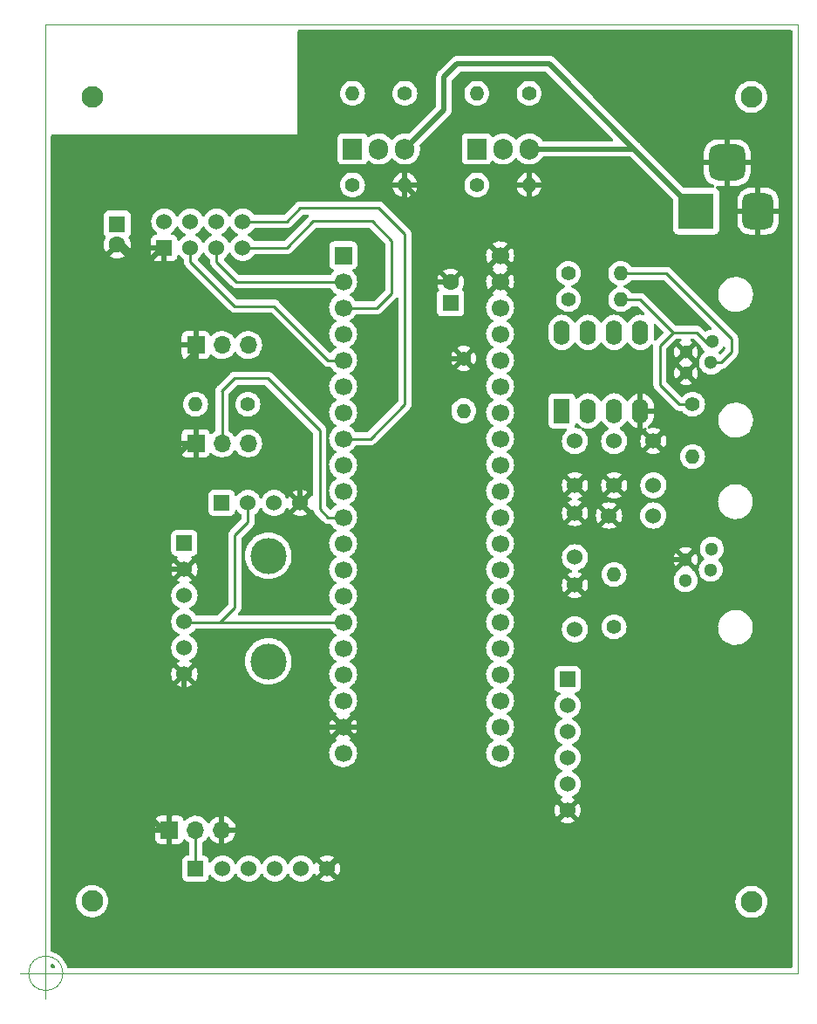
<source format=gbr>
%TF.GenerationSoftware,KiCad,Pcbnew,(6.0.4)*%
%TF.CreationDate,2023-07-21T11:21:03+07:00*%
%TF.ProjectId,05-Prototype-UpdatedComponents,30352d50-726f-4746-9f74-7970652d5570,rev?*%
%TF.SameCoordinates,PX66ff300PY8b3c880*%
%TF.FileFunction,Copper,L1,Top*%
%TF.FilePolarity,Positive*%
%FSLAX46Y46*%
G04 Gerber Fmt 4.6, Leading zero omitted, Abs format (unit mm)*
G04 Created by KiCad (PCBNEW (6.0.4)) date 2023-07-21 11:21:03*
%MOMM*%
%LPD*%
G01*
G04 APERTURE LIST*
G04 Aperture macros list*
%AMRoundRect*
0 Rectangle with rounded corners*
0 $1 Rounding radius*
0 $2 $3 $4 $5 $6 $7 $8 $9 X,Y pos of 4 corners*
0 Add a 4 corners polygon primitive as box body*
4,1,4,$2,$3,$4,$5,$6,$7,$8,$9,$2,$3,0*
0 Add four circle primitives for the rounded corners*
1,1,$1+$1,$2,$3*
1,1,$1+$1,$4,$5*
1,1,$1+$1,$6,$7*
1,1,$1+$1,$8,$9*
0 Add four rect primitives between the rounded corners*
20,1,$1+$1,$2,$3,$4,$5,0*
20,1,$1+$1,$4,$5,$6,$7,0*
20,1,$1+$1,$6,$7,$8,$9,0*
20,1,$1+$1,$8,$9,$2,$3,0*%
G04 Aperture macros list end*
%TA.AperFunction,Profile*%
%ADD10C,0.100000*%
%TD*%
%TA.AperFunction,ComponentPad*%
%ADD11R,1.600000X2.400000*%
%TD*%
%TA.AperFunction,ComponentPad*%
%ADD12O,1.600000X2.400000*%
%TD*%
%TA.AperFunction,ComponentPad*%
%ADD13C,1.300000*%
%TD*%
%TA.AperFunction,ComponentPad*%
%ADD14R,1.905000X2.000000*%
%TD*%
%TA.AperFunction,ComponentPad*%
%ADD15O,1.905000X2.000000*%
%TD*%
%TA.AperFunction,ComponentPad*%
%ADD16R,1.700000X1.700000*%
%TD*%
%TA.AperFunction,ComponentPad*%
%ADD17O,1.700000X1.700000*%
%TD*%
%TA.AperFunction,ComponentPad*%
%ADD18R,1.524000X1.524000*%
%TD*%
%TA.AperFunction,ComponentPad*%
%ADD19C,1.524000*%
%TD*%
%TA.AperFunction,ComponentPad*%
%ADD20R,3.500000X3.500000*%
%TD*%
%TA.AperFunction,ComponentPad*%
%ADD21RoundRect,0.750000X0.750000X1.000000X-0.750000X1.000000X-0.750000X-1.000000X0.750000X-1.000000X0*%
%TD*%
%TA.AperFunction,ComponentPad*%
%ADD22RoundRect,0.875000X0.875000X0.875000X-0.875000X0.875000X-0.875000X-0.875000X0.875000X-0.875000X0*%
%TD*%
%TA.AperFunction,WasherPad*%
%ADD23C,3.500000*%
%TD*%
%TA.AperFunction,ComponentPad*%
%ADD24C,1.700000*%
%TD*%
%TA.AperFunction,ComponentPad*%
%ADD25C,1.400000*%
%TD*%
%TA.AperFunction,ComponentPad*%
%ADD26O,1.400000X1.400000*%
%TD*%
%TA.AperFunction,ComponentPad*%
%ADD27R,1.600000X1.600000*%
%TD*%
%TA.AperFunction,ComponentPad*%
%ADD28C,1.600000*%
%TD*%
%TA.AperFunction,ViaPad*%
%ADD29C,2.100000*%
%TD*%
%TA.AperFunction,Conductor*%
%ADD30C,0.250000*%
%TD*%
%TA.AperFunction,Conductor*%
%ADD31C,0.500000*%
%TD*%
G04 APERTURE END LIST*
D10*
X0Y92000000D02*
X73000000Y92000000D01*
X73000000Y92000000D02*
X73000000Y0D01*
X73000000Y0D02*
X0Y0D01*
X0Y0D02*
X0Y92000000D01*
X1666666Y0D02*
G75*
G03*
X1666666Y0I-1666666J0D01*
G01*
X-2500000Y0D02*
X2500000Y0D01*
X0Y2500000D02*
X0Y-2500000D01*
D11*
%TO.P,U6,1*%
%TO.N,WindVane_filtered*%
X50125000Y54545000D03*
D12*
%TO.P,U6,2,-*%
X52665000Y54545000D03*
%TO.P,U6,3,+*%
%TO.N,/Passive LPF*%
X55205000Y54545000D03*
%TO.P,U6,4,V-*%
%TO.N,GND*%
X57745000Y54545000D03*
%TO.P,U6,5,+*%
%TO.N,unconnected-(U6-Pad5)*%
X57745000Y62165000D03*
%TO.P,U6,6,-*%
%TO.N,unconnected-(U6-Pad6)*%
X55205000Y62165000D03*
%TO.P,U6,7*%
%TO.N,unconnected-(U6-Pad7)*%
X52665000Y62165000D03*
%TO.P,U6,8,V+*%
%TO.N,+3V3*%
X50125000Y62165000D03*
%TD*%
D13*
%TO.P,J4,1*%
%TO.N,unconnected-(J4-Pad1)*%
X62132600Y38125200D03*
%TO.P,J4,2*%
%TO.N,GND*%
X62132600Y40160200D03*
%TO.P,J4,3*%
%TO.N,Rain gauge*%
X64572600Y39140200D03*
%TO.P,J4,4*%
%TO.N,unconnected-(J4-Pad4)*%
X64672600Y41175200D03*
%TD*%
D14*
%TO.P,U1,1,ADJ*%
%TO.N,/V_adj*%
X41860000Y79960000D03*
D15*
%TO.P,U1,2,VO*%
%TO.N,+3V3*%
X44400000Y79960000D03*
%TO.P,U1,3,VI*%
%TO.N,+VDC*%
X46940000Y79960000D03*
%TD*%
D16*
%TO.P,J2,1,Pin_1*%
%TO.N,GND*%
X14570000Y60935000D03*
D17*
%TO.P,J2,2,Pin_2*%
%TO.N,UART_TX*%
X17110000Y60935000D03*
%TO.P,J2,3,Pin_3*%
%TO.N,UART_RX*%
X19650000Y60935000D03*
%TD*%
D16*
%TO.P,J1,1,Pin_1*%
%TO.N,GND*%
X12015000Y13920000D03*
D17*
%TO.P,J1,2,Pin_2*%
%TO.N,/32768Hz out*%
X14555000Y13920000D03*
%TO.P,J1,3,Pin_3*%
%TO.N,GND*%
X17095000Y13920000D03*
%TD*%
D18*
%TO.P,U5,1,GND*%
%TO.N,GND*%
X11507000Y70370000D03*
D19*
%TO.P,U5,2,VCC*%
%TO.N,+3.3VP*%
X11507000Y72910000D03*
%TO.P,U5,3,RST*%
%TO.N,LoRa_Reset*%
X14047000Y70370000D03*
%TO.P,U5,4,NCSS*%
%TO.N,LoRa_NCSS*%
X14047000Y72910000D03*
%TO.P,U5,5,SCLK*%
%TO.N,LoRa_SCLK*%
X16587000Y70370000D03*
%TO.P,U5,6,MOSI*%
%TO.N,LoRa_MOSI*%
X16587000Y72910000D03*
%TO.P,U5,7,MISO*%
%TO.N,LoRa_MISO*%
X19127000Y70370000D03*
%TO.P,U5,8,DIO0*%
%TO.N,LoRa_DIO0*%
X19127000Y72910000D03*
%TD*%
D16*
%TO.P,J5,1,Pin_1*%
%TO.N,GND*%
X14570000Y51410000D03*
D17*
%TO.P,J5,2,Pin_2*%
%TO.N,DS18B20*%
X17110000Y51410000D03*
%TO.P,J5,3,Pin_3*%
%TO.N,+3V3*%
X19650000Y51410000D03*
%TD*%
D14*
%TO.P,U2,1,ADJ*%
%TO.N,/V_adj_VP*%
X29795000Y79960000D03*
D15*
%TO.P,U2,2,VO*%
%TO.N,+3.3VP*%
X32335000Y79960000D03*
%TO.P,U2,3,VI*%
%TO.N,+VDC*%
X34875000Y79960000D03*
%TD*%
D20*
%TO.P,J0,1*%
%TO.N,+VDC*%
X63165000Y73922500D03*
D21*
%TO.P,J0,2*%
%TO.N,GND*%
X69165000Y73922500D03*
D22*
%TO.P,J0,3*%
X66165000Y78622500D03*
%TD*%
D23*
%TO.P,U7,*%
%TO.N,*%
X21615000Y30263000D03*
X21615000Y40503000D03*
D18*
%TO.P,U7,1,VCC*%
%TO.N,+3V3*%
X13465000Y41733000D03*
D19*
X13465000Y31573000D03*
%TO.P,U7,2,GND*%
%TO.N,GND*%
X13465000Y39193000D03*
%TO.P,U7,3,SCL*%
%TO.N,I2C_CLK*%
X13465000Y36653000D03*
%TO.P,U7,4,SDA*%
%TO.N,I2C_SDA*%
X13465000Y34113000D03*
%TO.P,U7,5,ADDR*%
%TO.N,GND*%
X13465000Y29033000D03*
%TD*%
D18*
%TO.P,U3,1,3V3*%
%TO.N,+3V3*%
X50650000Y28525000D03*
D19*
%TO.P,U3,2,CS*%
%TO.N,MICROSD_NCSS*%
X50650000Y25985000D03*
%TO.P,U3,3,MOSI*%
%TO.N,SPI1_MOSI*%
X50650000Y23445000D03*
%TO.P,U3,4,CLK*%
%TO.N,SPI1_SCK*%
X50650000Y20905000D03*
%TO.P,U3,5,MISO*%
%TO.N,SPI1_MISO*%
X50650000Y18365000D03*
%TO.P,U3,6,GND*%
%TO.N,GND*%
X50650000Y15825000D03*
%TD*%
D16*
%TO.P,U0,1,PB12*%
%TO.N,LoRa_NCSS*%
X28880000Y69630000D03*
D24*
%TO.P,U0,2,PB13*%
%TO.N,LoRa_SCLK*%
X28880000Y67090000D03*
%TO.P,U0,3,PB14*%
%TO.N,LoRa_MISO*%
X28880000Y64550000D03*
%TO.P,U0,4,PB15*%
%TO.N,LoRa_MOSI*%
X28880000Y62010000D03*
%TO.P,U0,5,PA8*%
%TO.N,LoRa_Reset*%
X28880000Y59470000D03*
%TO.P,U0,6,PA9*%
%TO.N,UART_TX*%
X28880000Y56930000D03*
%TO.P,U0,7,PA10*%
%TO.N,UART_RX*%
X28880000Y54390000D03*
%TO.P,U0,8,PA11*%
%TO.N,LoRa_DIO0*%
X28880000Y51850000D03*
%TO.P,U0,9,PA12*%
%TO.N,unconnected-(U0-Pad9)*%
X28880000Y49310000D03*
%TO.P,U0,10,PA15*%
%TO.N,RTC_ALARM*%
X28880000Y46770000D03*
%TO.P,U0,11,PB3*%
%TO.N,DS18B20*%
X28880000Y44230000D03*
%TO.P,U0,12,PB4*%
%TO.N,unconnected-(U0-Pad12)*%
X28880000Y41690000D03*
%TO.P,U0,13,PB5*%
%TO.N,unconnected-(U0-Pad13)*%
X28880000Y39150000D03*
%TO.P,U0,14,PB6*%
%TO.N,I2C_CLK*%
X28880000Y36610000D03*
%TO.P,U0,15,PB7*%
%TO.N,I2C_SDA*%
X28880000Y34070000D03*
%TO.P,U0,16,PB8*%
%TO.N,unconnected-(U0-Pad16)*%
X28880000Y31530000D03*
%TO.P,U0,17,PB9*%
%TO.N,unconnected-(U0-Pad17)*%
X28880000Y28990000D03*
%TO.P,U0,18,5V*%
%TO.N,unconnected-(U0-Pad18)*%
X28880000Y26450000D03*
%TO.P,U0,19,GND*%
%TO.N,GND*%
X28880000Y23910000D03*
%TO.P,U0,20,3V3*%
%TO.N,+3V3*%
X28880000Y21370000D03*
%TO.P,U0,21,VBat*%
%TO.N,unconnected-(U0-Pad21)*%
X44120000Y21370000D03*
%TO.P,U0,22,PC13*%
%TO.N,unconnected-(U0-Pad22)*%
X44120000Y23910000D03*
%TO.P,U0,23,PC14*%
%TO.N,unconnected-(U0-Pad23)*%
X44120000Y26450000D03*
%TO.P,U0,24,PC15*%
%TO.N,unconnected-(U0-Pad24)*%
X44120000Y28990000D03*
%TO.P,U0,25,PA0*%
%TO.N,unconnected-(U0-Pad25)*%
X44120000Y31530000D03*
%TO.P,U0,26,PA1*%
%TO.N,Rain gauge*%
X44120000Y34070000D03*
%TO.P,U0,27,PA2*%
%TO.N,unconnected-(U0-Pad27)*%
X44120000Y36610000D03*
%TO.P,U0,28,PA3*%
%TO.N,Anemometer*%
X44120000Y39150000D03*
%TO.P,U0,29,PA4*%
%TO.N,MICROSD_NCSS*%
X44120000Y41690000D03*
%TO.P,U0,30,PA5*%
%TO.N,SPI1_SCK*%
X44120000Y44230000D03*
%TO.P,U0,31,PA6*%
%TO.N,SPI1_MISO*%
X44120000Y46770000D03*
%TO.P,U0,32,PA7*%
%TO.N,SPI1_MOSI*%
X44120000Y49310000D03*
%TO.P,U0,33,PB0*%
%TO.N,unconnected-(U0-Pad33)*%
X44120000Y51850000D03*
%TO.P,U0,34,PB1*%
%TO.N,WindVane_filtered*%
X44120000Y54390000D03*
%TO.P,U0,35,PB10*%
%TO.N,unconnected-(U0-Pad35)*%
X44120000Y56930000D03*
%TO.P,U0,36,PB11*%
%TO.N,unconnected-(U0-Pad36)*%
X44120000Y59470000D03*
%TO.P,U0,37,RST*%
%TO.N,unconnected-(U0-Pad37)*%
X44120000Y62010000D03*
%TO.P,U0,38,3V3*%
%TO.N,+3V3*%
X44120000Y64550000D03*
%TO.P,U0,39,GND*%
%TO.N,GND*%
X44120000Y67090000D03*
%TO.P,U0,40,GND*%
X44120000Y69630000D03*
%TD*%
D13*
%TO.P,J3,1*%
%TO.N,GND*%
X62158000Y58216600D03*
%TO.P,J3,2*%
X62158000Y60251600D03*
%TO.P,J3,3*%
%TO.N,Anemometer*%
X64598000Y59231600D03*
%TO.P,J3,4*%
%TO.N,WindVane_raw*%
X64698000Y61266600D03*
%TD*%
D25*
%TO.P,R6,1*%
%TO.N,WindVane_raw*%
X62815000Y55195000D03*
D26*
%TO.P,R6,2*%
%TO.N,/Passive LPF*%
X62815000Y50115000D03*
%TD*%
D25*
%TO.P,R5,1*%
%TO.N,+3V3*%
X50750000Y67895000D03*
D26*
%TO.P,R5,2*%
%TO.N,Anemometer*%
X55830000Y67895000D03*
%TD*%
D25*
%TO.P,R7,1*%
%TO.N,GND*%
X40590000Y59640000D03*
D26*
%TO.P,R7,2*%
%TO.N,WindVane_filtered*%
X40590000Y54560000D03*
%TD*%
D19*
%TO.P,C7,1*%
%TO.N,GND*%
X51385000Y37660000D03*
%TO.P,C7,2*%
%TO.N,Rain gauge*%
X51385000Y33360000D03*
%TD*%
%TO.P,C2,1*%
%TO.N,GND*%
X51385000Y44645000D03*
%TO.P,C2,2*%
%TO.N,Anemometer*%
X51385000Y40345000D03*
%TD*%
D25*
%TO.P,R3,1*%
%TO.N,/V_adj_VP*%
X29795000Y76460000D03*
D26*
%TO.P,R3,2*%
%TO.N,GND*%
X34875000Y76460000D03*
%TD*%
D19*
%TO.P,C5,1*%
%TO.N,/Passive LPF*%
X51385000Y51630000D03*
%TO.P,C5,2*%
%TO.N,GND*%
X51385000Y47330000D03*
%TD*%
D25*
%TO.P,R0,1*%
%TO.N,+3V3*%
X46940000Y85350000D03*
D26*
%TO.P,R0,2*%
%TO.N,/V_adj*%
X41860000Y85350000D03*
%TD*%
D27*
%TO.P,C0,1*%
%TO.N,+3V3*%
X39320000Y65034887D03*
D28*
%TO.P,C0,2*%
%TO.N,GND*%
X39320000Y67034887D03*
%TD*%
D19*
%TO.P,C4,1*%
%TO.N,/Passive LPF*%
X58996000Y44400000D03*
%TO.P,C4,2*%
%TO.N,GND*%
X54696000Y44400000D03*
%TD*%
%TO.P,U4,1,SCL*%
%TO.N,I2C_CLK*%
X19715000Y10160000D03*
D18*
X17095000Y45620000D03*
D19*
%TO.P,U4,2,SDA*%
%TO.N,I2C_SDA*%
X22255000Y10160000D03*
X19635000Y45620000D03*
%TO.P,U4,3,VCC*%
%TO.N,+3V3*%
X24795000Y10160000D03*
X22175000Y45620000D03*
%TO.P,U4,4,GND*%
%TO.N,GND*%
X27335000Y10160000D03*
X24715000Y45620000D03*
D18*
%TO.P,U4,5,32K*%
%TO.N,/32768Hz out*%
X14555000Y10160000D03*
D19*
%TO.P,U4,6,SQW*%
%TO.N,RTC_ALARM*%
X17175000Y10160000D03*
%TD*%
D25*
%TO.P,R4,1*%
%TO.N,+3V3*%
X50750000Y65355000D03*
D26*
%TO.P,R4,2*%
%TO.N,WindVane_raw*%
X55830000Y65355000D03*
%TD*%
D25*
%TO.P,R9,1*%
%TO.N,+3V3*%
X19635000Y55195000D03*
D26*
%TO.P,R9,2*%
%TO.N,DS18B20*%
X14555000Y55195000D03*
%TD*%
D19*
%TO.P,C3,1*%
%TO.N,/Passive LPF*%
X59005000Y47330000D03*
%TO.P,C3,2*%
%TO.N,GND*%
X59005000Y51630000D03*
%TD*%
D25*
%TO.P,R8,1*%
%TO.N,+3V3*%
X55195000Y33605000D03*
D26*
%TO.P,R8,2*%
%TO.N,Rain gauge*%
X55195000Y38685000D03*
%TD*%
D25*
%TO.P,R1,1*%
%TO.N,/V_adj*%
X41860000Y76460000D03*
D26*
%TO.P,R1,2*%
%TO.N,GND*%
X46940000Y76460000D03*
%TD*%
D27*
%TO.P,C1,1*%
%TO.N,+3.3VP*%
X6935000Y72660112D03*
D28*
%TO.P,C1,2*%
%TO.N,GND*%
X6935000Y70660112D03*
%TD*%
D19*
%TO.P,C6,1*%
%TO.N,/Passive LPF*%
X55195000Y51630000D03*
%TO.P,C6,2*%
%TO.N,GND*%
X55195000Y47330000D03*
%TD*%
D25*
%TO.P,R2,1*%
%TO.N,+3.3VP*%
X34875000Y85350000D03*
D26*
%TO.P,R2,2*%
%TO.N,/V_adj_VP*%
X29795000Y85350000D03*
%TD*%
D29*
%TO.N,*%
X4500000Y7000000D03*
X68500000Y85000000D03*
X68530000Y6935000D03*
X4500000Y85000000D03*
%TD*%
D30*
%TO.N,Anemometer*%
X60275000Y67895000D02*
X55830000Y67895000D01*
X66599600Y61570400D02*
X60275000Y67895000D01*
X65581600Y59231600D02*
X66599600Y60249600D01*
X64598000Y59231600D02*
X65581600Y59231600D01*
X66599600Y60249600D02*
X66599600Y61570400D01*
D31*
%TO.N,GND*%
X59845200Y40160200D02*
X62132600Y40160200D01*
X57100000Y37415000D02*
X59845200Y40160200D01*
%TO.N,+VDC*%
X48872500Y88215000D02*
X57127500Y79960000D01*
X46940000Y79960000D02*
X57127500Y79960000D01*
X38685000Y86945000D02*
X39955000Y88215000D01*
X34875000Y79960000D02*
X38685000Y83770000D01*
X38685000Y83770000D02*
X38685000Y86945000D01*
X57127500Y79960000D02*
X63165000Y73922500D01*
X39955000Y88215000D02*
X48872500Y88215000D01*
D30*
%TO.N,LoRa_SCLK*%
X16587000Y69038000D02*
X18535000Y67090000D01*
X18535000Y67090000D02*
X28880000Y67090000D01*
X16587000Y70370000D02*
X16587000Y69038000D01*
%TO.N,LoRa_MISO*%
X32165000Y64550000D02*
X28880000Y64550000D01*
X33605000Y65990000D02*
X32165000Y64550000D01*
X31700000Y72975000D02*
X33605000Y71070000D01*
X23380000Y70370000D02*
X25985000Y72975000D01*
X33605000Y71070000D02*
X33605000Y65990000D01*
X19127000Y70370000D02*
X23380000Y70370000D01*
X25985000Y72975000D02*
X31700000Y72975000D01*
%TO.N,LoRa_Reset*%
X18365000Y64720000D02*
X22175000Y64720000D01*
X22175000Y64720000D02*
X27425000Y59470000D01*
X14047000Y70370000D02*
X14047000Y69038000D01*
X14047000Y69038000D02*
X18365000Y64720000D01*
X27425000Y59470000D02*
X28880000Y59470000D01*
%TO.N,LoRa_DIO0*%
X19127000Y72910000D02*
X23380000Y72910000D01*
X32335000Y74245000D02*
X34875000Y71705000D01*
X23380000Y72910000D02*
X24715000Y74245000D01*
X31530000Y51850000D02*
X28880000Y51850000D01*
X34875000Y55195000D02*
X31530000Y51850000D01*
X24715000Y74245000D02*
X32335000Y74245000D01*
X34875000Y71705000D02*
X34875000Y55195000D01*
D31*
%TO.N,GND*%
X9475000Y55195000D02*
X14570000Y60290000D01*
X24715000Y46940000D02*
X24715000Y45620000D01*
X9475000Y55195000D02*
X9475000Y68530000D01*
X23445000Y48210000D02*
X24715000Y46940000D01*
X13945000Y51410000D02*
X14570000Y51410000D01*
X31870000Y23910000D02*
X28880000Y23910000D01*
X7434022Y70660112D02*
X9475000Y68619134D01*
X46205000Y11380000D02*
X52655000Y11380000D01*
X17095000Y13920000D02*
X25955000Y13920000D01*
X36145000Y65990000D02*
X36145000Y75190000D01*
X14570000Y60290000D02*
X14570000Y60935000D01*
X10745000Y48210000D02*
X23445000Y48210000D01*
X11315000Y70370000D02*
X11507000Y70370000D01*
X41860000Y11380000D02*
X28525000Y11380000D01*
X9475000Y46940000D02*
X10745000Y48210000D01*
X51385000Y37660000D02*
X52900000Y36145000D01*
X40590000Y59640000D02*
X39320000Y59640000D01*
X15360000Y23910000D02*
X13465000Y25805000D01*
X36145000Y62815000D02*
X36145000Y65990000D01*
X57100000Y37415000D02*
X57100000Y18365000D01*
X10745000Y48210000D02*
X13945000Y51410000D01*
X9475000Y68530000D02*
X11315000Y70370000D01*
X52900000Y36145000D02*
X55830000Y36145000D01*
X36145000Y75190000D02*
X34875000Y76460000D01*
X57100000Y15825000D02*
X57100000Y18365000D01*
X52655000Y11380000D02*
X57100000Y15825000D01*
X6935000Y70660112D02*
X7434022Y70660112D01*
X46205000Y11380000D02*
X41860000Y11380000D01*
X9475000Y29795000D02*
X9475000Y15825000D01*
X9475000Y29795000D02*
X9475000Y36780000D01*
X36145000Y65990000D02*
X37189887Y67034887D01*
X11380000Y13920000D02*
X12015000Y13920000D01*
X41860000Y11380000D02*
X34240000Y19000000D01*
X9475000Y36780000D02*
X9475000Y46940000D01*
X11888000Y39193000D02*
X13465000Y39193000D01*
X55830000Y36145000D02*
X57100000Y37415000D01*
X28880000Y23910000D02*
X15360000Y23910000D01*
X9475000Y36780000D02*
X11888000Y39193000D01*
X34240000Y19000000D02*
X34240000Y21540000D01*
X25955000Y13920000D02*
X28525000Y11350000D01*
X9475000Y68619134D02*
X9475000Y68530000D01*
X34240000Y21540000D02*
X31870000Y23910000D01*
X39320000Y59640000D02*
X36145000Y62815000D01*
X13465000Y25805000D02*
X13465000Y29033000D01*
X13465000Y25805000D02*
X9475000Y29795000D01*
X9475000Y46940000D02*
X9475000Y55195000D01*
X9475000Y15825000D02*
X11380000Y13920000D01*
X28525000Y11380000D02*
X28525000Y11350000D01*
X37189887Y67034887D02*
X39320000Y67034887D01*
X50650000Y15825000D02*
X46205000Y11380000D01*
X28525000Y11350000D02*
X27335000Y10160000D01*
D30*
%TO.N,WindVane_raw*%
X60910000Y62180000D02*
X59640000Y60910000D01*
X59640000Y57100000D02*
X61545000Y55195000D01*
X59640000Y60910000D02*
X59640000Y57100000D01*
X64190000Y61165000D02*
X63175000Y62180000D01*
X59640000Y60910000D02*
X59640000Y59640000D01*
X60910000Y62180000D02*
X57735000Y65355000D01*
X61545000Y55195000D02*
X62815000Y55195000D01*
X63175000Y62180000D02*
X60910000Y62180000D01*
X57735000Y65355000D02*
X55830000Y65355000D01*
%TO.N,+3V3*%
X19000000Y51425000D02*
X19015000Y51410000D01*
%TO.N,DS18B20*%
X17110000Y56450000D02*
X17110000Y51410000D01*
X27425000Y44230000D02*
X26620000Y45035000D01*
X26620000Y45035000D02*
X26620000Y52655000D01*
X17095000Y56465000D02*
X17110000Y56450000D01*
X18365000Y57735000D02*
X17095000Y56465000D01*
X26620000Y52655000D02*
X21540000Y57735000D01*
X28880000Y44230000D02*
X27425000Y44230000D01*
X21540000Y57735000D02*
X18365000Y57735000D01*
%TO.N,I2C_SDA*%
X18365000Y42495000D02*
X18365000Y35510000D01*
X13508000Y34070000D02*
X13465000Y34113000D01*
X19635000Y43765000D02*
X18365000Y42495000D01*
X18365000Y35510000D02*
X16925000Y34070000D01*
X19635000Y45620000D02*
X19635000Y43765000D01*
X16925000Y34070000D02*
X13508000Y34070000D01*
X28880000Y34070000D02*
X16925000Y34070000D01*
%TO.N,/32768Hz out*%
X14555000Y13920000D02*
X14555000Y10160000D01*
%TD*%
%TA.AperFunction,Conductor*%
%TO.N,GND*%
G36*
X72433621Y91471498D02*
G01*
X72480114Y91417842D01*
X72491500Y91365500D01*
X72491500Y634500D01*
X72471498Y566379D01*
X72417842Y519886D01*
X72365500Y508500D01*
X2216537Y508500D01*
X2148416Y528502D01*
X2101923Y582158D01*
X2097764Y592440D01*
X2056173Y709889D01*
X2000934Y865881D01*
X1864907Y1129428D01*
X1851226Y1148895D01*
X1696835Y1368570D01*
X1694372Y1372075D01*
X1492483Y1589333D01*
X1489168Y1592047D01*
X1489164Y1592050D01*
X1266295Y1774466D01*
X1262977Y1777182D01*
X1010101Y1932144D01*
X738533Y2051354D01*
X711776Y2058976D01*
X599981Y2090822D01*
X539946Y2128721D01*
X509932Y2193061D01*
X508500Y2212001D01*
X508500Y7000000D01*
X2936681Y7000000D01*
X2955928Y6755443D01*
X2957082Y6750636D01*
X2957083Y6750630D01*
X2993351Y6599563D01*
X3013195Y6516908D01*
X3107073Y6290268D01*
X3235248Y6081104D01*
X3238463Y6077340D01*
X3238465Y6077337D01*
X3293981Y6012337D01*
X3394567Y5894567D01*
X3398323Y5891359D01*
X3474428Y5826359D01*
X3581104Y5735248D01*
X3585327Y5732660D01*
X3585330Y5732658D01*
X3654515Y5690262D01*
X3790268Y5607073D01*
X3934967Y5547136D01*
X4012335Y5515089D01*
X4012337Y5515088D01*
X4016908Y5513195D01*
X4099563Y5493351D01*
X4250630Y5457083D01*
X4250636Y5457082D01*
X4255443Y5455928D01*
X4500000Y5436681D01*
X4744557Y5455928D01*
X4749364Y5457082D01*
X4749370Y5457083D01*
X4900437Y5493351D01*
X4983092Y5513195D01*
X4987663Y5515088D01*
X4987665Y5515089D01*
X5065033Y5547136D01*
X5209732Y5607073D01*
X5345485Y5690262D01*
X5414670Y5732658D01*
X5414673Y5732660D01*
X5418896Y5735248D01*
X5525573Y5826359D01*
X5601677Y5891359D01*
X5605433Y5894567D01*
X5706019Y6012337D01*
X5761535Y6077337D01*
X5761537Y6077340D01*
X5764752Y6081104D01*
X5892927Y6290268D01*
X5986805Y6516908D01*
X6006649Y6599563D01*
X6042917Y6750630D01*
X6042918Y6750636D01*
X6044072Y6755443D01*
X6058203Y6935000D01*
X66966681Y6935000D01*
X66985928Y6690443D01*
X67043195Y6451908D01*
X67137073Y6225268D01*
X67265248Y6016104D01*
X67424567Y5829567D01*
X67611104Y5670248D01*
X67615327Y5667660D01*
X67615330Y5667658D01*
X67684515Y5625262D01*
X67820268Y5542073D01*
X67892774Y5512040D01*
X68042335Y5450089D01*
X68042337Y5450088D01*
X68046908Y5448195D01*
X68129563Y5428351D01*
X68280630Y5392083D01*
X68280636Y5392082D01*
X68285443Y5390928D01*
X68530000Y5371681D01*
X68774557Y5390928D01*
X68779364Y5392082D01*
X68779370Y5392083D01*
X68930437Y5428351D01*
X69013092Y5448195D01*
X69017663Y5450088D01*
X69017665Y5450089D01*
X69167226Y5512040D01*
X69239732Y5542073D01*
X69375485Y5625262D01*
X69444670Y5667658D01*
X69444673Y5667660D01*
X69448896Y5670248D01*
X69635433Y5829567D01*
X69794752Y6016104D01*
X69922927Y6225268D01*
X70016805Y6451908D01*
X70074072Y6690443D01*
X70093319Y6935000D01*
X70074072Y7179557D01*
X70059652Y7239623D01*
X70017960Y7413280D01*
X70016805Y7418092D01*
X69922927Y7644732D01*
X69794752Y7853896D01*
X69739237Y7918896D01*
X69638641Y8036677D01*
X69635433Y8040433D01*
X69563726Y8101677D01*
X69452663Y8196535D01*
X69452660Y8196537D01*
X69448896Y8199752D01*
X69444673Y8202340D01*
X69444670Y8202342D01*
X69375485Y8244738D01*
X69239732Y8327927D01*
X69078239Y8394820D01*
X69017665Y8419911D01*
X69017663Y8419912D01*
X69013092Y8421805D01*
X68930437Y8441649D01*
X68779370Y8477917D01*
X68779364Y8477918D01*
X68774557Y8479072D01*
X68530000Y8498319D01*
X68285443Y8479072D01*
X68280636Y8477918D01*
X68280630Y8477917D01*
X68129563Y8441649D01*
X68046908Y8421805D01*
X68042337Y8419912D01*
X68042335Y8419911D01*
X67981761Y8394820D01*
X67820268Y8327927D01*
X67684515Y8244738D01*
X67615330Y8202342D01*
X67615327Y8202340D01*
X67611104Y8199752D01*
X67607340Y8196537D01*
X67607337Y8196535D01*
X67496274Y8101677D01*
X67424567Y8040433D01*
X67421359Y8036677D01*
X67320764Y7918896D01*
X67265248Y7853896D01*
X67137073Y7644732D01*
X67043195Y7418092D01*
X67042040Y7413280D01*
X67000349Y7239623D01*
X66985928Y7179557D01*
X66966681Y6935000D01*
X6058203Y6935000D01*
X6063319Y7000000D01*
X6044072Y7244557D01*
X5986805Y7483092D01*
X5892927Y7709732D01*
X5764752Y7918896D01*
X5605433Y8105433D01*
X5418896Y8264752D01*
X5414673Y8267340D01*
X5414670Y8267342D01*
X5312714Y8329820D01*
X5209732Y8392927D01*
X5065033Y8452864D01*
X4987665Y8484911D01*
X4987663Y8484912D01*
X4983092Y8486805D01*
X4900437Y8506649D01*
X4749370Y8542917D01*
X4749364Y8542918D01*
X4744557Y8544072D01*
X4500000Y8563319D01*
X4255443Y8544072D01*
X4250636Y8542918D01*
X4250630Y8542917D01*
X4099563Y8506649D01*
X4016908Y8486805D01*
X4012337Y8484912D01*
X4012335Y8484911D01*
X3934967Y8452864D01*
X3790268Y8392927D01*
X3687286Y8329820D01*
X3585330Y8267342D01*
X3585327Y8267340D01*
X3581104Y8264752D01*
X3394567Y8105433D01*
X3235248Y7918896D01*
X3107073Y7709732D01*
X3013195Y7483092D01*
X2955928Y7244557D01*
X2936681Y7000000D01*
X508500Y7000000D01*
X508500Y13025331D01*
X10657001Y13025331D01*
X10657371Y13018510D01*
X10662895Y12967648D01*
X10666521Y12952396D01*
X10711676Y12831946D01*
X10720214Y12816351D01*
X10796715Y12714276D01*
X10809276Y12701715D01*
X10911351Y12625214D01*
X10926946Y12616676D01*
X11047394Y12571522D01*
X11062649Y12567895D01*
X11113514Y12562369D01*
X11120328Y12562000D01*
X11742885Y12562000D01*
X11758124Y12566475D01*
X11759329Y12567865D01*
X11761000Y12575548D01*
X11761000Y12580116D01*
X12269000Y12580116D01*
X12273475Y12564877D01*
X12274865Y12563672D01*
X12282548Y12562001D01*
X12909669Y12562001D01*
X12916490Y12562371D01*
X12967352Y12567895D01*
X12982604Y12571521D01*
X13103054Y12616676D01*
X13118649Y12625214D01*
X13220724Y12701715D01*
X13233285Y12714276D01*
X13309786Y12816351D01*
X13318324Y12831946D01*
X13359225Y12941048D01*
X13401867Y12997812D01*
X13468428Y13022512D01*
X13537777Y13007304D01*
X13572444Y12979316D01*
X13597865Y12949969D01*
X13597869Y12949965D01*
X13601250Y12946062D01*
X13773126Y12803368D01*
X13777593Y12800758D01*
X13859070Y12753147D01*
X13907794Y12701509D01*
X13921500Y12644359D01*
X13921500Y11556500D01*
X13901498Y11488379D01*
X13847842Y11441886D01*
X13795500Y11430500D01*
X13744866Y11430500D01*
X13682684Y11423745D01*
X13546295Y11372615D01*
X13429739Y11285261D01*
X13342385Y11168705D01*
X13291255Y11032316D01*
X13284500Y10970134D01*
X13284500Y9349866D01*
X13291255Y9287684D01*
X13342385Y9151295D01*
X13429739Y9034739D01*
X13546295Y8947385D01*
X13682684Y8896255D01*
X13744866Y8889500D01*
X15365134Y8889500D01*
X15427316Y8896255D01*
X15563705Y8947385D01*
X15680261Y9034739D01*
X15767615Y9151295D01*
X15818745Y9287684D01*
X15825500Y9349866D01*
X15825500Y9479404D01*
X15845502Y9547525D01*
X15899158Y9594018D01*
X15969432Y9604122D01*
X16034012Y9574628D01*
X16065695Y9532654D01*
X16068186Y9527311D01*
X16068189Y9527306D01*
X16070512Y9522324D01*
X16073668Y9517817D01*
X16073669Y9517815D01*
X16193647Y9346469D01*
X16198023Y9340219D01*
X16355219Y9183023D01*
X16359727Y9179866D01*
X16359730Y9179864D01*
X16388523Y9159703D01*
X16537323Y9055512D01*
X16542305Y9053189D01*
X16542310Y9053186D01*
X16732810Y8964355D01*
X16738804Y8961560D01*
X16744112Y8960138D01*
X16744114Y8960137D01*
X16791705Y8947385D01*
X16953537Y8904022D01*
X17175000Y8884647D01*
X17396463Y8904022D01*
X17558295Y8947385D01*
X17605886Y8960137D01*
X17605888Y8960138D01*
X17611196Y8961560D01*
X17617190Y8964355D01*
X17807690Y9053186D01*
X17807695Y9053189D01*
X17812677Y9055512D01*
X17961477Y9159703D01*
X17990270Y9179864D01*
X17990273Y9179866D01*
X17994781Y9183023D01*
X18151977Y9340219D01*
X18156354Y9346469D01*
X18276331Y9517815D01*
X18276332Y9517817D01*
X18279488Y9522324D01*
X18281811Y9527306D01*
X18281814Y9527311D01*
X18330805Y9632373D01*
X18377723Y9685658D01*
X18446000Y9705119D01*
X18513960Y9684577D01*
X18559195Y9632373D01*
X18608186Y9527311D01*
X18608189Y9527306D01*
X18610512Y9522324D01*
X18613668Y9517817D01*
X18613669Y9517815D01*
X18733647Y9346469D01*
X18738023Y9340219D01*
X18895219Y9183023D01*
X18899727Y9179866D01*
X18899730Y9179864D01*
X18928523Y9159703D01*
X19077323Y9055512D01*
X19082305Y9053189D01*
X19082310Y9053186D01*
X19272810Y8964355D01*
X19278804Y8961560D01*
X19284112Y8960138D01*
X19284114Y8960137D01*
X19331705Y8947385D01*
X19493537Y8904022D01*
X19715000Y8884647D01*
X19936463Y8904022D01*
X20098295Y8947385D01*
X20145886Y8960137D01*
X20145888Y8960138D01*
X20151196Y8961560D01*
X20157190Y8964355D01*
X20347690Y9053186D01*
X20347695Y9053189D01*
X20352677Y9055512D01*
X20501477Y9159703D01*
X20530270Y9179864D01*
X20530273Y9179866D01*
X20534781Y9183023D01*
X20691977Y9340219D01*
X20696354Y9346469D01*
X20816331Y9517815D01*
X20816332Y9517817D01*
X20819488Y9522324D01*
X20821811Y9527306D01*
X20821814Y9527311D01*
X20870805Y9632373D01*
X20917723Y9685658D01*
X20986000Y9705119D01*
X21053960Y9684577D01*
X21099195Y9632373D01*
X21148186Y9527311D01*
X21148189Y9527306D01*
X21150512Y9522324D01*
X21153668Y9517817D01*
X21153669Y9517815D01*
X21273647Y9346469D01*
X21278023Y9340219D01*
X21435219Y9183023D01*
X21439727Y9179866D01*
X21439730Y9179864D01*
X21468523Y9159703D01*
X21617323Y9055512D01*
X21622305Y9053189D01*
X21622310Y9053186D01*
X21812810Y8964355D01*
X21818804Y8961560D01*
X21824112Y8960138D01*
X21824114Y8960137D01*
X21871705Y8947385D01*
X22033537Y8904022D01*
X22255000Y8884647D01*
X22476463Y8904022D01*
X22638295Y8947385D01*
X22685886Y8960137D01*
X22685888Y8960138D01*
X22691196Y8961560D01*
X22697190Y8964355D01*
X22887690Y9053186D01*
X22887695Y9053189D01*
X22892677Y9055512D01*
X23041477Y9159703D01*
X23070270Y9179864D01*
X23070273Y9179866D01*
X23074781Y9183023D01*
X23231977Y9340219D01*
X23236354Y9346469D01*
X23356331Y9517815D01*
X23356332Y9517817D01*
X23359488Y9522324D01*
X23361811Y9527306D01*
X23361814Y9527311D01*
X23410805Y9632373D01*
X23457723Y9685658D01*
X23526000Y9705119D01*
X23593960Y9684577D01*
X23639195Y9632373D01*
X23688186Y9527311D01*
X23688189Y9527306D01*
X23690512Y9522324D01*
X23693668Y9517817D01*
X23693669Y9517815D01*
X23813647Y9346469D01*
X23818023Y9340219D01*
X23975219Y9183023D01*
X23979727Y9179866D01*
X23979730Y9179864D01*
X24008523Y9159703D01*
X24157323Y9055512D01*
X24162305Y9053189D01*
X24162310Y9053186D01*
X24352810Y8964355D01*
X24358804Y8961560D01*
X24364112Y8960138D01*
X24364114Y8960137D01*
X24411705Y8947385D01*
X24573537Y8904022D01*
X24795000Y8884647D01*
X25016463Y8904022D01*
X25178295Y8947385D01*
X25225886Y8960137D01*
X25225888Y8960138D01*
X25231196Y8961560D01*
X25237190Y8964355D01*
X25427690Y9053186D01*
X25427695Y9053189D01*
X25432677Y9055512D01*
X25497959Y9101223D01*
X26640777Y9101223D01*
X26650074Y9089207D01*
X26693069Y9059102D01*
X26702555Y9053624D01*
X26893993Y8964355D01*
X26904285Y8960609D01*
X27108309Y8905941D01*
X27119104Y8904038D01*
X27329525Y8885628D01*
X27340475Y8885628D01*
X27550896Y8904038D01*
X27561691Y8905941D01*
X27765715Y8960609D01*
X27776007Y8964355D01*
X27967445Y9053624D01*
X27976931Y9059102D01*
X28020764Y9089793D01*
X28029139Y9100271D01*
X28022071Y9113719D01*
X27347812Y9787978D01*
X27333868Y9795592D01*
X27332035Y9795461D01*
X27325420Y9791210D01*
X26647207Y9112997D01*
X26640777Y9101223D01*
X25497959Y9101223D01*
X25581477Y9159703D01*
X25610270Y9179864D01*
X25610273Y9179866D01*
X25614781Y9183023D01*
X25771977Y9340219D01*
X25776354Y9346469D01*
X25896331Y9517815D01*
X25896332Y9517817D01*
X25899488Y9522324D01*
X25901811Y9527306D01*
X25901814Y9527311D01*
X25951081Y9632965D01*
X25997999Y9686250D01*
X26066276Y9705711D01*
X26134236Y9685169D01*
X26179471Y9632965D01*
X26228623Y9527559D01*
X26234103Y9518068D01*
X26264794Y9474235D01*
X26275271Y9465860D01*
X26288718Y9472928D01*
X26962978Y10147188D01*
X26969356Y10158868D01*
X27699408Y10158868D01*
X27699539Y10157035D01*
X27703790Y10150420D01*
X28382003Y9472207D01*
X28393777Y9465777D01*
X28405793Y9475074D01*
X28435897Y9518068D01*
X28441377Y9527559D01*
X28530645Y9718993D01*
X28534391Y9729285D01*
X28589059Y9933309D01*
X28590962Y9944104D01*
X28609372Y10154525D01*
X28609372Y10165475D01*
X28590962Y10375896D01*
X28589059Y10386691D01*
X28534391Y10590715D01*
X28530645Y10601007D01*
X28441377Y10792441D01*
X28435897Y10801932D01*
X28405206Y10845765D01*
X28394729Y10854140D01*
X28381282Y10847072D01*
X27707022Y10172812D01*
X27699408Y10158868D01*
X26969356Y10158868D01*
X26970592Y10161132D01*
X26970461Y10162965D01*
X26966210Y10169580D01*
X26287997Y10847793D01*
X26276223Y10854223D01*
X26264207Y10844926D01*
X26234103Y10801932D01*
X26228623Y10792441D01*
X26179471Y10687035D01*
X26132553Y10633750D01*
X26064276Y10614289D01*
X25996316Y10634831D01*
X25951081Y10687035D01*
X25901814Y10792689D01*
X25901811Y10792694D01*
X25899488Y10797676D01*
X25869435Y10840596D01*
X25775136Y10975270D01*
X25775134Y10975273D01*
X25771977Y10979781D01*
X25614781Y11136977D01*
X25610273Y11140134D01*
X25610270Y11140136D01*
X25534505Y11193187D01*
X25496599Y11219729D01*
X26640860Y11219729D01*
X26647928Y11206282D01*
X27322188Y10532022D01*
X27336132Y10524408D01*
X27337965Y10524539D01*
X27344580Y10528790D01*
X28022793Y11207003D01*
X28029223Y11218777D01*
X28019926Y11230793D01*
X27976931Y11260898D01*
X27967445Y11266376D01*
X27776007Y11355645D01*
X27765715Y11359391D01*
X27561691Y11414059D01*
X27550896Y11415962D01*
X27340475Y11434372D01*
X27329525Y11434372D01*
X27119104Y11415962D01*
X27108309Y11414059D01*
X26904285Y11359391D01*
X26893993Y11355645D01*
X26702559Y11266377D01*
X26693068Y11260897D01*
X26649235Y11230206D01*
X26640860Y11219729D01*
X25496599Y11219729D01*
X25432677Y11264488D01*
X25427695Y11266811D01*
X25427690Y11266814D01*
X25236178Y11356117D01*
X25236177Y11356118D01*
X25231196Y11358440D01*
X25225888Y11359862D01*
X25225886Y11359863D01*
X25160051Y11377503D01*
X25016463Y11415978D01*
X24795000Y11435353D01*
X24573537Y11415978D01*
X24429949Y11377503D01*
X24364114Y11359863D01*
X24364112Y11359862D01*
X24358804Y11358440D01*
X24353823Y11356118D01*
X24353822Y11356117D01*
X24162311Y11266814D01*
X24162306Y11266811D01*
X24157324Y11264488D01*
X24152817Y11261332D01*
X24152815Y11261331D01*
X23979730Y11140136D01*
X23979727Y11140134D01*
X23975219Y11136977D01*
X23818023Y10979781D01*
X23814866Y10975273D01*
X23814864Y10975270D01*
X23720565Y10840596D01*
X23690512Y10797676D01*
X23688189Y10792694D01*
X23688186Y10792689D01*
X23639195Y10687627D01*
X23592277Y10634342D01*
X23524000Y10614881D01*
X23456040Y10635423D01*
X23410805Y10687627D01*
X23361814Y10792689D01*
X23361811Y10792694D01*
X23359488Y10797676D01*
X23329435Y10840596D01*
X23235136Y10975270D01*
X23235134Y10975273D01*
X23231977Y10979781D01*
X23074781Y11136977D01*
X23070273Y11140134D01*
X23070270Y11140136D01*
X22994505Y11193187D01*
X22892677Y11264488D01*
X22887695Y11266811D01*
X22887690Y11266814D01*
X22696178Y11356117D01*
X22696177Y11356118D01*
X22691196Y11358440D01*
X22685888Y11359862D01*
X22685886Y11359863D01*
X22620051Y11377503D01*
X22476463Y11415978D01*
X22255000Y11435353D01*
X22033537Y11415978D01*
X21889949Y11377503D01*
X21824114Y11359863D01*
X21824112Y11359862D01*
X21818804Y11358440D01*
X21813823Y11356118D01*
X21813822Y11356117D01*
X21622311Y11266814D01*
X21622306Y11266811D01*
X21617324Y11264488D01*
X21612817Y11261332D01*
X21612815Y11261331D01*
X21439730Y11140136D01*
X21439727Y11140134D01*
X21435219Y11136977D01*
X21278023Y10979781D01*
X21274866Y10975273D01*
X21274864Y10975270D01*
X21180565Y10840596D01*
X21150512Y10797676D01*
X21148189Y10792694D01*
X21148186Y10792689D01*
X21099195Y10687627D01*
X21052277Y10634342D01*
X20984000Y10614881D01*
X20916040Y10635423D01*
X20870805Y10687627D01*
X20821814Y10792689D01*
X20821811Y10792694D01*
X20819488Y10797676D01*
X20789435Y10840596D01*
X20695136Y10975270D01*
X20695134Y10975273D01*
X20691977Y10979781D01*
X20534781Y11136977D01*
X20530273Y11140134D01*
X20530270Y11140136D01*
X20454505Y11193187D01*
X20352677Y11264488D01*
X20347695Y11266811D01*
X20347690Y11266814D01*
X20156178Y11356117D01*
X20156177Y11356118D01*
X20151196Y11358440D01*
X20145888Y11359862D01*
X20145886Y11359863D01*
X20080051Y11377503D01*
X19936463Y11415978D01*
X19715000Y11435353D01*
X19493537Y11415978D01*
X19349949Y11377503D01*
X19284114Y11359863D01*
X19284112Y11359862D01*
X19278804Y11358440D01*
X19273823Y11356118D01*
X19273822Y11356117D01*
X19082311Y11266814D01*
X19082306Y11266811D01*
X19077324Y11264488D01*
X19072817Y11261332D01*
X19072815Y11261331D01*
X18899730Y11140136D01*
X18899727Y11140134D01*
X18895219Y11136977D01*
X18738023Y10979781D01*
X18734866Y10975273D01*
X18734864Y10975270D01*
X18640565Y10840596D01*
X18610512Y10797676D01*
X18608189Y10792694D01*
X18608186Y10792689D01*
X18559195Y10687627D01*
X18512277Y10634342D01*
X18444000Y10614881D01*
X18376040Y10635423D01*
X18330805Y10687627D01*
X18281814Y10792689D01*
X18281811Y10792694D01*
X18279488Y10797676D01*
X18249435Y10840596D01*
X18155136Y10975270D01*
X18155134Y10975273D01*
X18151977Y10979781D01*
X17994781Y11136977D01*
X17990273Y11140134D01*
X17990270Y11140136D01*
X17914505Y11193187D01*
X17812677Y11264488D01*
X17807695Y11266811D01*
X17807690Y11266814D01*
X17616178Y11356117D01*
X17616177Y11356118D01*
X17611196Y11358440D01*
X17605888Y11359862D01*
X17605886Y11359863D01*
X17540051Y11377503D01*
X17396463Y11415978D01*
X17175000Y11435353D01*
X16953537Y11415978D01*
X16809949Y11377503D01*
X16744114Y11359863D01*
X16744112Y11359862D01*
X16738804Y11358440D01*
X16733823Y11356118D01*
X16733822Y11356117D01*
X16542311Y11266814D01*
X16542306Y11266811D01*
X16537324Y11264488D01*
X16532817Y11261332D01*
X16532815Y11261331D01*
X16359730Y11140136D01*
X16359727Y11140134D01*
X16355219Y11136977D01*
X16198023Y10979781D01*
X16194866Y10975273D01*
X16194864Y10975270D01*
X16100565Y10840596D01*
X16070512Y10797676D01*
X16068189Y10792694D01*
X16068186Y10792689D01*
X16065695Y10787346D01*
X16018777Y10734061D01*
X15950500Y10714600D01*
X15882540Y10735142D01*
X15836475Y10789165D01*
X15825500Y10840596D01*
X15825500Y10970134D01*
X15818745Y11032316D01*
X15767615Y11168705D01*
X15680261Y11285261D01*
X15563705Y11372615D01*
X15427316Y11423745D01*
X15365134Y11430500D01*
X15314500Y11430500D01*
X15246379Y11450502D01*
X15199886Y11504158D01*
X15188500Y11556500D01*
X15188500Y12639573D01*
X15208502Y12707694D01*
X15249618Y12747450D01*
X15252994Y12749104D01*
X15434860Y12878827D01*
X15593096Y13036511D01*
X15723453Y13217923D01*
X15724640Y13217070D01*
X15771960Y13260638D01*
X15841897Y13272855D01*
X15907338Y13245322D01*
X15935166Y13213489D01*
X15992694Y13119612D01*
X15998777Y13111301D01*
X16138213Y12950333D01*
X16145580Y12943117D01*
X16309434Y12807084D01*
X16317881Y12801169D01*
X16501756Y12693721D01*
X16511042Y12689271D01*
X16710001Y12613297D01*
X16719899Y12610421D01*
X16823250Y12589394D01*
X16837299Y12590590D01*
X16841000Y12600935D01*
X16841000Y12601483D01*
X17349000Y12601483D01*
X17353064Y12587641D01*
X17366478Y12585607D01*
X17373184Y12586466D01*
X17383262Y12588608D01*
X17587255Y12649809D01*
X17596842Y12653567D01*
X17788095Y12747261D01*
X17796945Y12752536D01*
X17970328Y12876208D01*
X17978200Y12882861D01*
X18129052Y13033188D01*
X18135730Y13041035D01*
X18260003Y13213980D01*
X18265313Y13222817D01*
X18359670Y13413733D01*
X18363469Y13423328D01*
X18425377Y13627090D01*
X18427555Y13637163D01*
X18428986Y13648038D01*
X18426775Y13662222D01*
X18413617Y13666000D01*
X17367115Y13666000D01*
X17351876Y13661525D01*
X17350671Y13660135D01*
X17349000Y13652452D01*
X17349000Y12601483D01*
X16841000Y12601483D01*
X16841000Y14192115D01*
X17349000Y14192115D01*
X17353475Y14176876D01*
X17354865Y14175671D01*
X17362548Y14174000D01*
X18413344Y14174000D01*
X18426875Y14177973D01*
X18428180Y14187053D01*
X18386214Y14354125D01*
X18382894Y14363876D01*
X18297972Y14559186D01*
X18293105Y14568261D01*
X18177426Y14747074D01*
X18171136Y14755243D01*
X18161145Y14766223D01*
X49955777Y14766223D01*
X49965074Y14754207D01*
X50008069Y14724102D01*
X50017555Y14718624D01*
X50208993Y14629355D01*
X50219285Y14625609D01*
X50423309Y14570941D01*
X50434104Y14569038D01*
X50644525Y14550628D01*
X50655475Y14550628D01*
X50865896Y14569038D01*
X50876691Y14570941D01*
X51080715Y14625609D01*
X51091007Y14629355D01*
X51282445Y14718624D01*
X51291931Y14724102D01*
X51335764Y14754793D01*
X51344139Y14765271D01*
X51337071Y14778719D01*
X50662812Y15452978D01*
X50648868Y15460592D01*
X50647035Y15460461D01*
X50640420Y15456210D01*
X49962207Y14777997D01*
X49955777Y14766223D01*
X18161145Y14766223D01*
X18027806Y14912760D01*
X18020273Y14919785D01*
X17853139Y15051778D01*
X17844552Y15057483D01*
X17658117Y15160401D01*
X17648705Y15164631D01*
X17447959Y15235720D01*
X17437988Y15238354D01*
X17366837Y15251028D01*
X17353540Y15249568D01*
X17349000Y15235011D01*
X17349000Y14192115D01*
X16841000Y14192115D01*
X16841000Y15236898D01*
X16837082Y15250242D01*
X16822806Y15252229D01*
X16784324Y15246340D01*
X16774288Y15243949D01*
X16571868Y15177788D01*
X16562359Y15173791D01*
X16373463Y15075458D01*
X16364738Y15069964D01*
X16194433Y14942095D01*
X16186726Y14935252D01*
X16039590Y14781283D01*
X16033109Y14773278D01*
X15928498Y14619926D01*
X15873587Y14574924D01*
X15803062Y14566753D01*
X15739315Y14598007D01*
X15718618Y14622491D01*
X15637822Y14747383D01*
X15637820Y14747386D01*
X15635014Y14751723D01*
X15484670Y14916949D01*
X15480619Y14920148D01*
X15480615Y14920152D01*
X15313414Y15052200D01*
X15313410Y15052202D01*
X15309359Y15055402D01*
X15273028Y15075458D01*
X15181970Y15125724D01*
X15113789Y15163362D01*
X15108920Y15165086D01*
X15108916Y15165088D01*
X14908087Y15236205D01*
X14908083Y15236206D01*
X14903212Y15237931D01*
X14898119Y15238838D01*
X14898116Y15238839D01*
X14688373Y15276200D01*
X14688367Y15276201D01*
X14683284Y15277106D01*
X14609452Y15278008D01*
X14465081Y15279772D01*
X14465079Y15279772D01*
X14459911Y15279835D01*
X14239091Y15246045D01*
X14026756Y15176643D01*
X13828607Y15073493D01*
X13824474Y15070390D01*
X13824471Y15070388D01*
X13741450Y15008054D01*
X13649965Y14939365D01*
X13646393Y14935627D01*
X13568898Y14854534D01*
X13507374Y14819105D01*
X13436462Y14822562D01*
X13378676Y14863808D01*
X13359823Y14897356D01*
X13318324Y15008054D01*
X13309786Y15023649D01*
X13233285Y15125724D01*
X13220724Y15138285D01*
X13118649Y15214786D01*
X13103054Y15223324D01*
X12982606Y15268478D01*
X12967351Y15272105D01*
X12916486Y15277631D01*
X12909672Y15278000D01*
X12287115Y15278000D01*
X12271876Y15273525D01*
X12270671Y15272135D01*
X12269000Y15264452D01*
X12269000Y12580116D01*
X11761000Y12580116D01*
X11761000Y13647885D01*
X11756525Y13663124D01*
X11755135Y13664329D01*
X11747452Y13666000D01*
X10675116Y13666000D01*
X10659877Y13661525D01*
X10658672Y13660135D01*
X10657001Y13652452D01*
X10657001Y13025331D01*
X508500Y13025331D01*
X508500Y14192115D01*
X10657000Y14192115D01*
X10661475Y14176876D01*
X10662865Y14175671D01*
X10670548Y14174000D01*
X11742885Y14174000D01*
X11758124Y14178475D01*
X11759329Y14179865D01*
X11761000Y14187548D01*
X11761000Y15259884D01*
X11756525Y15275123D01*
X11755135Y15276328D01*
X11747452Y15277999D01*
X11120331Y15277999D01*
X11113510Y15277629D01*
X11062648Y15272105D01*
X11047396Y15268479D01*
X10926946Y15223324D01*
X10911351Y15214786D01*
X10809276Y15138285D01*
X10796715Y15125724D01*
X10720214Y15023649D01*
X10711676Y15008054D01*
X10666522Y14887606D01*
X10662895Y14872351D01*
X10657369Y14821486D01*
X10657000Y14814672D01*
X10657000Y14192115D01*
X508500Y14192115D01*
X508500Y15819525D01*
X49375628Y15819525D01*
X49394038Y15609104D01*
X49395941Y15598309D01*
X49450609Y15394285D01*
X49454353Y15383998D01*
X49543623Y15192559D01*
X49549103Y15183068D01*
X49579794Y15139235D01*
X49590271Y15130860D01*
X49603718Y15137928D01*
X50277978Y15812188D01*
X50284356Y15823868D01*
X51014408Y15823868D01*
X51014539Y15822035D01*
X51018790Y15815420D01*
X51697003Y15137207D01*
X51708777Y15130777D01*
X51720793Y15140074D01*
X51750897Y15183068D01*
X51756377Y15192559D01*
X51845647Y15383998D01*
X51849391Y15394285D01*
X51904059Y15598309D01*
X51905962Y15609104D01*
X51924372Y15819525D01*
X51924372Y15830475D01*
X51905962Y16040896D01*
X51904059Y16051691D01*
X51849391Y16255715D01*
X51845645Y16266007D01*
X51756377Y16457441D01*
X51750897Y16466932D01*
X51720206Y16510765D01*
X51709729Y16519140D01*
X51696282Y16512072D01*
X51022022Y15837812D01*
X51014408Y15823868D01*
X50284356Y15823868D01*
X50285592Y15826132D01*
X50285461Y15827965D01*
X50281210Y15834580D01*
X49602997Y16512793D01*
X49591223Y16519223D01*
X49579207Y16509926D01*
X49549103Y16466932D01*
X49543623Y16457441D01*
X49454355Y16266007D01*
X49450609Y16255715D01*
X49395941Y16051691D01*
X49394038Y16040896D01*
X49375628Y15830475D01*
X49375628Y15819525D01*
X508500Y15819525D01*
X508500Y18365000D01*
X49374647Y18365000D01*
X49394022Y18143537D01*
X49451560Y17928804D01*
X49453882Y17923823D01*
X49453883Y17923822D01*
X49543186Y17732311D01*
X49543189Y17732306D01*
X49545512Y17727324D01*
X49673023Y17545219D01*
X49830219Y17388023D01*
X49834727Y17384866D01*
X49834730Y17384864D01*
X49910495Y17331813D01*
X50012323Y17260512D01*
X50017305Y17258189D01*
X50017310Y17258186D01*
X50122965Y17208919D01*
X50176250Y17162002D01*
X50195711Y17093725D01*
X50175169Y17025765D01*
X50122965Y16980529D01*
X50017559Y16931377D01*
X50008068Y16925897D01*
X49964235Y16895206D01*
X49955860Y16884729D01*
X49962928Y16871282D01*
X50637188Y16197022D01*
X50651132Y16189408D01*
X50652965Y16189539D01*
X50659580Y16193790D01*
X51337793Y16872003D01*
X51344223Y16883777D01*
X51334926Y16895793D01*
X51291931Y16925898D01*
X51282445Y16931376D01*
X51177035Y16980529D01*
X51123750Y17027446D01*
X51104289Y17095723D01*
X51124831Y17163683D01*
X51177035Y17208919D01*
X51282690Y17258186D01*
X51282695Y17258189D01*
X51287677Y17260512D01*
X51389505Y17331813D01*
X51465270Y17384864D01*
X51465273Y17384866D01*
X51469781Y17388023D01*
X51626977Y17545219D01*
X51754488Y17727324D01*
X51756811Y17732306D01*
X51756814Y17732311D01*
X51846117Y17923822D01*
X51846118Y17923823D01*
X51848440Y17928804D01*
X51905978Y18143537D01*
X51925353Y18365000D01*
X51905978Y18586463D01*
X51848440Y18801196D01*
X51846117Y18806178D01*
X51756814Y18997689D01*
X51756811Y18997694D01*
X51754488Y19002676D01*
X51626977Y19184781D01*
X51469781Y19341977D01*
X51465273Y19345134D01*
X51465270Y19345136D01*
X51389505Y19398187D01*
X51287677Y19469488D01*
X51282695Y19471811D01*
X51282690Y19471814D01*
X51177627Y19520805D01*
X51124342Y19567722D01*
X51104881Y19635999D01*
X51125423Y19703959D01*
X51177627Y19749195D01*
X51282690Y19798186D01*
X51282695Y19798189D01*
X51287677Y19800512D01*
X51389505Y19871813D01*
X51465270Y19924864D01*
X51465273Y19924866D01*
X51469781Y19928023D01*
X51626977Y20085219D01*
X51708824Y20202108D01*
X51751331Y20262815D01*
X51751332Y20262817D01*
X51754488Y20267324D01*
X51756811Y20272306D01*
X51756814Y20272311D01*
X51846117Y20463822D01*
X51846118Y20463823D01*
X51848440Y20468804D01*
X51905978Y20683537D01*
X51925353Y20905000D01*
X51905978Y21126463D01*
X51848440Y21341196D01*
X51836578Y21366635D01*
X51756814Y21537689D01*
X51756811Y21537694D01*
X51754488Y21542676D01*
X51751331Y21547185D01*
X51630136Y21720270D01*
X51630134Y21720273D01*
X51626977Y21724781D01*
X51469781Y21881977D01*
X51465273Y21885134D01*
X51465270Y21885136D01*
X51389505Y21938187D01*
X51287677Y22009488D01*
X51282695Y22011811D01*
X51282690Y22011814D01*
X51177627Y22060805D01*
X51124342Y22107722D01*
X51104881Y22175999D01*
X51125423Y22243959D01*
X51177627Y22289195D01*
X51282690Y22338186D01*
X51282695Y22338189D01*
X51287677Y22340512D01*
X51389505Y22411813D01*
X51465270Y22464864D01*
X51465273Y22464866D01*
X51469781Y22468023D01*
X51626977Y22625219D01*
X51636069Y22638203D01*
X51751331Y22802815D01*
X51751332Y22802817D01*
X51754488Y22807324D01*
X51756811Y22812306D01*
X51756814Y22812311D01*
X51846117Y23003822D01*
X51846118Y23003823D01*
X51848440Y23008804D01*
X51905978Y23223537D01*
X51925353Y23445000D01*
X51905978Y23666463D01*
X51848440Y23881196D01*
X51835536Y23908868D01*
X51756814Y24077689D01*
X51756811Y24077694D01*
X51754488Y24082676D01*
X51723175Y24127396D01*
X51630136Y24260270D01*
X51630134Y24260273D01*
X51626977Y24264781D01*
X51469781Y24421977D01*
X51465273Y24425134D01*
X51465270Y24425136D01*
X51389505Y24478187D01*
X51287677Y24549488D01*
X51282695Y24551811D01*
X51282690Y24551814D01*
X51177627Y24600805D01*
X51124342Y24647722D01*
X51104881Y24715999D01*
X51125423Y24783959D01*
X51177627Y24829195D01*
X51282690Y24878186D01*
X51282695Y24878189D01*
X51287677Y24880512D01*
X51389505Y24951813D01*
X51465270Y25004864D01*
X51465273Y25004866D01*
X51469781Y25008023D01*
X51626977Y25165219D01*
X51636069Y25178203D01*
X51751331Y25342815D01*
X51751332Y25342817D01*
X51754488Y25347324D01*
X51756811Y25352306D01*
X51756814Y25352311D01*
X51846117Y25543822D01*
X51846118Y25543823D01*
X51848440Y25548804D01*
X51905978Y25763537D01*
X51925353Y25985000D01*
X51905978Y26206463D01*
X51848440Y26421196D01*
X51836578Y26446635D01*
X51756814Y26617689D01*
X51756811Y26617694D01*
X51754488Y26622676D01*
X51751331Y26627185D01*
X51630136Y26800270D01*
X51630134Y26800273D01*
X51626977Y26804781D01*
X51469781Y26961977D01*
X51465273Y26965134D01*
X51465270Y26965136D01*
X51379365Y27025287D01*
X51335037Y27080744D01*
X51327728Y27151363D01*
X51359759Y27214724D01*
X51420960Y27250709D01*
X51451636Y27254500D01*
X51460134Y27254500D01*
X51522316Y27261255D01*
X51658705Y27312385D01*
X51775261Y27399739D01*
X51862615Y27516295D01*
X51913745Y27652684D01*
X51920500Y27714866D01*
X51920500Y29335134D01*
X51913745Y29397316D01*
X51862615Y29533705D01*
X51775261Y29650261D01*
X51658705Y29737615D01*
X51522316Y29788745D01*
X51460134Y29795500D01*
X49839866Y29795500D01*
X49777684Y29788745D01*
X49641295Y29737615D01*
X49524739Y29650261D01*
X49437385Y29533705D01*
X49386255Y29397316D01*
X49379500Y29335134D01*
X49379500Y27714866D01*
X49386255Y27652684D01*
X49437385Y27516295D01*
X49524739Y27399739D01*
X49641295Y27312385D01*
X49777684Y27261255D01*
X49839866Y27254500D01*
X49848364Y27254500D01*
X49916485Y27234498D01*
X49962978Y27180842D01*
X49973082Y27110568D01*
X49943588Y27045988D01*
X49920635Y27025287D01*
X49834730Y26965136D01*
X49834727Y26965134D01*
X49830219Y26961977D01*
X49673023Y26804781D01*
X49669866Y26800273D01*
X49669864Y26800270D01*
X49548669Y26627185D01*
X49545512Y26622676D01*
X49543189Y26617694D01*
X49543186Y26617689D01*
X49463422Y26446635D01*
X49451560Y26421196D01*
X49394022Y26206463D01*
X49374647Y25985000D01*
X49394022Y25763537D01*
X49451560Y25548804D01*
X49453882Y25543823D01*
X49453883Y25543822D01*
X49543186Y25352311D01*
X49543189Y25352306D01*
X49545512Y25347324D01*
X49548668Y25342817D01*
X49548669Y25342815D01*
X49663932Y25178203D01*
X49673023Y25165219D01*
X49830219Y25008023D01*
X49834727Y25004866D01*
X49834730Y25004864D01*
X49910495Y24951813D01*
X50012323Y24880512D01*
X50017305Y24878189D01*
X50017310Y24878186D01*
X50122373Y24829195D01*
X50175658Y24782278D01*
X50195119Y24714001D01*
X50174577Y24646041D01*
X50122373Y24600805D01*
X50017311Y24551814D01*
X50017306Y24551811D01*
X50012324Y24549488D01*
X50007817Y24546332D01*
X50007815Y24546331D01*
X49834730Y24425136D01*
X49834727Y24425134D01*
X49830219Y24421977D01*
X49673023Y24264781D01*
X49669866Y24260273D01*
X49669864Y24260270D01*
X49576825Y24127396D01*
X49545512Y24082676D01*
X49543189Y24077694D01*
X49543186Y24077689D01*
X49464464Y23908868D01*
X49451560Y23881196D01*
X49394022Y23666463D01*
X49374647Y23445000D01*
X49394022Y23223537D01*
X49451560Y23008804D01*
X49453882Y23003823D01*
X49453883Y23003822D01*
X49543186Y22812311D01*
X49543189Y22812306D01*
X49545512Y22807324D01*
X49548668Y22802817D01*
X49548669Y22802815D01*
X49663932Y22638203D01*
X49673023Y22625219D01*
X49830219Y22468023D01*
X49834727Y22464866D01*
X49834730Y22464864D01*
X49910495Y22411813D01*
X50012323Y22340512D01*
X50017305Y22338189D01*
X50017310Y22338186D01*
X50122373Y22289195D01*
X50175658Y22242278D01*
X50195119Y22174001D01*
X50174577Y22106041D01*
X50122373Y22060805D01*
X50017311Y22011814D01*
X50017306Y22011811D01*
X50012324Y22009488D01*
X50007817Y22006332D01*
X50007815Y22006331D01*
X49834730Y21885136D01*
X49834727Y21885134D01*
X49830219Y21881977D01*
X49673023Y21724781D01*
X49669866Y21720273D01*
X49669864Y21720270D01*
X49548669Y21547185D01*
X49545512Y21542676D01*
X49543189Y21537694D01*
X49543186Y21537689D01*
X49463422Y21366635D01*
X49451560Y21341196D01*
X49394022Y21126463D01*
X49374647Y20905000D01*
X49394022Y20683537D01*
X49451560Y20468804D01*
X49453882Y20463823D01*
X49453883Y20463822D01*
X49543186Y20272311D01*
X49543189Y20272306D01*
X49545512Y20267324D01*
X49548668Y20262817D01*
X49548669Y20262815D01*
X49591177Y20202108D01*
X49673023Y20085219D01*
X49830219Y19928023D01*
X49834727Y19924866D01*
X49834730Y19924864D01*
X49910495Y19871813D01*
X50012323Y19800512D01*
X50017305Y19798189D01*
X50017310Y19798186D01*
X50122373Y19749195D01*
X50175658Y19702278D01*
X50195119Y19634001D01*
X50174577Y19566041D01*
X50122373Y19520805D01*
X50017311Y19471814D01*
X50017306Y19471811D01*
X50012324Y19469488D01*
X50007817Y19466332D01*
X50007815Y19466331D01*
X49834730Y19345136D01*
X49834727Y19345134D01*
X49830219Y19341977D01*
X49673023Y19184781D01*
X49545512Y19002676D01*
X49543189Y18997694D01*
X49543186Y18997689D01*
X49453883Y18806178D01*
X49451560Y18801196D01*
X49394022Y18586463D01*
X49374647Y18365000D01*
X508500Y18365000D01*
X508500Y21403305D01*
X27517251Y21403305D01*
X27517548Y21398152D01*
X27517548Y21398149D01*
X27523011Y21303410D01*
X27530110Y21180285D01*
X27531247Y21175239D01*
X27531248Y21175233D01*
X27541042Y21131776D01*
X27579222Y20962361D01*
X27663266Y20755384D01*
X27779987Y20564912D01*
X27926250Y20396062D01*
X28098126Y20253368D01*
X28291000Y20140662D01*
X28499692Y20060970D01*
X28504760Y20059939D01*
X28504763Y20059938D01*
X28612017Y20038117D01*
X28718597Y20016433D01*
X28723772Y20016243D01*
X28723774Y20016243D01*
X28936673Y20008436D01*
X28936677Y20008436D01*
X28941837Y20008247D01*
X28946957Y20008903D01*
X28946959Y20008903D01*
X29158288Y20035975D01*
X29158289Y20035975D01*
X29163416Y20036632D01*
X29168366Y20038117D01*
X29372429Y20099339D01*
X29372434Y20099341D01*
X29377384Y20100826D01*
X29577994Y20199104D01*
X29759860Y20328827D01*
X29918096Y20486511D01*
X29977594Y20569311D01*
X30045435Y20663723D01*
X30048453Y20667923D01*
X30147430Y20868189D01*
X30212370Y21081931D01*
X30241529Y21303410D01*
X30241611Y21306760D01*
X30243074Y21366635D01*
X30243074Y21366639D01*
X30243156Y21370000D01*
X30240418Y21403305D01*
X42757251Y21403305D01*
X42757548Y21398152D01*
X42757548Y21398149D01*
X42763011Y21303410D01*
X42770110Y21180285D01*
X42771247Y21175239D01*
X42771248Y21175233D01*
X42781042Y21131776D01*
X42819222Y20962361D01*
X42903266Y20755384D01*
X43019987Y20564912D01*
X43166250Y20396062D01*
X43338126Y20253368D01*
X43531000Y20140662D01*
X43739692Y20060970D01*
X43744760Y20059939D01*
X43744763Y20059938D01*
X43852017Y20038117D01*
X43958597Y20016433D01*
X43963772Y20016243D01*
X43963774Y20016243D01*
X44176673Y20008436D01*
X44176677Y20008436D01*
X44181837Y20008247D01*
X44186957Y20008903D01*
X44186959Y20008903D01*
X44398288Y20035975D01*
X44398289Y20035975D01*
X44403416Y20036632D01*
X44408366Y20038117D01*
X44612429Y20099339D01*
X44612434Y20099341D01*
X44617384Y20100826D01*
X44817994Y20199104D01*
X44999860Y20328827D01*
X45158096Y20486511D01*
X45217594Y20569311D01*
X45285435Y20663723D01*
X45288453Y20667923D01*
X45387430Y20868189D01*
X45452370Y21081931D01*
X45481529Y21303410D01*
X45481611Y21306760D01*
X45483074Y21366635D01*
X45483074Y21366639D01*
X45483156Y21370000D01*
X45464852Y21592639D01*
X45410431Y21809298D01*
X45321354Y22014160D01*
X45263596Y22103440D01*
X45202822Y22197383D01*
X45202820Y22197386D01*
X45200014Y22201723D01*
X45049670Y22366949D01*
X45045619Y22370148D01*
X45045615Y22370152D01*
X44878414Y22502200D01*
X44878410Y22502202D01*
X44874359Y22505402D01*
X44833053Y22528204D01*
X44783084Y22578636D01*
X44768312Y22648079D01*
X44793428Y22714484D01*
X44820780Y22741091D01*
X44885110Y22786977D01*
X44999860Y22868827D01*
X45158096Y23026511D01*
X45217594Y23109311D01*
X45285435Y23203723D01*
X45288453Y23207923D01*
X45290874Y23212820D01*
X45385136Y23403547D01*
X45385137Y23403549D01*
X45387430Y23408189D01*
X45452370Y23621931D01*
X45481529Y23843410D01*
X45481612Y23846788D01*
X45483074Y23906635D01*
X45483074Y23906639D01*
X45483156Y23910000D01*
X45464852Y24132639D01*
X45410431Y24349298D01*
X45321354Y24554160D01*
X45263596Y24643440D01*
X45202822Y24737383D01*
X45202820Y24737386D01*
X45200014Y24741723D01*
X45049670Y24906949D01*
X45045619Y24910148D01*
X45045615Y24910152D01*
X44878414Y25042200D01*
X44878410Y25042202D01*
X44874359Y25045402D01*
X44833053Y25068204D01*
X44783084Y25118636D01*
X44768312Y25188079D01*
X44793428Y25254484D01*
X44820780Y25281091D01*
X44864603Y25312350D01*
X44999860Y25408827D01*
X45158096Y25566511D01*
X45217594Y25649311D01*
X45285435Y25743723D01*
X45288453Y25747923D01*
X45387430Y25948189D01*
X45452370Y26161931D01*
X45481529Y26383410D01*
X45481611Y26386760D01*
X45483074Y26446635D01*
X45483074Y26446639D01*
X45483156Y26450000D01*
X45464852Y26672639D01*
X45410431Y26889298D01*
X45321354Y27094160D01*
X45220078Y27250709D01*
X45202822Y27277383D01*
X45202820Y27277386D01*
X45200014Y27281723D01*
X45049670Y27446949D01*
X45045619Y27450148D01*
X45045615Y27450152D01*
X44878414Y27582200D01*
X44878410Y27582202D01*
X44874359Y27585402D01*
X44833053Y27608204D01*
X44783084Y27658636D01*
X44768312Y27728079D01*
X44793428Y27794484D01*
X44820780Y27821091D01*
X44864603Y27852350D01*
X44999860Y27948827D01*
X45158096Y28106511D01*
X45217594Y28189311D01*
X45285435Y28283723D01*
X45288453Y28287923D01*
X45296982Y28305179D01*
X45385136Y28483547D01*
X45385137Y28483549D01*
X45387430Y28488189D01*
X45439589Y28659864D01*
X45450865Y28696977D01*
X45450865Y28696979D01*
X45452370Y28701931D01*
X45481529Y28923410D01*
X45483156Y28990000D01*
X45464852Y29212639D01*
X45410431Y29429298D01*
X45321354Y29634160D01*
X45223143Y29785971D01*
X45202822Y29817383D01*
X45202820Y29817386D01*
X45200014Y29821723D01*
X45049670Y29986949D01*
X45045619Y29990148D01*
X45045615Y29990152D01*
X44878414Y30122200D01*
X44878410Y30122202D01*
X44874359Y30125402D01*
X44833053Y30148204D01*
X44783084Y30198636D01*
X44768312Y30268079D01*
X44793428Y30334484D01*
X44820780Y30361091D01*
X44864603Y30392350D01*
X44999860Y30488827D01*
X45158096Y30646511D01*
X45217594Y30729311D01*
X45285435Y30823723D01*
X45288453Y30827923D01*
X45300704Y30852710D01*
X45385136Y31023547D01*
X45385137Y31023549D01*
X45387430Y31028189D01*
X45452370Y31241931D01*
X45481529Y31463410D01*
X45483156Y31530000D01*
X45464852Y31752639D01*
X45410431Y31969298D01*
X45321354Y32174160D01*
X45225841Y32321801D01*
X45202822Y32357383D01*
X45202820Y32357386D01*
X45200014Y32361723D01*
X45049670Y32526949D01*
X45045619Y32530148D01*
X45045615Y32530152D01*
X44878414Y32662200D01*
X44878410Y32662202D01*
X44874359Y32665402D01*
X44833053Y32688204D01*
X44783084Y32738636D01*
X44768312Y32808079D01*
X44793428Y32874484D01*
X44820780Y32901091D01*
X44864603Y32932350D01*
X44999860Y33028827D01*
X45158096Y33186511D01*
X45164484Y33195400D01*
X45282760Y33360000D01*
X50109647Y33360000D01*
X50129022Y33138537D01*
X50186560Y32923804D01*
X50188882Y32918823D01*
X50188883Y32918822D01*
X50278186Y32727311D01*
X50278189Y32727306D01*
X50280512Y32722324D01*
X50283668Y32717817D01*
X50283669Y32717815D01*
X50399445Y32552470D01*
X50408023Y32540219D01*
X50565219Y32383023D01*
X50569727Y32379866D01*
X50569730Y32379864D01*
X50645495Y32326813D01*
X50747323Y32255512D01*
X50752305Y32253189D01*
X50752310Y32253186D01*
X50943822Y32163883D01*
X50948804Y32161560D01*
X50954112Y32160138D01*
X50954114Y32160137D01*
X51019949Y32142497D01*
X51163537Y32104022D01*
X51385000Y32084647D01*
X51606463Y32104022D01*
X51750051Y32142497D01*
X51815886Y32160137D01*
X51815888Y32160138D01*
X51821196Y32161560D01*
X51826178Y32163883D01*
X52017690Y32253186D01*
X52017695Y32253189D01*
X52022677Y32255512D01*
X52124505Y32326813D01*
X52200270Y32379864D01*
X52200273Y32379866D01*
X52204781Y32383023D01*
X52361977Y32540219D01*
X52370556Y32552470D01*
X52486331Y32717815D01*
X52486332Y32717817D01*
X52489488Y32722324D01*
X52491811Y32727306D01*
X52491814Y32727311D01*
X52581117Y32918822D01*
X52581118Y32918823D01*
X52583440Y32923804D01*
X52640978Y33138537D01*
X52660353Y33360000D01*
X52640978Y33581463D01*
X52634671Y33605000D01*
X53981884Y33605000D01*
X54000314Y33394345D01*
X54001738Y33389032D01*
X54001738Y33389030D01*
X54033817Y33269312D01*
X54055044Y33190090D01*
X54057366Y33185109D01*
X54057367Y33185108D01*
X54079084Y33138537D01*
X54144411Y32998442D01*
X54265699Y32825224D01*
X54415224Y32675699D01*
X54588442Y32554411D01*
X54593420Y32552090D01*
X54593423Y32552088D01*
X54775108Y32467367D01*
X54780090Y32465044D01*
X54785398Y32463622D01*
X54785400Y32463621D01*
X54979030Y32411738D01*
X54979032Y32411738D01*
X54984345Y32410314D01*
X55195000Y32391884D01*
X55405655Y32410314D01*
X55410968Y32411738D01*
X55410970Y32411738D01*
X55604600Y32463621D01*
X55604602Y32463622D01*
X55609910Y32465044D01*
X55614892Y32467367D01*
X55796577Y32552088D01*
X55796580Y32552090D01*
X55801558Y32554411D01*
X55974776Y32675699D01*
X56124301Y32825224D01*
X56245589Y32998442D01*
X56310917Y33138537D01*
X56332633Y33185108D01*
X56332634Y33185109D01*
X56334956Y33190090D01*
X56356184Y33269312D01*
X56388262Y33389030D01*
X56388262Y33389032D01*
X56389686Y33394345D01*
X56408116Y33605000D01*
X56405156Y33638829D01*
X65281452Y33638829D01*
X65282679Y33586776D01*
X65286272Y33434298D01*
X65287504Y33382005D01*
X65303930Y33289322D01*
X65330653Y33138537D01*
X65332334Y33129051D01*
X65414911Y32885789D01*
X65533333Y32657817D01*
X65684876Y32450380D01*
X65769270Y32365543D01*
X65862678Y32271643D01*
X65862683Y32271639D01*
X65866052Y32268252D01*
X65869904Y32265407D01*
X65869905Y32265406D01*
X65886450Y32253186D01*
X66072693Y32115625D01*
X66076931Y32113395D01*
X66076933Y32113394D01*
X66176659Y32060926D01*
X66300042Y31996011D01*
X66304561Y31994450D01*
X66304567Y31994448D01*
X66538351Y31913722D01*
X66542869Y31912162D01*
X66795584Y31866008D01*
X66877786Y31861700D01*
X67037924Y31861700D01*
X67040303Y31861881D01*
X67040304Y31861881D01*
X67223989Y31875853D01*
X67223994Y31875854D01*
X67228756Y31876216D01*
X67233409Y31877295D01*
X67233412Y31877295D01*
X67474352Y31933143D01*
X67474351Y31933143D01*
X67479016Y31934224D01*
X67717623Y32029418D01*
X67939086Y32159609D01*
X68138307Y32321801D01*
X68310703Y32512261D01*
X68317884Y32523130D01*
X68416588Y32672540D01*
X68452306Y32726606D01*
X68479984Y32786643D01*
X68557852Y32955552D01*
X68557853Y32955555D01*
X68559858Y32959904D01*
X68609720Y33133224D01*
X68629562Y33202193D01*
X68629563Y33202197D01*
X68630883Y33206786D01*
X68637878Y33261010D01*
X68663137Y33456834D01*
X68663748Y33461571D01*
X68659129Y33657575D01*
X68657809Y33713616D01*
X68657808Y33713621D01*
X68657696Y33718395D01*
X68628089Y33885453D01*
X68613701Y33966640D01*
X68613700Y33966646D01*
X68612866Y33971349D01*
X68600846Y34006760D01*
X68531826Y34210083D01*
X68530289Y34214611D01*
X68411867Y34442583D01*
X68260324Y34650020D01*
X68155709Y34755185D01*
X68082522Y34828757D01*
X68082517Y34828761D01*
X68079148Y34832148D01*
X67872507Y34984775D01*
X67819638Y35012591D01*
X67744801Y35051964D01*
X67645158Y35104389D01*
X67640639Y35105950D01*
X67640633Y35105952D01*
X67406849Y35186678D01*
X67406848Y35186678D01*
X67402331Y35188238D01*
X67173812Y35229973D01*
X67153586Y35233667D01*
X67153585Y35233667D01*
X67149616Y35234392D01*
X67067414Y35238700D01*
X66907276Y35238700D01*
X66904897Y35238519D01*
X66904896Y35238519D01*
X66721211Y35224547D01*
X66721206Y35224546D01*
X66716444Y35224184D01*
X66711791Y35223105D01*
X66711788Y35223105D01*
X66531123Y35181228D01*
X66466184Y35166176D01*
X66227577Y35070982D01*
X66006114Y34940791D01*
X65806893Y34778599D01*
X65634497Y34588139D01*
X65492894Y34373794D01*
X65490893Y34369454D01*
X65490891Y34369450D01*
X65401373Y34175270D01*
X65385342Y34140496D01*
X65384018Y34135895D01*
X65384018Y34135894D01*
X65335326Y33966640D01*
X65314317Y33893614D01*
X65313706Y33888879D01*
X65313705Y33888873D01*
X65299911Y33781931D01*
X65281452Y33638829D01*
X56405156Y33638829D01*
X56389686Y33815655D01*
X56373722Y33875233D01*
X56336379Y34014600D01*
X56336378Y34014602D01*
X56334956Y34019910D01*
X56296068Y34103305D01*
X56247912Y34206577D01*
X56247910Y34206580D01*
X56245589Y34211558D01*
X56124301Y34384776D01*
X55974776Y34534301D01*
X55801558Y34655589D01*
X55796580Y34657910D01*
X55796577Y34657912D01*
X55614892Y34742633D01*
X55614891Y34742634D01*
X55609910Y34744956D01*
X55604602Y34746378D01*
X55604600Y34746379D01*
X55410970Y34798262D01*
X55410968Y34798262D01*
X55405655Y34799686D01*
X55195000Y34818116D01*
X54984345Y34799686D01*
X54979032Y34798262D01*
X54979030Y34798262D01*
X54785400Y34746379D01*
X54785398Y34746378D01*
X54780090Y34744956D01*
X54775109Y34742634D01*
X54775108Y34742633D01*
X54593423Y34657912D01*
X54593420Y34657910D01*
X54588442Y34655589D01*
X54415224Y34534301D01*
X54265699Y34384776D01*
X54144411Y34211558D01*
X54142090Y34206580D01*
X54142088Y34206577D01*
X54093932Y34103305D01*
X54055044Y34019910D01*
X54053622Y34014602D01*
X54053621Y34014600D01*
X54016278Y33875233D01*
X54000314Y33815655D01*
X53981884Y33605000D01*
X52634671Y33605000D01*
X52583440Y33796196D01*
X52581117Y33801178D01*
X52491814Y33992689D01*
X52491811Y33992694D01*
X52489488Y33997676D01*
X52485473Y34003410D01*
X52365136Y34175270D01*
X52365134Y34175273D01*
X52361977Y34179781D01*
X52204781Y34336977D01*
X52200273Y34340134D01*
X52200270Y34340136D01*
X52124505Y34393187D01*
X52022677Y34464488D01*
X52017695Y34466811D01*
X52017690Y34466814D01*
X51826178Y34556117D01*
X51826177Y34556118D01*
X51821196Y34558440D01*
X51815888Y34559862D01*
X51815886Y34559863D01*
X51725283Y34584140D01*
X51606463Y34615978D01*
X51385000Y34635353D01*
X51163537Y34615978D01*
X51044717Y34584140D01*
X50954114Y34559863D01*
X50954112Y34559862D01*
X50948804Y34558440D01*
X50943823Y34556118D01*
X50943822Y34556117D01*
X50752311Y34466814D01*
X50752306Y34466811D01*
X50747324Y34464488D01*
X50742817Y34461332D01*
X50742815Y34461331D01*
X50569730Y34340136D01*
X50569727Y34340134D01*
X50565219Y34336977D01*
X50408023Y34179781D01*
X50404866Y34175273D01*
X50404864Y34175270D01*
X50284527Y34003410D01*
X50280512Y33997676D01*
X50278189Y33992694D01*
X50278186Y33992689D01*
X50188883Y33801178D01*
X50186560Y33796196D01*
X50129022Y33581463D01*
X50109647Y33360000D01*
X45282760Y33360000D01*
X45285435Y33363723D01*
X45288453Y33367923D01*
X45292611Y33376335D01*
X45385136Y33563547D01*
X45385137Y33563549D01*
X45387430Y33568189D01*
X45452370Y33781931D01*
X45481529Y34003410D01*
X45481611Y34006760D01*
X45483074Y34066635D01*
X45483074Y34066639D01*
X45483156Y34070000D01*
X45464852Y34292639D01*
X45410431Y34509298D01*
X45321354Y34714160D01*
X45243183Y34834994D01*
X45202822Y34897383D01*
X45202820Y34897386D01*
X45200014Y34901723D01*
X45049670Y35066949D01*
X45045619Y35070148D01*
X45045615Y35070152D01*
X44878414Y35202200D01*
X44878410Y35202202D01*
X44874359Y35205402D01*
X44833053Y35228204D01*
X44783084Y35278636D01*
X44768312Y35348079D01*
X44793428Y35414484D01*
X44820780Y35441091D01*
X44889268Y35489943D01*
X44999860Y35568827D01*
X45158096Y35726511D01*
X45164555Y35735499D01*
X45285435Y35903723D01*
X45288453Y35907923D01*
X45387430Y36108189D01*
X45452370Y36321931D01*
X45481529Y36543410D01*
X45481779Y36553624D01*
X45482942Y36601223D01*
X50690777Y36601223D01*
X50700074Y36589207D01*
X50743069Y36559102D01*
X50752555Y36553624D01*
X50943993Y36464355D01*
X50954285Y36460609D01*
X51158309Y36405941D01*
X51169104Y36404038D01*
X51379525Y36385628D01*
X51390475Y36385628D01*
X51600896Y36404038D01*
X51611691Y36405941D01*
X51815715Y36460609D01*
X51826007Y36464355D01*
X52017445Y36553624D01*
X52026931Y36559102D01*
X52070764Y36589793D01*
X52079139Y36600271D01*
X52072071Y36613719D01*
X51397812Y37287978D01*
X51383868Y37295592D01*
X51382035Y37295461D01*
X51375420Y37291210D01*
X50697207Y36612997D01*
X50690777Y36601223D01*
X45482942Y36601223D01*
X45483074Y36606635D01*
X45483074Y36606639D01*
X45483156Y36610000D01*
X45464852Y36832639D01*
X45410431Y37049298D01*
X45321354Y37254160D01*
X45281906Y37315138D01*
X45202822Y37437383D01*
X45202820Y37437386D01*
X45200014Y37441723D01*
X45049670Y37606949D01*
X45045619Y37610148D01*
X45045615Y37610152D01*
X44989429Y37654525D01*
X50110628Y37654525D01*
X50129038Y37444104D01*
X50130941Y37433309D01*
X50185609Y37229285D01*
X50189355Y37218993D01*
X50278623Y37027559D01*
X50284103Y37018068D01*
X50314794Y36974235D01*
X50325271Y36965860D01*
X50338718Y36972928D01*
X51012978Y37647188D01*
X51019356Y37658868D01*
X51749408Y37658868D01*
X51749539Y37657035D01*
X51753790Y37650420D01*
X52432003Y36972207D01*
X52443777Y36965777D01*
X52455793Y36975074D01*
X52485897Y37018068D01*
X52491377Y37027559D01*
X52580645Y37218993D01*
X52584391Y37229285D01*
X52639059Y37433309D01*
X52640962Y37444104D01*
X52659372Y37654525D01*
X52659372Y37665475D01*
X52640962Y37875896D01*
X52639059Y37886691D01*
X52584391Y38090715D01*
X52580645Y38101007D01*
X52491377Y38292441D01*
X52485897Y38301932D01*
X52455206Y38345765D01*
X52444729Y38354140D01*
X52431282Y38347072D01*
X51757022Y37672812D01*
X51749408Y37658868D01*
X51019356Y37658868D01*
X51020592Y37661132D01*
X51020461Y37662965D01*
X51016210Y37669580D01*
X50337997Y38347793D01*
X50326223Y38354223D01*
X50314207Y38344926D01*
X50284103Y38301932D01*
X50278623Y38292441D01*
X50189355Y38101007D01*
X50185609Y38090715D01*
X50130941Y37886691D01*
X50129038Y37875896D01*
X50110628Y37665475D01*
X50110628Y37654525D01*
X44989429Y37654525D01*
X44878414Y37742200D01*
X44878410Y37742202D01*
X44874359Y37745402D01*
X44833053Y37768204D01*
X44783084Y37818636D01*
X44768312Y37888079D01*
X44793428Y37954484D01*
X44820780Y37981091D01*
X44881692Y38024539D01*
X44999860Y38108827D01*
X45012015Y38120939D01*
X45150576Y38259017D01*
X45158096Y38266511D01*
X45164484Y38275400D01*
X45285435Y38443723D01*
X45288453Y38447923D01*
X45301512Y38474345D01*
X45385136Y38643547D01*
X45385137Y38643549D01*
X45387430Y38648189D01*
X45423338Y38766377D01*
X45450865Y38856977D01*
X45450865Y38856979D01*
X45452370Y38861931D01*
X45481529Y39083410D01*
X45481666Y39089022D01*
X45483074Y39146635D01*
X45483074Y39146639D01*
X45483156Y39150000D01*
X45464852Y39372639D01*
X45410431Y39589298D01*
X45321354Y39794160D01*
X45254102Y39898116D01*
X45202822Y39977383D01*
X45202820Y39977386D01*
X45200014Y39981723D01*
X45049670Y40146949D01*
X45045619Y40150148D01*
X45045615Y40150152D01*
X44878414Y40282200D01*
X44878410Y40282202D01*
X44874359Y40285402D01*
X44833053Y40308204D01*
X44796595Y40345000D01*
X50109647Y40345000D01*
X50129022Y40123537D01*
X50186560Y39908804D01*
X50188882Y39903823D01*
X50188883Y39903822D01*
X50278186Y39712311D01*
X50278189Y39712306D01*
X50280512Y39707324D01*
X50283668Y39702817D01*
X50283669Y39702815D01*
X50393697Y39545679D01*
X50408023Y39525219D01*
X50565219Y39368023D01*
X50569727Y39364866D01*
X50569730Y39364864D01*
X50645495Y39311813D01*
X50747323Y39240512D01*
X50752305Y39238189D01*
X50752310Y39238186D01*
X50909495Y39164890D01*
X50948804Y39146560D01*
X51033193Y39123948D01*
X51093815Y39086996D01*
X51124837Y39023135D01*
X51116408Y38952641D01*
X51071205Y38897894D01*
X51033192Y38880534D01*
X50954285Y38859391D01*
X50943993Y38855645D01*
X50752559Y38766377D01*
X50743068Y38760897D01*
X50699235Y38730206D01*
X50690860Y38719729D01*
X50697928Y38706282D01*
X51372188Y38032022D01*
X51386132Y38024408D01*
X51387965Y38024539D01*
X51394580Y38028790D01*
X52050790Y38685000D01*
X53981884Y38685000D01*
X54000314Y38474345D01*
X54001738Y38469032D01*
X54001738Y38469030D01*
X54043328Y38313816D01*
X54055044Y38270090D01*
X54057366Y38265109D01*
X54057367Y38265108D01*
X54140596Y38086624D01*
X54144411Y38078442D01*
X54265699Y37905224D01*
X54415224Y37755699D01*
X54588442Y37634411D01*
X54593420Y37632090D01*
X54593423Y37632088D01*
X54775108Y37547367D01*
X54780090Y37545044D01*
X54785398Y37543622D01*
X54785400Y37543621D01*
X54979030Y37491738D01*
X54979032Y37491738D01*
X54984345Y37490314D01*
X55195000Y37471884D01*
X55405655Y37490314D01*
X55410968Y37491738D01*
X55410970Y37491738D01*
X55604600Y37543621D01*
X55604602Y37543622D01*
X55609910Y37545044D01*
X55614892Y37547367D01*
X55796577Y37632088D01*
X55796580Y37632090D01*
X55801558Y37634411D01*
X55974776Y37755699D01*
X56124301Y37905224D01*
X56245589Y38078442D01*
X56249405Y38086624D01*
X56281595Y38155656D01*
X60969536Y38155656D01*
X60983461Y37943194D01*
X60984882Y37937598D01*
X60984883Y37937593D01*
X61015095Y37818636D01*
X61035872Y37736828D01*
X61038289Y37731585D01*
X61083087Y37634411D01*
X61125011Y37543469D01*
X61247896Y37369591D01*
X61252030Y37365564D01*
X61361926Y37258508D01*
X61400409Y37221019D01*
X61405205Y37217814D01*
X61405208Y37217812D01*
X61476688Y37170051D01*
X61577443Y37102729D01*
X61582746Y37100451D01*
X61582749Y37100449D01*
X61752406Y37027559D01*
X61773070Y37018681D01*
X61848916Y37001519D01*
X61975101Y36972966D01*
X61975106Y36972965D01*
X61980738Y36971691D01*
X61986509Y36971464D01*
X61986511Y36971464D01*
X62047852Y36969054D01*
X62193491Y36963331D01*
X62199200Y36964159D01*
X62199204Y36964159D01*
X62398490Y36993055D01*
X62398494Y36993056D01*
X62404205Y36993884D01*
X62605823Y37062324D01*
X62791593Y37166360D01*
X62955293Y37302507D01*
X63091440Y37466207D01*
X63195476Y37651977D01*
X63263916Y37853595D01*
X63267865Y37880826D01*
X63293937Y38060639D01*
X63293937Y38060641D01*
X63294469Y38064309D01*
X63296063Y38125200D01*
X63276581Y38337224D01*
X63261892Y38389306D01*
X63220354Y38536589D01*
X63220353Y38536591D01*
X63218786Y38542148D01*
X63214388Y38551068D01*
X63127170Y38727927D01*
X63124615Y38733108D01*
X62997222Y38903709D01*
X62904269Y38989633D01*
X62845112Y39044317D01*
X62845110Y39044318D01*
X62840871Y39048237D01*
X62835990Y39051317D01*
X62835987Y39051319D01*
X62808330Y39068769D01*
X62761392Y39122035D01*
X62755638Y39159818D01*
X62751463Y39170656D01*
X63409536Y39170656D01*
X63423461Y38958194D01*
X63424882Y38952598D01*
X63424883Y38952593D01*
X63447909Y38861931D01*
X63475872Y38751828D01*
X63478289Y38746585D01*
X63514989Y38666977D01*
X63565011Y38558469D01*
X63687896Y38384591D01*
X63840409Y38236019D01*
X63845205Y38232814D01*
X63845208Y38232812D01*
X63974056Y38146719D01*
X64017443Y38117729D01*
X64022746Y38115451D01*
X64022749Y38115449D01*
X64206106Y38036673D01*
X64213070Y38033681D01*
X64288916Y38016519D01*
X64415101Y37987966D01*
X64415106Y37987965D01*
X64420738Y37986691D01*
X64426509Y37986464D01*
X64426511Y37986464D01*
X64487852Y37984054D01*
X64633491Y37978331D01*
X64639200Y37979159D01*
X64639204Y37979159D01*
X64838490Y38008055D01*
X64838494Y38008056D01*
X64844205Y38008884D01*
X65045823Y38077324D01*
X65231593Y38181360D01*
X65395293Y38317507D01*
X65531440Y38481207D01*
X65635476Y38666977D01*
X65703916Y38868595D01*
X65708165Y38897894D01*
X65733937Y39075639D01*
X65733937Y39075641D01*
X65734469Y39079309D01*
X65736063Y39140200D01*
X65716581Y39352224D01*
X65661878Y39546184D01*
X65660354Y39551589D01*
X65660353Y39551591D01*
X65658786Y39557148D01*
X65650474Y39574005D01*
X65567170Y39742927D01*
X65564615Y39748108D01*
X65437222Y39918709D01*
X65322893Y40024393D01*
X65286449Y40085319D01*
X65288729Y40156279D01*
X65329012Y40214742D01*
X65329931Y40215429D01*
X65331593Y40216360D01*
X65495293Y40352507D01*
X65631440Y40516207D01*
X65735476Y40701977D01*
X65803916Y40903595D01*
X65806711Y40922866D01*
X65833937Y41110639D01*
X65833937Y41110641D01*
X65834469Y41114309D01*
X65836063Y41175200D01*
X65818242Y41369145D01*
X65817110Y41381470D01*
X65817109Y41381473D01*
X65816581Y41387224D01*
X65783237Y41505453D01*
X65760354Y41586589D01*
X65760353Y41586591D01*
X65758786Y41592148D01*
X65754196Y41601457D01*
X65667170Y41777927D01*
X65664615Y41783108D01*
X65537222Y41953709D01*
X65380871Y42098237D01*
X65200801Y42211853D01*
X65003041Y42290751D01*
X64997381Y42291877D01*
X64997377Y42291878D01*
X64799882Y42331162D01*
X64799880Y42331162D01*
X64794215Y42332289D01*
X64788440Y42332365D01*
X64788436Y42332365D01*
X64681761Y42333761D01*
X64581316Y42335076D01*
X64575619Y42334097D01*
X64575618Y42334097D01*
X64377164Y42299997D01*
X64377161Y42299996D01*
X64371474Y42299019D01*
X64171716Y42225325D01*
X63988734Y42116461D01*
X63828654Y41976075D01*
X63696838Y41808867D01*
X63694149Y41803756D01*
X63694147Y41803753D01*
X63654522Y41728438D01*
X63597700Y41620438D01*
X63595986Y41614917D01*
X63595984Y41614913D01*
X63574233Y41544863D01*
X63534561Y41417098D01*
X63509536Y41205656D01*
X63523461Y40993194D01*
X63524882Y40987598D01*
X63524883Y40987593D01*
X63557115Y40860684D01*
X63575872Y40786828D01*
X63578289Y40781585D01*
X63614989Y40701977D01*
X63665011Y40593469D01*
X63787896Y40419591D01*
X63858845Y40350475D01*
X63924002Y40287002D01*
X63958839Y40225140D01*
X63954702Y40154264D01*
X63912903Y40096877D01*
X63900504Y40088464D01*
X63893703Y40084418D01*
X63893697Y40084414D01*
X63888734Y40081461D01*
X63728654Y39941075D01*
X63596838Y39773867D01*
X63594149Y39768756D01*
X63594147Y39768753D01*
X63561828Y39707324D01*
X63497700Y39585438D01*
X63495986Y39579917D01*
X63495984Y39579913D01*
X63486884Y39550605D01*
X63434561Y39382098D01*
X63409536Y39170656D01*
X62751463Y39170656D01*
X62744275Y39189315D01*
X62145412Y39788178D01*
X62131468Y39795792D01*
X62129635Y39795661D01*
X62123020Y39791410D01*
X61525812Y39194202D01*
X61514345Y39173202D01*
X61502533Y39118903D01*
X61458260Y39072964D01*
X61458372Y39072810D01*
X61457503Y39072179D01*
X61456372Y39071005D01*
X61448734Y39066461D01*
X61288654Y38926075D01*
X61156838Y38758867D01*
X61154149Y38753756D01*
X61154147Y38753753D01*
X61136246Y38719729D01*
X61057700Y38570438D01*
X61055986Y38564917D01*
X61055984Y38564913D01*
X61008485Y38411941D01*
X60994561Y38367098D01*
X60969536Y38155656D01*
X56281595Y38155656D01*
X56332633Y38265108D01*
X56332634Y38265109D01*
X56334956Y38270090D01*
X56346673Y38313816D01*
X56388262Y38469030D01*
X56388262Y38469032D01*
X56389686Y38474345D01*
X56408116Y38685000D01*
X56389686Y38895655D01*
X56386478Y38907627D01*
X56336379Y39094600D01*
X56336378Y39094602D01*
X56334956Y39099910D01*
X56331842Y39106588D01*
X56247912Y39286577D01*
X56247910Y39286580D01*
X56245589Y39291558D01*
X56124301Y39464776D01*
X55974776Y39614301D01*
X55801558Y39735589D01*
X55796580Y39737910D01*
X55796577Y39737912D01*
X55614892Y39822633D01*
X55614891Y39822634D01*
X55609910Y39824956D01*
X55604602Y39826378D01*
X55604600Y39826379D01*
X55410970Y39878262D01*
X55410968Y39878262D01*
X55405655Y39879686D01*
X55195000Y39898116D01*
X54984345Y39879686D01*
X54979032Y39878262D01*
X54979030Y39878262D01*
X54785400Y39826379D01*
X54785398Y39826378D01*
X54780090Y39824956D01*
X54775109Y39822634D01*
X54775108Y39822633D01*
X54593423Y39737912D01*
X54593420Y39737910D01*
X54588442Y39735589D01*
X54415224Y39614301D01*
X54265699Y39464776D01*
X54144411Y39291558D01*
X54142090Y39286580D01*
X54142088Y39286577D01*
X54058158Y39106588D01*
X54055044Y39099910D01*
X54053622Y39094602D01*
X54053621Y39094600D01*
X54003522Y38907627D01*
X54000314Y38895655D01*
X53981884Y38685000D01*
X52050790Y38685000D01*
X52072793Y38707003D01*
X52079223Y38718777D01*
X52069926Y38730793D01*
X52026931Y38760898D01*
X52017445Y38766376D01*
X51826007Y38855645D01*
X51815715Y38859391D01*
X51736808Y38880534D01*
X51676185Y38917486D01*
X51645164Y38981347D01*
X51653592Y39051841D01*
X51698795Y39106588D01*
X51736806Y39123948D01*
X51821196Y39146560D01*
X51860505Y39164890D01*
X52017690Y39238186D01*
X52017695Y39238189D01*
X52022677Y39240512D01*
X52124505Y39311813D01*
X52200270Y39364864D01*
X52200273Y39364866D01*
X52204781Y39368023D01*
X52361977Y39525219D01*
X52376304Y39545679D01*
X52486331Y39702815D01*
X52486332Y39702817D01*
X52489488Y39707324D01*
X52491811Y39712306D01*
X52491814Y39712311D01*
X52581117Y39903822D01*
X52581118Y39903823D01*
X52583440Y39908804D01*
X52640978Y40123537D01*
X52646344Y40184877D01*
X60970416Y40184877D01*
X60983579Y39984041D01*
X60985380Y39972671D01*
X61034923Y39777596D01*
X61038764Y39766749D01*
X61123029Y39583962D01*
X61128778Y39574005D01*
X61142512Y39554572D01*
X61153101Y39546184D01*
X61166402Y39553212D01*
X61760578Y40147388D01*
X61766956Y40159068D01*
X62497008Y40159068D01*
X62497139Y40157235D01*
X62501390Y40150620D01*
X63099571Y39552439D01*
X63111951Y39545679D01*
X63118531Y39550605D01*
X63192195Y39682140D01*
X63196876Y39692653D01*
X63261572Y39883243D01*
X63264257Y39894426D01*
X63293434Y40095661D01*
X63294064Y40103043D01*
X63295464Y40156496D01*
X63295221Y40163895D01*
X63276616Y40366376D01*
X63274518Y40377697D01*
X63219887Y40571403D01*
X63215763Y40582150D01*
X63126741Y40762666D01*
X63123217Y40768416D01*
X63113195Y40775938D01*
X63100776Y40769166D01*
X62504622Y40173012D01*
X62497008Y40159068D01*
X61766956Y40159068D01*
X61768192Y40161332D01*
X61768061Y40163165D01*
X61763810Y40169780D01*
X61164120Y40769470D01*
X61151740Y40776230D01*
X61145774Y40771764D01*
X61060857Y40610364D01*
X61056448Y40599721D01*
X60996767Y40407516D01*
X60994373Y40396254D01*
X60970717Y40196379D01*
X60970416Y40184877D01*
X52646344Y40184877D01*
X52660353Y40345000D01*
X52640978Y40566463D01*
X52588405Y40762666D01*
X52584863Y40775886D01*
X52584862Y40775888D01*
X52583440Y40781196D01*
X52577323Y40794314D01*
X52491814Y40977689D01*
X52491811Y40977694D01*
X52489488Y40982676D01*
X52427657Y41070980D01*
X52380727Y41138004D01*
X61518907Y41138004D01*
X61522393Y41129617D01*
X62119788Y40532222D01*
X62133732Y40524608D01*
X62135565Y40524739D01*
X62142180Y40528990D01*
X62739133Y41125943D01*
X62745893Y41138323D01*
X62739863Y41146378D01*
X62665457Y41193325D01*
X62655209Y41198546D01*
X62468263Y41273130D01*
X62457235Y41276397D01*
X62259830Y41315663D01*
X62248384Y41316866D01*
X62047137Y41319500D01*
X62035657Y41318597D01*
X61837301Y41284513D01*
X61826181Y41281533D01*
X61637348Y41211869D01*
X61626970Y41206919D01*
X61528506Y41148339D01*
X61518907Y41138004D01*
X52380727Y41138004D01*
X52365136Y41160270D01*
X52365134Y41160273D01*
X52361977Y41164781D01*
X52204781Y41321977D01*
X52200273Y41325134D01*
X52200270Y41325136D01*
X52083269Y41407061D01*
X52022677Y41449488D01*
X52017695Y41451811D01*
X52017690Y41451814D01*
X51826178Y41541117D01*
X51826177Y41541118D01*
X51821196Y41543440D01*
X51815888Y41544862D01*
X51815886Y41544863D01*
X51750051Y41562503D01*
X51606463Y41600978D01*
X51385000Y41620353D01*
X51163537Y41600978D01*
X51019949Y41562503D01*
X50954114Y41544863D01*
X50954112Y41544862D01*
X50948804Y41543440D01*
X50943823Y41541118D01*
X50943822Y41541117D01*
X50752311Y41451814D01*
X50752306Y41451811D01*
X50747324Y41449488D01*
X50742817Y41446332D01*
X50742815Y41446331D01*
X50569730Y41325136D01*
X50569727Y41325134D01*
X50565219Y41321977D01*
X50408023Y41164781D01*
X50404866Y41160273D01*
X50404864Y41160270D01*
X50342343Y41070980D01*
X50280512Y40982676D01*
X50278189Y40977694D01*
X50278186Y40977689D01*
X50192677Y40794314D01*
X50186560Y40781196D01*
X50185138Y40775888D01*
X50185137Y40775886D01*
X50181595Y40762666D01*
X50129022Y40566463D01*
X50109647Y40345000D01*
X44796595Y40345000D01*
X44783084Y40358636D01*
X44768312Y40428079D01*
X44793428Y40494484D01*
X44820780Y40521091D01*
X44884389Y40566463D01*
X44999860Y40648827D01*
X45048144Y40696942D01*
X45084030Y40732703D01*
X45158096Y40806511D01*
X45217594Y40889311D01*
X45285435Y40983723D01*
X45288453Y40987923D01*
X45293909Y40998961D01*
X45385136Y41183547D01*
X45385137Y41183549D01*
X45387430Y41188189D01*
X45443532Y41372843D01*
X45450865Y41396977D01*
X45450865Y41396979D01*
X45452370Y41401931D01*
X45481529Y41623410D01*
X45483156Y41690000D01*
X45464852Y41912639D01*
X45410431Y42129298D01*
X45321354Y42334160D01*
X45209432Y42507165D01*
X45202822Y42517383D01*
X45202820Y42517386D01*
X45200014Y42521723D01*
X45049670Y42686949D01*
X45045619Y42690148D01*
X45045615Y42690152D01*
X44878414Y42822200D01*
X44878410Y42822202D01*
X44874359Y42825402D01*
X44833053Y42848204D01*
X44783084Y42898636D01*
X44768312Y42968079D01*
X44793428Y43034484D01*
X44820780Y43061091D01*
X44864603Y43092350D01*
X44999860Y43188827D01*
X45015443Y43204355D01*
X45106918Y43295512D01*
X45152789Y43341223D01*
X54001777Y43341223D01*
X54011074Y43329207D01*
X54054069Y43299102D01*
X54063555Y43293624D01*
X54254993Y43204355D01*
X54265285Y43200609D01*
X54469309Y43145941D01*
X54480104Y43144038D01*
X54690525Y43125628D01*
X54701475Y43125628D01*
X54911896Y43144038D01*
X54922691Y43145941D01*
X55126715Y43200609D01*
X55137007Y43204355D01*
X55328445Y43293624D01*
X55337931Y43299102D01*
X55381764Y43329793D01*
X55390139Y43340271D01*
X55383071Y43353719D01*
X54708812Y44027978D01*
X54694868Y44035592D01*
X54693035Y44035461D01*
X54686420Y44031210D01*
X54008207Y43352997D01*
X54001777Y43341223D01*
X45152789Y43341223D01*
X45158096Y43346511D01*
X45163276Y43353719D01*
X45285435Y43523723D01*
X45288453Y43527923D01*
X45292611Y43536335D01*
X45317267Y43586223D01*
X50690777Y43586223D01*
X50700074Y43574207D01*
X50743069Y43544102D01*
X50752555Y43538624D01*
X50943993Y43449355D01*
X50954285Y43445609D01*
X51158309Y43390941D01*
X51169104Y43389038D01*
X51379525Y43370628D01*
X51390475Y43370628D01*
X51600896Y43389038D01*
X51611691Y43390941D01*
X51815715Y43445609D01*
X51826007Y43449355D01*
X52017445Y43538624D01*
X52026931Y43544102D01*
X52070764Y43574793D01*
X52079139Y43585271D01*
X52072071Y43598719D01*
X51397812Y44272978D01*
X51383868Y44280592D01*
X51382035Y44280461D01*
X51375420Y44276210D01*
X50697207Y43597997D01*
X50690777Y43586223D01*
X45317267Y43586223D01*
X45385136Y43723547D01*
X45385137Y43723549D01*
X45387430Y43728189D01*
X45452370Y43941931D01*
X45481529Y44163410D01*
X45481899Y44178537D01*
X45483074Y44226635D01*
X45483074Y44226639D01*
X45483156Y44230000D01*
X45464852Y44452639D01*
X45417909Y44639525D01*
X50110628Y44639525D01*
X50129038Y44429104D01*
X50130941Y44418309D01*
X50185609Y44214285D01*
X50189355Y44203993D01*
X50278623Y44012559D01*
X50284103Y44003068D01*
X50314794Y43959235D01*
X50325271Y43950860D01*
X50338718Y43957928D01*
X51012978Y44632188D01*
X51019356Y44643868D01*
X51749408Y44643868D01*
X51749539Y44642035D01*
X51753790Y44635420D01*
X52432003Y43957207D01*
X52443777Y43950777D01*
X52455793Y43960074D01*
X52485897Y44003068D01*
X52491377Y44012559D01*
X52580645Y44203993D01*
X52584391Y44214285D01*
X52632686Y44394525D01*
X53421628Y44394525D01*
X53440038Y44184104D01*
X53441941Y44173309D01*
X53496609Y43969285D01*
X53500355Y43958993D01*
X53589623Y43767559D01*
X53595103Y43758068D01*
X53625794Y43714235D01*
X53636271Y43705860D01*
X53649718Y43712928D01*
X54323978Y44387188D01*
X54330356Y44398868D01*
X55060408Y44398868D01*
X55060539Y44397035D01*
X55064790Y44390420D01*
X55743003Y43712207D01*
X55754777Y43705777D01*
X55766793Y43715074D01*
X55796897Y43758068D01*
X55802377Y43767559D01*
X55891645Y43958993D01*
X55895391Y43969285D01*
X55950059Y44173309D01*
X55951962Y44184104D01*
X55970372Y44394525D01*
X55970372Y44400000D01*
X57720647Y44400000D01*
X57740022Y44178537D01*
X57797560Y43963804D01*
X57799882Y43958823D01*
X57799883Y43958822D01*
X57889186Y43767311D01*
X57889189Y43767306D01*
X57891512Y43762324D01*
X57894668Y43757817D01*
X57894669Y43757815D01*
X58015486Y43585271D01*
X58019023Y43580219D01*
X58176219Y43423023D01*
X58180727Y43419866D01*
X58180730Y43419864D01*
X58223839Y43389679D01*
X58358323Y43295512D01*
X58363305Y43293189D01*
X58363310Y43293186D01*
X58553810Y43204355D01*
X58559804Y43201560D01*
X58565112Y43200138D01*
X58565114Y43200137D01*
X58593724Y43192471D01*
X58774537Y43144022D01*
X58996000Y43124647D01*
X59217463Y43144022D01*
X59398276Y43192471D01*
X59426886Y43200137D01*
X59426888Y43200138D01*
X59432196Y43201560D01*
X59438190Y43204355D01*
X59628690Y43293186D01*
X59628695Y43293189D01*
X59633677Y43295512D01*
X59768161Y43389679D01*
X59811270Y43419864D01*
X59811273Y43419866D01*
X59815781Y43423023D01*
X59972977Y43580219D01*
X59976515Y43585271D01*
X60097331Y43757815D01*
X60097332Y43757817D01*
X60100488Y43762324D01*
X60102811Y43767306D01*
X60102814Y43767311D01*
X60192117Y43958822D01*
X60192118Y43958823D01*
X60194440Y43963804D01*
X60251978Y44178537D01*
X60271353Y44400000D01*
X60251978Y44621463D01*
X60202871Y44804730D01*
X60195863Y44830886D01*
X60195862Y44830888D01*
X60194440Y44836196D01*
X60178952Y44869410D01*
X60102814Y45032689D01*
X60102811Y45032694D01*
X60100488Y45037676D01*
X60083650Y45061723D01*
X59976136Y45215270D01*
X59976134Y45215273D01*
X59972977Y45219781D01*
X59815781Y45376977D01*
X59811273Y45380134D01*
X59811270Y45380136D01*
X59727723Y45438636D01*
X59633677Y45504488D01*
X59628695Y45506811D01*
X59628690Y45506814D01*
X59437178Y45596117D01*
X59437177Y45596118D01*
X59432196Y45598440D01*
X59426888Y45599862D01*
X59426886Y45599863D01*
X59340668Y45622965D01*
X59217463Y45655978D01*
X58996000Y45675353D01*
X58774537Y45655978D01*
X58651332Y45622965D01*
X58565114Y45599863D01*
X58565112Y45599862D01*
X58559804Y45598440D01*
X58554823Y45596118D01*
X58554822Y45596117D01*
X58363311Y45506814D01*
X58363306Y45506811D01*
X58358324Y45504488D01*
X58353817Y45501332D01*
X58353815Y45501331D01*
X58180730Y45380136D01*
X58180727Y45380134D01*
X58176219Y45376977D01*
X58019023Y45219781D01*
X58015866Y45215273D01*
X58015864Y45215270D01*
X57908350Y45061723D01*
X57891512Y45037676D01*
X57889189Y45032694D01*
X57889186Y45032689D01*
X57813048Y44869410D01*
X57797560Y44836196D01*
X57796138Y44830888D01*
X57796137Y44830886D01*
X57789129Y44804730D01*
X57740022Y44621463D01*
X57720647Y44400000D01*
X55970372Y44400000D01*
X55970372Y44405475D01*
X55951962Y44615896D01*
X55950059Y44626691D01*
X55895391Y44830715D01*
X55891645Y44841007D01*
X55802377Y45032441D01*
X55796897Y45041932D01*
X55766206Y45085765D01*
X55755729Y45094140D01*
X55742282Y45087072D01*
X55068022Y44412812D01*
X55060408Y44398868D01*
X54330356Y44398868D01*
X54331592Y44401132D01*
X54331461Y44402965D01*
X54327210Y44409580D01*
X53648997Y45087793D01*
X53637223Y45094223D01*
X53625207Y45084926D01*
X53595103Y45041932D01*
X53589623Y45032441D01*
X53500355Y44841007D01*
X53496609Y44830715D01*
X53441941Y44626691D01*
X53440038Y44615896D01*
X53421628Y44405475D01*
X53421628Y44394525D01*
X52632686Y44394525D01*
X52639059Y44418309D01*
X52640962Y44429104D01*
X52659372Y44639525D01*
X52659372Y44650475D01*
X52640962Y44860896D01*
X52639059Y44871691D01*
X52584391Y45075715D01*
X52580645Y45086007D01*
X52491377Y45277441D01*
X52485897Y45286932D01*
X52455206Y45330765D01*
X52444729Y45339140D01*
X52431282Y45332072D01*
X51757022Y44657812D01*
X51749408Y44643868D01*
X51019356Y44643868D01*
X51020592Y44646132D01*
X51020461Y44647965D01*
X51016210Y44654580D01*
X50337997Y45332793D01*
X50326223Y45339223D01*
X50314207Y45329926D01*
X50284103Y45286932D01*
X50278623Y45277441D01*
X50189355Y45086007D01*
X50185609Y45075715D01*
X50130941Y44871691D01*
X50129038Y44860896D01*
X50110628Y44650475D01*
X50110628Y44639525D01*
X45417909Y44639525D01*
X45410431Y44669298D01*
X45321354Y44874160D01*
X45233858Y45009408D01*
X45202822Y45057383D01*
X45202820Y45057386D01*
X45200014Y45061723D01*
X45049670Y45226949D01*
X45045619Y45230148D01*
X45045615Y45230152D01*
X44878414Y45362200D01*
X44878410Y45362202D01*
X44874359Y45365402D01*
X44833053Y45388204D01*
X44783084Y45438636D01*
X44768312Y45508079D01*
X44793428Y45574484D01*
X44820780Y45601091D01*
X44865251Y45632812D01*
X44999860Y45728827D01*
X45158096Y45886511D01*
X45217594Y45969311D01*
X45285435Y46063723D01*
X45288453Y46067923D01*
X45291468Y46074022D01*
X45385136Y46263547D01*
X45385137Y46263549D01*
X45387430Y46268189D01*
X45388352Y46271223D01*
X50690777Y46271223D01*
X50700074Y46259207D01*
X50743069Y46229102D01*
X50752555Y46223624D01*
X50943993Y46134355D01*
X50954285Y46130609D01*
X51034159Y46109207D01*
X51094782Y46072255D01*
X51125803Y46008395D01*
X51117375Y45937900D01*
X51072172Y45883153D01*
X51034159Y45865793D01*
X50954285Y45844391D01*
X50943993Y45840645D01*
X50752559Y45751377D01*
X50743068Y45745897D01*
X50699235Y45715206D01*
X50690860Y45704729D01*
X50697928Y45691282D01*
X51372188Y45017022D01*
X51386132Y45009408D01*
X51387965Y45009539D01*
X51394580Y45013790D01*
X51840519Y45459729D01*
X54001860Y45459729D01*
X54008928Y45446282D01*
X54683188Y44772022D01*
X54697132Y44764408D01*
X54698965Y44764539D01*
X54705580Y44768790D01*
X55383793Y45447003D01*
X55390223Y45458777D01*
X55380926Y45470793D01*
X55337931Y45500898D01*
X55328445Y45506376D01*
X55137007Y45595645D01*
X55126715Y45599391D01*
X54922691Y45654059D01*
X54911896Y45655962D01*
X54701475Y45674372D01*
X54690525Y45674372D01*
X54480104Y45655962D01*
X54469309Y45654059D01*
X54265285Y45599391D01*
X54254993Y45595645D01*
X54063559Y45506377D01*
X54054068Y45500897D01*
X54010235Y45470206D01*
X54001860Y45459729D01*
X51840519Y45459729D01*
X52072793Y45692003D01*
X52079223Y45703777D01*
X52069926Y45715793D01*
X52026931Y45745898D01*
X52017445Y45751376D01*
X51829901Y45838829D01*
X65281452Y45838829D01*
X65281565Y45834052D01*
X65287183Y45595645D01*
X65287504Y45582005D01*
X65301886Y45500856D01*
X65325892Y45365402D01*
X65332334Y45329051D01*
X65414911Y45085789D01*
X65533333Y44857817D01*
X65684876Y44650380D01*
X65737089Y44597893D01*
X65862678Y44471643D01*
X65862683Y44471639D01*
X65866052Y44468252D01*
X66072693Y44315625D01*
X66076931Y44313395D01*
X66076933Y44313394D01*
X66153752Y44272978D01*
X66300042Y44196011D01*
X66304561Y44194450D01*
X66304567Y44194448D01*
X66538351Y44113722D01*
X66542869Y44112162D01*
X66795584Y44066008D01*
X66877786Y44061700D01*
X67037924Y44061700D01*
X67040303Y44061881D01*
X67040304Y44061881D01*
X67223989Y44075853D01*
X67223994Y44075854D01*
X67228756Y44076216D01*
X67233409Y44077295D01*
X67233412Y44077295D01*
X67474352Y44133143D01*
X67474351Y44133143D01*
X67479016Y44134224D01*
X67717623Y44229418D01*
X67939086Y44359609D01*
X68138307Y44521801D01*
X68310703Y44712261D01*
X68339227Y44755437D01*
X68414139Y44868833D01*
X68452306Y44926606D01*
X68455221Y44932928D01*
X68557852Y45155552D01*
X68557853Y45155555D01*
X68559858Y45159904D01*
X68580068Y45230152D01*
X68629562Y45402193D01*
X68629563Y45402197D01*
X68630883Y45406786D01*
X68633018Y45423331D01*
X68663137Y45656834D01*
X68663748Y45661571D01*
X68658936Y45865793D01*
X68657809Y45913616D01*
X68657808Y45913621D01*
X68657696Y45918395D01*
X68629963Y46074881D01*
X68613701Y46166640D01*
X68613700Y46166646D01*
X68612866Y46171349D01*
X68530289Y46414611D01*
X68411867Y46642583D01*
X68260324Y46850020D01*
X68149715Y46961210D01*
X68082522Y47028757D01*
X68082517Y47028761D01*
X68079148Y47032148D01*
X67872507Y47184775D01*
X67825897Y47209298D01*
X67708654Y47270982D01*
X67645158Y47304389D01*
X67640639Y47305950D01*
X67640633Y47305952D01*
X67406849Y47386678D01*
X67406848Y47386678D01*
X67402331Y47388238D01*
X67149616Y47434392D01*
X67067414Y47438700D01*
X66907276Y47438700D01*
X66904897Y47438519D01*
X66904896Y47438519D01*
X66721211Y47424547D01*
X66721206Y47424546D01*
X66716444Y47424184D01*
X66711791Y47423105D01*
X66711788Y47423105D01*
X66554634Y47386678D01*
X66466184Y47366176D01*
X66227577Y47270982D01*
X66006114Y47140791D01*
X65806893Y46978599D01*
X65634497Y46788139D01*
X65631856Y46784141D01*
X65631855Y46784140D01*
X65590075Y46720898D01*
X65492894Y46573794D01*
X65490893Y46569454D01*
X65490891Y46569450D01*
X65387348Y46344848D01*
X65385342Y46340496D01*
X65384018Y46335895D01*
X65384018Y46335894D01*
X65325234Y46131560D01*
X65314317Y46093614D01*
X65313706Y46088879D01*
X65313705Y46088873D01*
X65287169Y45883153D01*
X65281452Y45838829D01*
X51829901Y45838829D01*
X51826007Y45840645D01*
X51815715Y45844391D01*
X51735841Y45865793D01*
X51675218Y45902745D01*
X51644197Y45966605D01*
X51652625Y46037100D01*
X51697828Y46091847D01*
X51735841Y46109207D01*
X51815715Y46130609D01*
X51826007Y46134355D01*
X52017445Y46223624D01*
X52026931Y46229102D01*
X52070764Y46259793D01*
X52079139Y46270271D01*
X52078639Y46271223D01*
X54500777Y46271223D01*
X54510074Y46259207D01*
X54553069Y46229102D01*
X54562555Y46223624D01*
X54753993Y46134355D01*
X54764285Y46130609D01*
X54968309Y46075941D01*
X54979104Y46074038D01*
X55189525Y46055628D01*
X55200475Y46055628D01*
X55410896Y46074038D01*
X55421691Y46075941D01*
X55625715Y46130609D01*
X55636007Y46134355D01*
X55827445Y46223624D01*
X55836931Y46229102D01*
X55880764Y46259793D01*
X55889139Y46270271D01*
X55882071Y46283719D01*
X55207812Y46957978D01*
X55193868Y46965592D01*
X55192035Y46965461D01*
X55185420Y46961210D01*
X54507207Y46282997D01*
X54500777Y46271223D01*
X52078639Y46271223D01*
X52072071Y46283719D01*
X51397812Y46957978D01*
X51383868Y46965592D01*
X51382035Y46965461D01*
X51375420Y46961210D01*
X50697207Y46282997D01*
X50690777Y46271223D01*
X45388352Y46271223D01*
X45452370Y46481931D01*
X45481529Y46703410D01*
X45483156Y46770000D01*
X45464852Y46992639D01*
X45410431Y47209298D01*
X45360329Y47324525D01*
X50110628Y47324525D01*
X50129038Y47114104D01*
X50130941Y47103309D01*
X50185609Y46899285D01*
X50189355Y46888993D01*
X50278623Y46697559D01*
X50284103Y46688068D01*
X50314794Y46644235D01*
X50325271Y46635860D01*
X50338718Y46642928D01*
X51012978Y47317188D01*
X51019356Y47328868D01*
X51749408Y47328868D01*
X51749539Y47327035D01*
X51753790Y47320420D01*
X52432003Y46642207D01*
X52443777Y46635777D01*
X52455793Y46645074D01*
X52485897Y46688068D01*
X52491377Y46697559D01*
X52580645Y46888993D01*
X52584391Y46899285D01*
X52639059Y47103309D01*
X52640962Y47114104D01*
X52659372Y47324525D01*
X53920628Y47324525D01*
X53939038Y47114104D01*
X53940941Y47103309D01*
X53995609Y46899285D01*
X53999355Y46888993D01*
X54088623Y46697559D01*
X54094103Y46688068D01*
X54124794Y46644235D01*
X54135271Y46635860D01*
X54148718Y46642928D01*
X54822978Y47317188D01*
X54829356Y47328868D01*
X55559408Y47328868D01*
X55559539Y47327035D01*
X55563790Y47320420D01*
X56242003Y46642207D01*
X56253777Y46635777D01*
X56265793Y46645074D01*
X56295897Y46688068D01*
X56301377Y46697559D01*
X56390645Y46888993D01*
X56394391Y46899285D01*
X56449059Y47103309D01*
X56450962Y47114104D01*
X56469372Y47324525D01*
X56469372Y47330000D01*
X57729647Y47330000D01*
X57749022Y47108537D01*
X57806560Y46893804D01*
X57808882Y46888823D01*
X57808883Y46888822D01*
X57898186Y46697311D01*
X57898189Y46697306D01*
X57900512Y46692324D01*
X57903668Y46687817D01*
X57903669Y46687815D01*
X57982500Y46575233D01*
X58028023Y46510219D01*
X58185219Y46353023D01*
X58189727Y46349866D01*
X58189730Y46349864D01*
X58248853Y46308466D01*
X58367323Y46225512D01*
X58372305Y46223189D01*
X58372310Y46223186D01*
X58562810Y46134355D01*
X58568804Y46131560D01*
X58574112Y46130138D01*
X58574114Y46130137D01*
X58639949Y46112497D01*
X58783537Y46074022D01*
X59005000Y46054647D01*
X59226463Y46074022D01*
X59370051Y46112497D01*
X59435886Y46130137D01*
X59435888Y46130138D01*
X59441196Y46131560D01*
X59447190Y46134355D01*
X59637690Y46223186D01*
X59637695Y46223189D01*
X59642677Y46225512D01*
X59761147Y46308466D01*
X59820270Y46349864D01*
X59820273Y46349866D01*
X59824781Y46353023D01*
X59981977Y46510219D01*
X60027501Y46575233D01*
X60106331Y46687815D01*
X60106332Y46687817D01*
X60109488Y46692324D01*
X60111811Y46697306D01*
X60111814Y46697311D01*
X60201117Y46888822D01*
X60201118Y46888823D01*
X60203440Y46893804D01*
X60260978Y47108537D01*
X60280353Y47330000D01*
X60260978Y47551463D01*
X60203440Y47766196D01*
X60127895Y47928203D01*
X60111814Y47962689D01*
X60111811Y47962694D01*
X60109488Y47967676D01*
X60101814Y47978636D01*
X59985136Y48145270D01*
X59985134Y48145273D01*
X59981977Y48149781D01*
X59824781Y48306977D01*
X59820273Y48310134D01*
X59820270Y48310136D01*
X59744505Y48363187D01*
X59642677Y48434488D01*
X59637695Y48436811D01*
X59637690Y48436814D01*
X59446178Y48526117D01*
X59446177Y48526118D01*
X59441196Y48528440D01*
X59435888Y48529862D01*
X59435886Y48529863D01*
X59370051Y48547503D01*
X59226463Y48585978D01*
X59005000Y48605353D01*
X58783537Y48585978D01*
X58639949Y48547503D01*
X58574114Y48529863D01*
X58574112Y48529862D01*
X58568804Y48528440D01*
X58563823Y48526118D01*
X58563822Y48526117D01*
X58372311Y48436814D01*
X58372306Y48436811D01*
X58367324Y48434488D01*
X58362817Y48431332D01*
X58362815Y48431331D01*
X58189730Y48310136D01*
X58189727Y48310134D01*
X58185219Y48306977D01*
X58028023Y48149781D01*
X58024866Y48145273D01*
X58024864Y48145270D01*
X57908186Y47978636D01*
X57900512Y47967676D01*
X57898189Y47962694D01*
X57898186Y47962689D01*
X57882105Y47928203D01*
X57806560Y47766196D01*
X57749022Y47551463D01*
X57729647Y47330000D01*
X56469372Y47330000D01*
X56469372Y47335475D01*
X56450962Y47545896D01*
X56449059Y47556691D01*
X56394391Y47760715D01*
X56390645Y47771007D01*
X56301377Y47962441D01*
X56295897Y47971932D01*
X56265206Y48015765D01*
X56254729Y48024140D01*
X56241282Y48017072D01*
X55567022Y47342812D01*
X55559408Y47328868D01*
X54829356Y47328868D01*
X54830592Y47331132D01*
X54830461Y47332965D01*
X54826210Y47339580D01*
X54147997Y48017793D01*
X54136223Y48024223D01*
X54124207Y48014926D01*
X54094103Y47971932D01*
X54088623Y47962441D01*
X53999355Y47771007D01*
X53995609Y47760715D01*
X53940941Y47556691D01*
X53939038Y47545896D01*
X53920628Y47335475D01*
X53920628Y47324525D01*
X52659372Y47324525D01*
X52659372Y47335475D01*
X52640962Y47545896D01*
X52639059Y47556691D01*
X52584391Y47760715D01*
X52580645Y47771007D01*
X52491377Y47962441D01*
X52485897Y47971932D01*
X52455206Y48015765D01*
X52444729Y48024140D01*
X52431282Y48017072D01*
X51757022Y47342812D01*
X51749408Y47328868D01*
X51019356Y47328868D01*
X51020592Y47331132D01*
X51020461Y47332965D01*
X51016210Y47339580D01*
X50337997Y48017793D01*
X50326223Y48024223D01*
X50314207Y48014926D01*
X50284103Y47971932D01*
X50278623Y47962441D01*
X50189355Y47771007D01*
X50185609Y47760715D01*
X50130941Y47556691D01*
X50129038Y47545896D01*
X50110628Y47335475D01*
X50110628Y47324525D01*
X45360329Y47324525D01*
X45321354Y47414160D01*
X45200014Y47601723D01*
X45049670Y47766949D01*
X45045619Y47770148D01*
X45045615Y47770152D01*
X44878414Y47902200D01*
X44878410Y47902202D01*
X44874359Y47905402D01*
X44833053Y47928204D01*
X44783084Y47978636D01*
X44768312Y48048079D01*
X44793428Y48114484D01*
X44820780Y48141091D01*
X44864603Y48172350D01*
X44999860Y48268827D01*
X45121185Y48389729D01*
X50690860Y48389729D01*
X50697928Y48376282D01*
X51372188Y47702022D01*
X51386132Y47694408D01*
X51387965Y47694539D01*
X51394580Y47698790D01*
X52072793Y48377003D01*
X52079223Y48388777D01*
X52078486Y48389729D01*
X54500860Y48389729D01*
X54507928Y48376282D01*
X55182188Y47702022D01*
X55196132Y47694408D01*
X55197965Y47694539D01*
X55204580Y47698790D01*
X55882793Y48377003D01*
X55889223Y48388777D01*
X55879926Y48400793D01*
X55836931Y48430898D01*
X55827445Y48436376D01*
X55636007Y48525645D01*
X55625715Y48529391D01*
X55421691Y48584059D01*
X55410896Y48585962D01*
X55200475Y48604372D01*
X55189525Y48604372D01*
X54979104Y48585962D01*
X54968309Y48584059D01*
X54764285Y48529391D01*
X54753993Y48525645D01*
X54562559Y48436377D01*
X54553068Y48430897D01*
X54509235Y48400206D01*
X54500860Y48389729D01*
X52078486Y48389729D01*
X52069926Y48400793D01*
X52026931Y48430898D01*
X52017445Y48436376D01*
X51826007Y48525645D01*
X51815715Y48529391D01*
X51611691Y48584059D01*
X51600896Y48585962D01*
X51390475Y48604372D01*
X51379525Y48604372D01*
X51169104Y48585962D01*
X51158309Y48584059D01*
X50954285Y48529391D01*
X50943993Y48525645D01*
X50752559Y48436377D01*
X50743068Y48430897D01*
X50699235Y48400206D01*
X50690860Y48389729D01*
X45121185Y48389729D01*
X45158096Y48426511D01*
X45161249Y48430898D01*
X45285435Y48603723D01*
X45288453Y48607923D01*
X45387430Y48808189D01*
X45452370Y49021931D01*
X45481529Y49243410D01*
X45483156Y49310000D01*
X45464852Y49532639D01*
X45410431Y49749298D01*
X45321354Y49954160D01*
X45260062Y50048903D01*
X45217302Y50115000D01*
X61601884Y50115000D01*
X61620314Y49904345D01*
X61621738Y49899032D01*
X61621738Y49899030D01*
X61660587Y49754046D01*
X61675044Y49700090D01*
X61677366Y49695109D01*
X61677367Y49695108D01*
X61753128Y49532639D01*
X61764411Y49508442D01*
X61885699Y49335224D01*
X62035224Y49185699D01*
X62208442Y49064411D01*
X62213420Y49062090D01*
X62213423Y49062088D01*
X62310164Y49016977D01*
X62400090Y48975044D01*
X62405398Y48973622D01*
X62405400Y48973621D01*
X62599030Y48921738D01*
X62599032Y48921738D01*
X62604345Y48920314D01*
X62815000Y48901884D01*
X63025655Y48920314D01*
X63030968Y48921738D01*
X63030970Y48921738D01*
X63224600Y48973621D01*
X63224602Y48973622D01*
X63229910Y48975044D01*
X63319836Y49016977D01*
X63416577Y49062088D01*
X63416580Y49062090D01*
X63421558Y49064411D01*
X63594776Y49185699D01*
X63744301Y49335224D01*
X63865589Y49508442D01*
X63876873Y49532639D01*
X63952633Y49695108D01*
X63952634Y49695109D01*
X63954956Y49700090D01*
X63969414Y49754046D01*
X64008262Y49899030D01*
X64008262Y49899032D01*
X64009686Y49904345D01*
X64028116Y50115000D01*
X64009686Y50325655D01*
X64001655Y50355628D01*
X63956379Y50524600D01*
X63956378Y50524602D01*
X63954956Y50529910D01*
X63936680Y50569103D01*
X63867912Y50716577D01*
X63867910Y50716580D01*
X63865589Y50721558D01*
X63744301Y50894776D01*
X63594776Y51044301D01*
X63421558Y51165589D01*
X63416580Y51167910D01*
X63416577Y51167912D01*
X63234892Y51252633D01*
X63234891Y51252634D01*
X63229910Y51254956D01*
X63224602Y51256378D01*
X63224600Y51256379D01*
X63030970Y51308262D01*
X63030968Y51308262D01*
X63025655Y51309686D01*
X62815000Y51328116D01*
X62604345Y51309686D01*
X62599032Y51308262D01*
X62599030Y51308262D01*
X62405400Y51256379D01*
X62405398Y51256378D01*
X62400090Y51254956D01*
X62395109Y51252634D01*
X62395108Y51252633D01*
X62213423Y51167912D01*
X62213420Y51167910D01*
X62208442Y51165589D01*
X62035224Y51044301D01*
X61885699Y50894776D01*
X61764411Y50721558D01*
X61762090Y50716580D01*
X61762088Y50716577D01*
X61693320Y50569103D01*
X61675044Y50529910D01*
X61673622Y50524602D01*
X61673621Y50524600D01*
X61628345Y50355628D01*
X61620314Y50325655D01*
X61601884Y50115000D01*
X45217302Y50115000D01*
X45202822Y50137383D01*
X45202820Y50137386D01*
X45200014Y50141723D01*
X45049670Y50306949D01*
X45045619Y50310148D01*
X45045615Y50310152D01*
X44878414Y50442200D01*
X44878410Y50442202D01*
X44874359Y50445402D01*
X44833053Y50468204D01*
X44783084Y50518636D01*
X44768312Y50588079D01*
X44793428Y50654484D01*
X44820780Y50681091D01*
X44864901Y50712562D01*
X44999860Y50808827D01*
X45158096Y50966511D01*
X45173405Y50987815D01*
X45285435Y51143723D01*
X45288453Y51147923D01*
X45291024Y51153124D01*
X45385136Y51343547D01*
X45385137Y51343549D01*
X45387430Y51348189D01*
X45452370Y51561931D01*
X45481529Y51783410D01*
X45483156Y51850000D01*
X45464852Y52072639D01*
X45410431Y52289298D01*
X45321354Y52494160D01*
X45268057Y52576544D01*
X45202822Y52677383D01*
X45202820Y52677386D01*
X45200014Y52681723D01*
X45049670Y52846949D01*
X45045619Y52850148D01*
X45045615Y52850152D01*
X44878414Y52982200D01*
X44878410Y52982202D01*
X44874359Y52985402D01*
X44833053Y53008204D01*
X44783084Y53058636D01*
X44768312Y53128079D01*
X44793428Y53194484D01*
X44820780Y53221091D01*
X44864603Y53252350D01*
X44927013Y53296866D01*
X48816500Y53296866D01*
X48823255Y53234684D01*
X48874385Y53098295D01*
X48961739Y52981739D01*
X49078295Y52894385D01*
X49214684Y52843255D01*
X49276866Y52836500D01*
X50493391Y52836500D01*
X50561512Y52816498D01*
X50608005Y52762842D01*
X50618109Y52692568D01*
X50588615Y52627988D01*
X50573423Y52614291D01*
X50573943Y52613671D01*
X50569730Y52610136D01*
X50565219Y52606977D01*
X50408023Y52449781D01*
X50404866Y52445273D01*
X50404864Y52445270D01*
X50311941Y52312562D01*
X50280512Y52267676D01*
X50278189Y52262694D01*
X50278186Y52262689D01*
X50196943Y52088462D01*
X50186560Y52066196D01*
X50185138Y52060888D01*
X50185137Y52060886D01*
X50183335Y52054160D01*
X50129022Y51851463D01*
X50109647Y51630000D01*
X50129022Y51408537D01*
X50145575Y51346760D01*
X50181069Y51214298D01*
X50186560Y51193804D01*
X50188882Y51188823D01*
X50188883Y51188822D01*
X50278186Y50997311D01*
X50278189Y50997306D01*
X50280512Y50992324D01*
X50283668Y50987817D01*
X50283669Y50987815D01*
X50359184Y50879969D01*
X50408023Y50810219D01*
X50565219Y50653023D01*
X50569727Y50649866D01*
X50569730Y50649864D01*
X50633928Y50604912D01*
X50747323Y50525512D01*
X50752305Y50523189D01*
X50752310Y50523186D01*
X50939149Y50436062D01*
X50948804Y50431560D01*
X50954112Y50430138D01*
X50954114Y50430137D01*
X51019949Y50412497D01*
X51163537Y50374022D01*
X51385000Y50354647D01*
X51606463Y50374022D01*
X51750051Y50412497D01*
X51815886Y50430137D01*
X51815888Y50430138D01*
X51821196Y50431560D01*
X51830851Y50436062D01*
X52017690Y50523186D01*
X52017695Y50523189D01*
X52022677Y50525512D01*
X52136072Y50604912D01*
X52200270Y50649864D01*
X52200273Y50649866D01*
X52204781Y50653023D01*
X52361977Y50810219D01*
X52410817Y50879969D01*
X52486331Y50987815D01*
X52486332Y50987817D01*
X52489488Y50992324D01*
X52491811Y50997306D01*
X52491814Y50997311D01*
X52581117Y51188822D01*
X52581118Y51188823D01*
X52583440Y51193804D01*
X52588932Y51214298D01*
X52624425Y51346760D01*
X52640978Y51408537D01*
X52660353Y51630000D01*
X52640978Y51851463D01*
X52586665Y52054160D01*
X52584863Y52060886D01*
X52584862Y52060888D01*
X52583440Y52066196D01*
X52573057Y52088462D01*
X52491814Y52262689D01*
X52491811Y52262694D01*
X52489488Y52267676D01*
X52458059Y52312562D01*
X52365136Y52445270D01*
X52365134Y52445273D01*
X52361977Y52449781D01*
X52204781Y52606977D01*
X52200273Y52610134D01*
X52200270Y52610136D01*
X52064048Y52705520D01*
X52019720Y52760977D01*
X52012411Y52831597D01*
X52044442Y52894957D01*
X52105643Y52930942D01*
X52176584Y52928126D01*
X52189570Y52922927D01*
X52210770Y52913041D01*
X52210775Y52913039D01*
X52215757Y52910716D01*
X52221065Y52909294D01*
X52221067Y52909293D01*
X52431598Y52852881D01*
X52431600Y52852881D01*
X52436913Y52851457D01*
X52665000Y52831502D01*
X52893087Y52851457D01*
X52898400Y52852881D01*
X52898402Y52852881D01*
X53108933Y52909293D01*
X53108935Y52909294D01*
X53114243Y52910716D01*
X53147080Y52926028D01*
X53316762Y53005151D01*
X53316767Y53005154D01*
X53321749Y53007477D01*
X53444405Y53093362D01*
X53504789Y53135643D01*
X53504792Y53135645D01*
X53509300Y53138802D01*
X53671198Y53300700D01*
X53703537Y53346884D01*
X53749663Y53412760D01*
X53802523Y53488251D01*
X53804846Y53493233D01*
X53804849Y53493238D01*
X53820805Y53527457D01*
X53867722Y53580742D01*
X53935999Y53600203D01*
X54003959Y53579661D01*
X54049195Y53527457D01*
X54065151Y53493238D01*
X54065154Y53493233D01*
X54067477Y53488251D01*
X54120337Y53412760D01*
X54166464Y53346884D01*
X54198802Y53300700D01*
X54360700Y53138802D01*
X54365208Y53135645D01*
X54365211Y53135643D01*
X54425595Y53093362D01*
X54548251Y53007477D01*
X54553233Y53005154D01*
X54553238Y53005151D01*
X54600609Y52983062D01*
X54653894Y52936145D01*
X54673355Y52867867D01*
X54652813Y52799907D01*
X54600609Y52754672D01*
X54590609Y52750009D01*
X54562311Y52736814D01*
X54562306Y52736811D01*
X54557324Y52734488D01*
X54552817Y52731332D01*
X54552815Y52731331D01*
X54379730Y52610136D01*
X54379727Y52610134D01*
X54375219Y52606977D01*
X54218023Y52449781D01*
X54214866Y52445273D01*
X54214864Y52445270D01*
X54121941Y52312562D01*
X54090512Y52267676D01*
X54088189Y52262694D01*
X54088186Y52262689D01*
X54006943Y52088462D01*
X53996560Y52066196D01*
X53995138Y52060888D01*
X53995137Y52060886D01*
X53993335Y52054160D01*
X53939022Y51851463D01*
X53919647Y51630000D01*
X53939022Y51408537D01*
X53955575Y51346760D01*
X53991069Y51214298D01*
X53996560Y51193804D01*
X53998882Y51188823D01*
X53998883Y51188822D01*
X54088186Y50997311D01*
X54088189Y50997306D01*
X54090512Y50992324D01*
X54093668Y50987817D01*
X54093669Y50987815D01*
X54169184Y50879969D01*
X54218023Y50810219D01*
X54375219Y50653023D01*
X54379727Y50649866D01*
X54379730Y50649864D01*
X54443928Y50604912D01*
X54557323Y50525512D01*
X54562305Y50523189D01*
X54562310Y50523186D01*
X54749149Y50436062D01*
X54758804Y50431560D01*
X54764112Y50430138D01*
X54764114Y50430137D01*
X54829949Y50412497D01*
X54973537Y50374022D01*
X55195000Y50354647D01*
X55416463Y50374022D01*
X55560051Y50412497D01*
X55625886Y50430137D01*
X55625888Y50430138D01*
X55631196Y50431560D01*
X55640851Y50436062D01*
X55827690Y50523186D01*
X55827695Y50523189D01*
X55832677Y50525512D01*
X55897959Y50571223D01*
X58310777Y50571223D01*
X58320074Y50559207D01*
X58363069Y50529102D01*
X58372555Y50523624D01*
X58563993Y50434355D01*
X58574285Y50430609D01*
X58778309Y50375941D01*
X58789104Y50374038D01*
X58999525Y50355628D01*
X59010475Y50355628D01*
X59220896Y50374038D01*
X59231691Y50375941D01*
X59435715Y50430609D01*
X59446007Y50434355D01*
X59637445Y50523624D01*
X59646931Y50529102D01*
X59690764Y50559793D01*
X59699139Y50570271D01*
X59692071Y50583719D01*
X59017812Y51257978D01*
X59003868Y51265592D01*
X59002035Y51265461D01*
X58995420Y51261210D01*
X58317207Y50582997D01*
X58310777Y50571223D01*
X55897959Y50571223D01*
X55946072Y50604912D01*
X56010270Y50649864D01*
X56010273Y50649866D01*
X56014781Y50653023D01*
X56171977Y50810219D01*
X56220817Y50879969D01*
X56296331Y50987815D01*
X56296332Y50987817D01*
X56299488Y50992324D01*
X56301811Y50997306D01*
X56301814Y50997311D01*
X56391117Y51188822D01*
X56391118Y51188823D01*
X56393440Y51193804D01*
X56398932Y51214298D01*
X56434425Y51346760D01*
X56450978Y51408537D01*
X56469874Y51624525D01*
X57730628Y51624525D01*
X57749038Y51414104D01*
X57750941Y51403309D01*
X57805609Y51199285D01*
X57809355Y51188993D01*
X57898623Y50997559D01*
X57904103Y50988068D01*
X57934794Y50944235D01*
X57945271Y50935860D01*
X57958718Y50942928D01*
X58632978Y51617188D01*
X58639356Y51628868D01*
X59369408Y51628868D01*
X59369539Y51627035D01*
X59373790Y51620420D01*
X60052003Y50942207D01*
X60063777Y50935777D01*
X60075793Y50945074D01*
X60105897Y50988068D01*
X60111377Y50997559D01*
X60200645Y51188993D01*
X60204391Y51199285D01*
X60259059Y51403309D01*
X60260962Y51414104D01*
X60279372Y51624525D01*
X60279372Y51635475D01*
X60260962Y51845896D01*
X60259058Y51856696D01*
X60204391Y52060715D01*
X60200645Y52071007D01*
X60111377Y52262441D01*
X60105897Y52271932D01*
X60075206Y52315765D01*
X60064729Y52324140D01*
X60051282Y52317072D01*
X59377022Y51642812D01*
X59369408Y51628868D01*
X58639356Y51628868D01*
X58640592Y51631132D01*
X58640461Y51632965D01*
X58636210Y51639580D01*
X57957997Y52317793D01*
X57946223Y52324223D01*
X57934207Y52314926D01*
X57904103Y52271932D01*
X57898623Y52262441D01*
X57809355Y52071007D01*
X57805609Y52060715D01*
X57750942Y51856696D01*
X57749038Y51845896D01*
X57730628Y51635475D01*
X57730628Y51624525D01*
X56469874Y51624525D01*
X56470353Y51630000D01*
X56450978Y51851463D01*
X56396665Y52054160D01*
X56394863Y52060886D01*
X56394862Y52060888D01*
X56393440Y52066196D01*
X56383057Y52088462D01*
X56301814Y52262689D01*
X56301811Y52262694D01*
X56299488Y52267676D01*
X56268059Y52312562D01*
X56175136Y52445270D01*
X56175134Y52445273D01*
X56171977Y52449781D01*
X56014781Y52606977D01*
X56010273Y52610134D01*
X56010270Y52610136D01*
X55927274Y52668250D01*
X55832677Y52734488D01*
X55827689Y52736814D01*
X55827682Y52736818D01*
X55799393Y52750009D01*
X55746107Y52796925D01*
X55726645Y52865202D01*
X55747186Y52933162D01*
X55799391Y52978399D01*
X55856762Y53005151D01*
X55856767Y53005154D01*
X55861749Y53007477D01*
X55984405Y53093362D01*
X56044789Y53135643D01*
X56044792Y53135645D01*
X56049300Y53138802D01*
X56211198Y53300700D01*
X56243537Y53346884D01*
X56289663Y53412760D01*
X56342523Y53488251D01*
X56344846Y53493233D01*
X56344849Y53493238D01*
X56361081Y53528049D01*
X56407998Y53581334D01*
X56476275Y53600795D01*
X56544235Y53580253D01*
X56589471Y53528049D01*
X56605586Y53493489D01*
X56611069Y53483993D01*
X56736028Y53305533D01*
X56743084Y53297125D01*
X56897125Y53143084D01*
X56905533Y53136028D01*
X57083993Y53011069D01*
X57093489Y53005586D01*
X57290947Y52913510D01*
X57301239Y52909764D01*
X57473503Y52863606D01*
X57487599Y52863942D01*
X57491000Y52871884D01*
X57491000Y52877033D01*
X57999000Y52877033D01*
X58002973Y52863502D01*
X58011522Y52862273D01*
X58194071Y52911187D01*
X58194475Y52909680D01*
X58258128Y52913720D01*
X58320165Y52879197D01*
X58353690Y52816614D01*
X58348058Y52745841D01*
X58328779Y52712145D01*
X58310860Y52689728D01*
X58317928Y52676282D01*
X58992188Y52002022D01*
X59006132Y51994408D01*
X59007965Y51994539D01*
X59014580Y51998790D01*
X59692793Y52677003D01*
X59699223Y52688777D01*
X59689926Y52700793D01*
X59646931Y52730898D01*
X59637445Y52736376D01*
X59446007Y52825645D01*
X59435715Y52829391D01*
X59231691Y52884059D01*
X59220896Y52885962D01*
X59010475Y52904372D01*
X58999525Y52904372D01*
X58789104Y52885962D01*
X58778309Y52884059D01*
X58571627Y52828679D01*
X58500650Y52830369D01*
X58441855Y52870163D01*
X58413907Y52935428D01*
X58425681Y53005441D01*
X58466746Y53053599D01*
X58584462Y53136024D01*
X58592875Y53143084D01*
X58746916Y53297125D01*
X58753972Y53305533D01*
X58878931Y53483993D01*
X58884414Y53493489D01*
X58976490Y53690947D01*
X58980236Y53701239D01*
X58988004Y53730229D01*
X65306852Y53730229D01*
X65309272Y53627540D01*
X65312437Y53493238D01*
X65312904Y53473405D01*
X65313738Y53468701D01*
X65356523Y53227285D01*
X65357734Y53220451D01*
X65359272Y53215921D01*
X65359272Y53215920D01*
X65378030Y53160662D01*
X65440311Y52977189D01*
X65558733Y52749217D01*
X65710276Y52541780D01*
X65800864Y52450716D01*
X65888078Y52363043D01*
X65888083Y52363039D01*
X65891452Y52359652D01*
X65895304Y52356807D01*
X65895305Y52356806D01*
X65944196Y52320695D01*
X66098093Y52207025D01*
X66325442Y52087411D01*
X66329961Y52085850D01*
X66329967Y52085848D01*
X66563751Y52005122D01*
X66568269Y52003562D01*
X66820984Y51957408D01*
X66903186Y51953100D01*
X67063324Y51953100D01*
X67065703Y51953281D01*
X67065704Y51953281D01*
X67249389Y51967253D01*
X67249394Y51967254D01*
X67254156Y51967616D01*
X67258809Y51968695D01*
X67258812Y51968695D01*
X67499752Y52024543D01*
X67499751Y52024543D01*
X67504416Y52025624D01*
X67743023Y52120818D01*
X67964486Y52251009D01*
X68163707Y52413201D01*
X68336103Y52603661D01*
X68477706Y52818006D01*
X68481445Y52826115D01*
X68583252Y53046952D01*
X68583253Y53046955D01*
X68585258Y53051304D01*
X68595152Y53085694D01*
X68654962Y53293593D01*
X68654963Y53293597D01*
X68656283Y53298186D01*
X68657190Y53305211D01*
X68688537Y53548234D01*
X68689148Y53552971D01*
X68683096Y53809795D01*
X68663125Y53922481D01*
X68639101Y54058040D01*
X68639100Y54058046D01*
X68638266Y54062749D01*
X68629738Y54087873D01*
X68579371Y54236248D01*
X68555689Y54306011D01*
X68437267Y54533983D01*
X68285724Y54741420D01*
X68173777Y54853955D01*
X68107922Y54920157D01*
X68107917Y54920161D01*
X68104548Y54923548D01*
X67897907Y55076175D01*
X67670558Y55195789D01*
X67666039Y55197350D01*
X67666033Y55197352D01*
X67432249Y55278078D01*
X67432248Y55278078D01*
X67427731Y55279638D01*
X67175016Y55325792D01*
X67092814Y55330100D01*
X66932676Y55330100D01*
X66930297Y55329919D01*
X66930296Y55329919D01*
X66746611Y55315947D01*
X66746606Y55315946D01*
X66741844Y55315584D01*
X66737191Y55314505D01*
X66737188Y55314505D01*
X66580034Y55278078D01*
X66491584Y55257576D01*
X66252977Y55162382D01*
X66031514Y55032191D01*
X65832293Y54869999D01*
X65659897Y54679539D01*
X65657256Y54675541D01*
X65657255Y54675540D01*
X65637334Y54645386D01*
X65518294Y54465194D01*
X65516293Y54460854D01*
X65516291Y54460850D01*
X65429638Y54272885D01*
X65410742Y54231896D01*
X65409418Y54227295D01*
X65409418Y54227294D01*
X65343981Y53999835D01*
X65339717Y53985014D01*
X65339106Y53980279D01*
X65339105Y53980273D01*
X65307463Y53734966D01*
X65306852Y53730229D01*
X58988004Y53730229D01*
X59036625Y53911688D01*
X59038528Y53922481D01*
X59052762Y54085170D01*
X59053000Y54090635D01*
X59053000Y54272885D01*
X59048525Y54288124D01*
X59047135Y54289329D01*
X59039452Y54291000D01*
X58017115Y54291000D01*
X58001876Y54286525D01*
X58000671Y54285135D01*
X57999000Y54277452D01*
X57999000Y52877033D01*
X57491000Y52877033D01*
X57491000Y54817115D01*
X57999000Y54817115D01*
X58003475Y54801876D01*
X58004865Y54800671D01*
X58012548Y54799000D01*
X59034885Y54799000D01*
X59050124Y54803475D01*
X59051329Y54804865D01*
X59053000Y54812548D01*
X59053000Y54999365D01*
X59052762Y55004830D01*
X59038528Y55167519D01*
X59036625Y55178312D01*
X58980236Y55388761D01*
X58976490Y55399053D01*
X58884414Y55596511D01*
X58878931Y55606007D01*
X58753972Y55784467D01*
X58746916Y55792875D01*
X58592875Y55946916D01*
X58584467Y55953972D01*
X58406007Y56078931D01*
X58396511Y56084414D01*
X58199053Y56176490D01*
X58188761Y56180236D01*
X58016497Y56226394D01*
X58002401Y56226058D01*
X57999000Y56218116D01*
X57999000Y54817115D01*
X57491000Y54817115D01*
X57491000Y56212967D01*
X57487027Y56226498D01*
X57478478Y56227727D01*
X57301239Y56180236D01*
X57290947Y56176490D01*
X57093489Y56084414D01*
X57083993Y56078931D01*
X56905533Y55953972D01*
X56897125Y55946916D01*
X56743084Y55792875D01*
X56736028Y55784467D01*
X56611069Y55606007D01*
X56605586Y55596511D01*
X56589471Y55561951D01*
X56542554Y55508666D01*
X56474277Y55489205D01*
X56406317Y55509747D01*
X56361081Y55561951D01*
X56344849Y55596762D01*
X56344846Y55596767D01*
X56342523Y55601749D01*
X56211198Y55789300D01*
X56049300Y55951198D01*
X56044792Y55954355D01*
X56044789Y55954357D01*
X55907185Y56050708D01*
X55861749Y56082523D01*
X55856767Y56084846D01*
X55856762Y56084849D01*
X55659225Y56176961D01*
X55659224Y56176961D01*
X55654243Y56179284D01*
X55648935Y56180706D01*
X55648933Y56180707D01*
X55438402Y56237119D01*
X55438400Y56237119D01*
X55433087Y56238543D01*
X55205000Y56258498D01*
X54976913Y56238543D01*
X54971600Y56237119D01*
X54971598Y56237119D01*
X54761067Y56180707D01*
X54761065Y56180706D01*
X54755757Y56179284D01*
X54750776Y56176961D01*
X54750775Y56176961D01*
X54553238Y56084849D01*
X54553233Y56084846D01*
X54548251Y56082523D01*
X54502815Y56050708D01*
X54365211Y55954357D01*
X54365208Y55954355D01*
X54360700Y55951198D01*
X54198802Y55789300D01*
X54067477Y55601749D01*
X54065154Y55596767D01*
X54065151Y55596762D01*
X54049195Y55562543D01*
X54002278Y55509258D01*
X53934001Y55489797D01*
X53866041Y55510339D01*
X53820805Y55562543D01*
X53804849Y55596762D01*
X53804846Y55596767D01*
X53802523Y55601749D01*
X53671198Y55789300D01*
X53509300Y55951198D01*
X53504792Y55954355D01*
X53504789Y55954357D01*
X53367185Y56050708D01*
X53321749Y56082523D01*
X53316767Y56084846D01*
X53316762Y56084849D01*
X53119225Y56176961D01*
X53119224Y56176961D01*
X53114243Y56179284D01*
X53108935Y56180706D01*
X53108933Y56180707D01*
X52898402Y56237119D01*
X52898400Y56237119D01*
X52893087Y56238543D01*
X52665000Y56258498D01*
X52436913Y56238543D01*
X52431600Y56237119D01*
X52431598Y56237119D01*
X52221067Y56180707D01*
X52221065Y56180706D01*
X52215757Y56179284D01*
X52210776Y56176961D01*
X52210775Y56176961D01*
X52013238Y56084849D01*
X52013233Y56084846D01*
X52008251Y56082523D01*
X51962815Y56050708D01*
X51825211Y55954357D01*
X51825208Y55954355D01*
X51820700Y55951198D01*
X51658802Y55789300D01*
X51655643Y55784789D01*
X51652108Y55780576D01*
X51650974Y55781527D01*
X51600929Y55741529D01*
X51530310Y55734224D01*
X51466951Y55766258D01*
X51430970Y55827462D01*
X51427918Y55844517D01*
X51426745Y55855316D01*
X51375615Y55991705D01*
X51288261Y56108261D01*
X51171705Y56195615D01*
X51035316Y56246745D01*
X50973134Y56253500D01*
X49276866Y56253500D01*
X49214684Y56246745D01*
X49078295Y56195615D01*
X48961739Y56108261D01*
X48874385Y55991705D01*
X48823255Y55855316D01*
X48816500Y55793134D01*
X48816500Y53296866D01*
X44927013Y53296866D01*
X44999860Y53348827D01*
X45158096Y53506511D01*
X45211862Y53581334D01*
X45285435Y53683723D01*
X45288453Y53687923D01*
X45351011Y53814499D01*
X45385136Y53883547D01*
X45385137Y53883549D01*
X45387430Y53888189D01*
X45452370Y54101931D01*
X45481529Y54323410D01*
X45483156Y54390000D01*
X45464852Y54612639D01*
X45410431Y54829298D01*
X45321354Y55034160D01*
X45238924Y55161577D01*
X45202822Y55217383D01*
X45202820Y55217386D01*
X45200014Y55221723D01*
X45049670Y55386949D01*
X45045619Y55390148D01*
X45045615Y55390152D01*
X44878414Y55522200D01*
X44878410Y55522202D01*
X44874359Y55525402D01*
X44833053Y55548204D01*
X44783084Y55598636D01*
X44768312Y55668079D01*
X44793428Y55734484D01*
X44820780Y55761091D01*
X44870465Y55796531D01*
X44999860Y55888827D01*
X45025180Y55914058D01*
X45086110Y55974776D01*
X45158096Y56046511D01*
X45185645Y56084849D01*
X45285435Y56223723D01*
X45288453Y56227923D01*
X45293939Y56239022D01*
X45385136Y56423547D01*
X45385137Y56423549D01*
X45387430Y56428189D01*
X45452370Y56641931D01*
X45481529Y56863410D01*
X45481742Y56872126D01*
X45483074Y56926635D01*
X45483074Y56926639D01*
X45483156Y56930000D01*
X45464852Y57152639D01*
X45410431Y57369298D01*
X45321354Y57574160D01*
X45200014Y57761723D01*
X45049670Y57926949D01*
X45045619Y57930148D01*
X45045615Y57930152D01*
X44878414Y58062200D01*
X44878410Y58062202D01*
X44874359Y58065402D01*
X44833053Y58088204D01*
X44783084Y58138636D01*
X44768312Y58208079D01*
X44793428Y58274484D01*
X44820780Y58301091D01*
X44890127Y58350556D01*
X44999860Y58428827D01*
X45005149Y58434097D01*
X45154435Y58582863D01*
X45158096Y58586511D01*
X45163008Y58593346D01*
X45285435Y58763723D01*
X45288453Y58767923D01*
X45292611Y58776335D01*
X45385136Y58963547D01*
X45385137Y58963549D01*
X45387430Y58968189D01*
X45452370Y59181931D01*
X45481529Y59403410D01*
X45483156Y59470000D01*
X45464852Y59692639D01*
X45410431Y59909298D01*
X45321354Y60114160D01*
X45247240Y60228723D01*
X45202822Y60297383D01*
X45202820Y60297386D01*
X45200014Y60301723D01*
X45049670Y60466949D01*
X45045619Y60470148D01*
X45045615Y60470152D01*
X44878414Y60602200D01*
X44878410Y60602202D01*
X44874359Y60605402D01*
X44833053Y60628204D01*
X44783084Y60678636D01*
X44768312Y60748079D01*
X44793428Y60814484D01*
X44820780Y60841091D01*
X44883789Y60886035D01*
X44999860Y60968827D01*
X45158096Y61126511D01*
X45217594Y61209311D01*
X45285435Y61303723D01*
X45288453Y61307923D01*
X45299251Y61329770D01*
X45385136Y61503547D01*
X45385137Y61503549D01*
X45387430Y61508189D01*
X45448099Y61707873D01*
X48816500Y61707873D01*
X48831457Y61536913D01*
X48832881Y61531600D01*
X48832881Y61531598D01*
X48873758Y61379046D01*
X48890716Y61315757D01*
X48893039Y61310776D01*
X48893039Y61310775D01*
X48985151Y61113238D01*
X48985154Y61113233D01*
X48987477Y61108251D01*
X49040337Y61032760D01*
X49106441Y60938354D01*
X49118802Y60920700D01*
X49280700Y60758802D01*
X49285208Y60755645D01*
X49285211Y60755643D01*
X49336489Y60719738D01*
X49468251Y60627477D01*
X49473233Y60625154D01*
X49473238Y60625151D01*
X49670775Y60533039D01*
X49675757Y60530716D01*
X49681065Y60529294D01*
X49681067Y60529293D01*
X49891598Y60472881D01*
X49891600Y60472881D01*
X49896913Y60471457D01*
X50125000Y60451502D01*
X50353087Y60471457D01*
X50358400Y60472881D01*
X50358402Y60472881D01*
X50568933Y60529293D01*
X50568935Y60529294D01*
X50574243Y60530716D01*
X50579225Y60533039D01*
X50776762Y60625151D01*
X50776767Y60625154D01*
X50781749Y60627477D01*
X50913511Y60719738D01*
X50964789Y60755643D01*
X50964792Y60755645D01*
X50969300Y60758802D01*
X51131198Y60920700D01*
X51143560Y60938354D01*
X51209663Y61032760D01*
X51262523Y61108251D01*
X51264846Y61113233D01*
X51264849Y61113238D01*
X51280805Y61147457D01*
X51327722Y61200742D01*
X51395999Y61220203D01*
X51463959Y61199661D01*
X51509195Y61147457D01*
X51525151Y61113238D01*
X51525154Y61113233D01*
X51527477Y61108251D01*
X51580337Y61032760D01*
X51646441Y60938354D01*
X51658802Y60920700D01*
X51820700Y60758802D01*
X51825208Y60755645D01*
X51825211Y60755643D01*
X51876489Y60719738D01*
X52008251Y60627477D01*
X52013233Y60625154D01*
X52013238Y60625151D01*
X52210775Y60533039D01*
X52215757Y60530716D01*
X52221065Y60529294D01*
X52221067Y60529293D01*
X52431598Y60472881D01*
X52431600Y60472881D01*
X52436913Y60471457D01*
X52665000Y60451502D01*
X52893087Y60471457D01*
X52898400Y60472881D01*
X52898402Y60472881D01*
X53108933Y60529293D01*
X53108935Y60529294D01*
X53114243Y60530716D01*
X53119225Y60533039D01*
X53316762Y60625151D01*
X53316767Y60625154D01*
X53321749Y60627477D01*
X53453511Y60719738D01*
X53504789Y60755643D01*
X53504792Y60755645D01*
X53509300Y60758802D01*
X53671198Y60920700D01*
X53683560Y60938354D01*
X53749663Y61032760D01*
X53802523Y61108251D01*
X53804846Y61113233D01*
X53804849Y61113238D01*
X53820805Y61147457D01*
X53867722Y61200742D01*
X53935999Y61220203D01*
X54003959Y61199661D01*
X54049195Y61147457D01*
X54065151Y61113238D01*
X54065154Y61113233D01*
X54067477Y61108251D01*
X54120337Y61032760D01*
X54186441Y60938354D01*
X54198802Y60920700D01*
X54360700Y60758802D01*
X54365208Y60755645D01*
X54365211Y60755643D01*
X54416489Y60719738D01*
X54548251Y60627477D01*
X54553233Y60625154D01*
X54553238Y60625151D01*
X54750775Y60533039D01*
X54755757Y60530716D01*
X54761065Y60529294D01*
X54761067Y60529293D01*
X54971598Y60472881D01*
X54971600Y60472881D01*
X54976913Y60471457D01*
X55205000Y60451502D01*
X55433087Y60471457D01*
X55438400Y60472881D01*
X55438402Y60472881D01*
X55648933Y60529293D01*
X55648935Y60529294D01*
X55654243Y60530716D01*
X55659225Y60533039D01*
X55856762Y60625151D01*
X55856767Y60625154D01*
X55861749Y60627477D01*
X55993511Y60719738D01*
X56044789Y60755643D01*
X56044792Y60755645D01*
X56049300Y60758802D01*
X56211198Y60920700D01*
X56223560Y60938354D01*
X56289663Y61032760D01*
X56342523Y61108251D01*
X56344846Y61113233D01*
X56344849Y61113238D01*
X56360805Y61147457D01*
X56407722Y61200742D01*
X56475999Y61220203D01*
X56543959Y61199661D01*
X56589195Y61147457D01*
X56605151Y61113238D01*
X56605154Y61113233D01*
X56607477Y61108251D01*
X56660337Y61032760D01*
X56726441Y60938354D01*
X56738802Y60920700D01*
X56900700Y60758802D01*
X56905208Y60755645D01*
X56905211Y60755643D01*
X56956489Y60719738D01*
X57088251Y60627477D01*
X57093233Y60625154D01*
X57093238Y60625151D01*
X57290775Y60533039D01*
X57295757Y60530716D01*
X57301065Y60529294D01*
X57301067Y60529293D01*
X57511598Y60472881D01*
X57511600Y60472881D01*
X57516913Y60471457D01*
X57745000Y60451502D01*
X57973087Y60471457D01*
X57978400Y60472881D01*
X57978402Y60472881D01*
X58188933Y60529293D01*
X58188935Y60529294D01*
X58194243Y60530716D01*
X58199225Y60533039D01*
X58396762Y60625151D01*
X58396767Y60625154D01*
X58401749Y60627477D01*
X58533511Y60719738D01*
X58584789Y60755643D01*
X58584792Y60755645D01*
X58589300Y60758802D01*
X58751198Y60920700D01*
X58761211Y60935000D01*
X58776330Y60956591D01*
X58831787Y61000919D01*
X58902407Y61008227D01*
X58965767Y60976196D01*
X59001751Y60914994D01*
X59004983Y60896173D01*
X59005941Y60886035D01*
X59006500Y60874181D01*
X59006500Y57178767D01*
X59005973Y57167584D01*
X59004298Y57160091D01*
X59004547Y57152165D01*
X59004547Y57152164D01*
X59006438Y57092014D01*
X59006500Y57088055D01*
X59006500Y57060144D01*
X59006997Y57056210D01*
X59006997Y57056209D01*
X59007005Y57056144D01*
X59007938Y57044307D01*
X59009327Y57000111D01*
X59014978Y56980661D01*
X59018987Y56961300D01*
X59021526Y56941203D01*
X59024445Y56933832D01*
X59024445Y56933830D01*
X59037804Y56900088D01*
X59041649Y56888858D01*
X59042837Y56884770D01*
X59053982Y56846407D01*
X59058015Y56839588D01*
X59058017Y56839583D01*
X59064293Y56828972D01*
X59072988Y56811224D01*
X59080448Y56792383D01*
X59085110Y56785967D01*
X59085110Y56785966D01*
X59106436Y56756613D01*
X59112952Y56746693D01*
X59119730Y56735233D01*
X59135458Y56708638D01*
X59149779Y56694317D01*
X59162619Y56679284D01*
X59174528Y56662893D01*
X59180634Y56657842D01*
X59208605Y56634702D01*
X59217384Y56626712D01*
X61041348Y54802747D01*
X61048888Y54794461D01*
X61053000Y54787982D01*
X61058777Y54782557D01*
X61102651Y54741357D01*
X61105493Y54738602D01*
X61125230Y54718865D01*
X61128427Y54716385D01*
X61137447Y54708682D01*
X61169679Y54678414D01*
X61176625Y54674595D01*
X61176628Y54674593D01*
X61187434Y54668652D01*
X61203953Y54657801D01*
X61219959Y54645386D01*
X61227228Y54642241D01*
X61227232Y54642238D01*
X61260537Y54627826D01*
X61271187Y54622609D01*
X61309940Y54601305D01*
X61317615Y54599334D01*
X61317616Y54599334D01*
X61329562Y54596267D01*
X61348267Y54589863D01*
X61366855Y54581819D01*
X61374678Y54580580D01*
X61374688Y54580577D01*
X61410524Y54574901D01*
X61422144Y54572495D01*
X61457289Y54563472D01*
X61464970Y54561500D01*
X61485224Y54561500D01*
X61504934Y54559949D01*
X61524943Y54556780D01*
X61532835Y54557526D01*
X61568961Y54560941D01*
X61580819Y54561500D01*
X61717685Y54561500D01*
X61785806Y54541498D01*
X61820898Y54507770D01*
X61885699Y54415224D01*
X62035224Y54265699D01*
X62208442Y54144411D01*
X62213420Y54142090D01*
X62213423Y54142088D01*
X62393665Y54058040D01*
X62400090Y54055044D01*
X62405398Y54053622D01*
X62405400Y54053621D01*
X62599030Y54001738D01*
X62599032Y54001738D01*
X62604345Y54000314D01*
X62815000Y53981884D01*
X63025655Y54000314D01*
X63030968Y54001738D01*
X63030970Y54001738D01*
X63224600Y54053621D01*
X63224602Y54053622D01*
X63229910Y54055044D01*
X63236335Y54058040D01*
X63416577Y54142088D01*
X63416580Y54142090D01*
X63421558Y54144411D01*
X63594776Y54265699D01*
X63744301Y54415224D01*
X63865589Y54588442D01*
X63876873Y54612639D01*
X63952633Y54775108D01*
X63952634Y54775109D01*
X63954956Y54780090D01*
X63961595Y54804865D01*
X64008262Y54979030D01*
X64008262Y54979032D01*
X64009686Y54984345D01*
X64028116Y55195000D01*
X64009686Y55405655D01*
X63981926Y55509258D01*
X63956379Y55604600D01*
X63956378Y55604602D01*
X63954956Y55609910D01*
X63932437Y55658203D01*
X63867912Y55796577D01*
X63867910Y55796580D01*
X63865589Y55801558D01*
X63744301Y55974776D01*
X63594776Y56124301D01*
X63421558Y56245589D01*
X63416580Y56247910D01*
X63416577Y56247912D01*
X63234892Y56332633D01*
X63234891Y56332634D01*
X63229910Y56334956D01*
X63224602Y56336378D01*
X63224600Y56336379D01*
X63030970Y56388262D01*
X63030968Y56388262D01*
X63025655Y56389686D01*
X62815000Y56408116D01*
X62604345Y56389686D01*
X62599032Y56388262D01*
X62599030Y56388262D01*
X62405400Y56336379D01*
X62405398Y56336378D01*
X62400090Y56334956D01*
X62395109Y56332634D01*
X62395108Y56332633D01*
X62213423Y56247912D01*
X62213420Y56247910D01*
X62208442Y56245589D01*
X62035224Y56124301D01*
X61885699Y55974776D01*
X61879338Y55965692D01*
X61823883Y55921366D01*
X61753264Y55914058D01*
X61687033Y55948871D01*
X61009193Y56626712D01*
X60396649Y57239256D01*
X61545016Y57239256D01*
X61554898Y57226766D01*
X61598279Y57197780D01*
X61608389Y57192290D01*
X61793318Y57112838D01*
X61804261Y57109283D01*
X62000567Y57064863D01*
X62011975Y57063361D01*
X62213096Y57055460D01*
X62224580Y57056062D01*
X62423774Y57084943D01*
X62434957Y57087628D01*
X62625547Y57152324D01*
X62636060Y57157005D01*
X62762766Y57227965D01*
X62772631Y57238043D01*
X62769675Y57245715D01*
X62170812Y57844578D01*
X62156868Y57852192D01*
X62155035Y57852061D01*
X62148420Y57847810D01*
X61551212Y57250602D01*
X61545016Y57239256D01*
X60396649Y57239256D01*
X60310405Y57325500D01*
X60276379Y57387812D01*
X60273500Y57414595D01*
X60273500Y58241277D01*
X60995816Y58241277D01*
X61008979Y58040441D01*
X61010780Y58029071D01*
X61060323Y57833996D01*
X61064164Y57823149D01*
X61148429Y57640362D01*
X61154178Y57630405D01*
X61167912Y57610972D01*
X61178501Y57602584D01*
X61191802Y57609612D01*
X61785978Y58203788D01*
X61792356Y58215468D01*
X62522408Y58215468D01*
X62522539Y58213635D01*
X62526790Y58207020D01*
X63124971Y57608839D01*
X63137351Y57602079D01*
X63143931Y57607005D01*
X63217595Y57738540D01*
X63222276Y57749053D01*
X63286972Y57939643D01*
X63289657Y57950826D01*
X63318834Y58152061D01*
X63319464Y58159443D01*
X63320864Y58212896D01*
X63320621Y58220295D01*
X63302016Y58422776D01*
X63299918Y58434097D01*
X63245287Y58627803D01*
X63241163Y58638550D01*
X63152141Y58819066D01*
X63148617Y58824816D01*
X63138595Y58832338D01*
X63126176Y58825566D01*
X62530022Y58229412D01*
X62522408Y58215468D01*
X61792356Y58215468D01*
X61793592Y58217732D01*
X61793461Y58219565D01*
X61789210Y58226180D01*
X61189520Y58825870D01*
X61177140Y58832630D01*
X61171174Y58828164D01*
X61086257Y58666764D01*
X61081848Y58656121D01*
X61022167Y58463916D01*
X61019773Y58452654D01*
X60996117Y58252779D01*
X60995816Y58241277D01*
X60273500Y58241277D01*
X60273500Y59271658D01*
X61543598Y59271658D01*
X61545696Y59242323D01*
X61546662Y59239929D01*
X61545292Y59205365D01*
X61543623Y59196052D01*
X61547794Y59186016D01*
X62145188Y58588622D01*
X62159132Y58581008D01*
X62160965Y58581139D01*
X62167580Y58585390D01*
X62764533Y59182343D01*
X62772147Y59196287D01*
X62769741Y59229931D01*
X62769637Y59230209D01*
X62771908Y59264774D01*
X62773271Y59271381D01*
X62769676Y59280714D01*
X62170812Y59879578D01*
X62156868Y59887192D01*
X62155035Y59887061D01*
X62148420Y59882810D01*
X61551212Y59285602D01*
X61543598Y59271658D01*
X60273500Y59271658D01*
X60273500Y60276277D01*
X60995816Y60276277D01*
X61008979Y60075441D01*
X61010780Y60064071D01*
X61060323Y59868996D01*
X61064164Y59858149D01*
X61148429Y59675362D01*
X61154178Y59665405D01*
X61167912Y59645972D01*
X61178501Y59637584D01*
X61191802Y59644612D01*
X61785978Y60238788D01*
X61792356Y60250468D01*
X62522408Y60250468D01*
X62522539Y60248635D01*
X62526790Y60242020D01*
X63124971Y59643839D01*
X63137351Y59637079D01*
X63143931Y59642005D01*
X63217595Y59773540D01*
X63222276Y59784053D01*
X63286972Y59974643D01*
X63289657Y59985826D01*
X63318834Y60187061D01*
X63319464Y60194443D01*
X63320864Y60247896D01*
X63320621Y60255295D01*
X63302016Y60457776D01*
X63299918Y60469097D01*
X63245287Y60662803D01*
X63241163Y60673550D01*
X63152141Y60854066D01*
X63148617Y60859816D01*
X63138595Y60867338D01*
X63126176Y60860566D01*
X62530022Y60264412D01*
X62522408Y60250468D01*
X61792356Y60250468D01*
X61793592Y60252732D01*
X61793461Y60254565D01*
X61789210Y60261180D01*
X61189520Y60860870D01*
X61177140Y60867630D01*
X61171174Y60863164D01*
X61086257Y60701764D01*
X61081848Y60691121D01*
X61022167Y60498916D01*
X61019773Y60487654D01*
X60996117Y60287779D01*
X60995816Y60276277D01*
X60273500Y60276277D01*
X60273500Y60595406D01*
X60293502Y60663527D01*
X60310405Y60684501D01*
X61135499Y61509595D01*
X61197811Y61543621D01*
X61224594Y61546500D01*
X61616478Y61546500D01*
X61684599Y61526498D01*
X61731092Y61472842D01*
X61741196Y61402568D01*
X61711702Y61337988D01*
X61667256Y61307246D01*
X61667966Y61305758D01*
X61652370Y61298319D01*
X61553906Y61239739D01*
X61544307Y61229404D01*
X61547793Y61221017D01*
X62145188Y60623622D01*
X62159132Y60616008D01*
X62160965Y60616139D01*
X62167580Y60620390D01*
X62764533Y61217343D01*
X62771293Y61229723D01*
X62765263Y61237778D01*
X62690857Y61284725D01*
X62680609Y61289946D01*
X62646711Y61303470D01*
X62590851Y61347291D01*
X62567551Y61414355D01*
X62584207Y61483370D01*
X62635531Y61532425D01*
X62693401Y61546500D01*
X62860405Y61546500D01*
X62928526Y61526498D01*
X62949501Y61509595D01*
X63296437Y61162658D01*
X63602814Y60856281D01*
X63628144Y60819937D01*
X63690411Y60684869D01*
X63813296Y60510991D01*
X63885948Y60440216D01*
X63949402Y60378402D01*
X63984239Y60316540D01*
X63980102Y60245664D01*
X63938303Y60188277D01*
X63925904Y60179864D01*
X63919103Y60175818D01*
X63919097Y60175814D01*
X63914134Y60172861D01*
X63754054Y60032475D01*
X63622238Y59865267D01*
X63619549Y59860156D01*
X63619547Y59860153D01*
X63579509Y59784053D01*
X63523100Y59676838D01*
X63521386Y59671317D01*
X63521384Y59671313D01*
X63492099Y59577000D01*
X63459961Y59473498D01*
X63434936Y59262056D01*
X63448861Y59049594D01*
X63450282Y59043998D01*
X63450283Y59043993D01*
X63491901Y58880124D01*
X63501272Y58843228D01*
X63503689Y58837985D01*
X63566597Y58701527D01*
X63590411Y58649869D01*
X63713296Y58475991D01*
X63717430Y58471964D01*
X63859716Y58333355D01*
X63865809Y58327419D01*
X63870605Y58324214D01*
X63870608Y58324212D01*
X63991291Y58243575D01*
X64042843Y58209129D01*
X64048146Y58206851D01*
X64048149Y58206849D01*
X64130324Y58171544D01*
X64238470Y58125081D01*
X64314316Y58107919D01*
X64440501Y58079366D01*
X64440506Y58079365D01*
X64446138Y58078091D01*
X64451909Y58077864D01*
X64451911Y58077864D01*
X64513252Y58075454D01*
X64658891Y58069731D01*
X64664600Y58070559D01*
X64664604Y58070559D01*
X64863890Y58099455D01*
X64863894Y58099456D01*
X64869605Y58100284D01*
X65071223Y58168724D01*
X65256993Y58272760D01*
X65420693Y58408907D01*
X65493179Y58496062D01*
X65541167Y58553762D01*
X65600104Y58593346D01*
X65622221Y58598196D01*
X65624819Y58598525D01*
X65625440Y58598603D01*
X65637293Y58599538D01*
X65669551Y58600552D01*
X65673570Y58600678D01*
X65681489Y58600927D01*
X65700943Y58606579D01*
X65720300Y58610587D01*
X65732530Y58612132D01*
X65732531Y58612132D01*
X65740397Y58613126D01*
X65747768Y58616045D01*
X65747770Y58616045D01*
X65781512Y58629404D01*
X65792742Y58633249D01*
X65827583Y58643371D01*
X65827584Y58643371D01*
X65835193Y58645582D01*
X65842012Y58649615D01*
X65842017Y58649617D01*
X65852628Y58655893D01*
X65870376Y58664588D01*
X65889217Y58672048D01*
X65924987Y58698036D01*
X65934907Y58704552D01*
X65966135Y58723020D01*
X65966138Y58723022D01*
X65972962Y58727058D01*
X65987283Y58741379D01*
X66002317Y58754220D01*
X66012294Y58761469D01*
X66018707Y58766128D01*
X66046898Y58800205D01*
X66054888Y58808984D01*
X66991847Y59745943D01*
X67000137Y59753487D01*
X67006618Y59757600D01*
X67053259Y59807268D01*
X67056013Y59810109D01*
X67075734Y59829830D01*
X67078212Y59833025D01*
X67085918Y59842047D01*
X67088375Y59844663D01*
X67116186Y59874279D01*
X67123285Y59887192D01*
X67125946Y59892032D01*
X67136799Y59908555D01*
X67144353Y59918294D01*
X67149213Y59924559D01*
X67166776Y59965143D01*
X67171983Y59975773D01*
X67193295Y60014540D01*
X67195266Y60022217D01*
X67195268Y60022222D01*
X67198332Y60034158D01*
X67204738Y60052870D01*
X67208251Y60060986D01*
X67212781Y60071455D01*
X67219697Y60115119D01*
X67222104Y60126740D01*
X67231128Y60161889D01*
X67231128Y60161890D01*
X67233100Y60169570D01*
X67233100Y60189831D01*
X67234651Y60209542D01*
X67236579Y60221715D01*
X67237819Y60229543D01*
X67233659Y60273554D01*
X67233100Y60285411D01*
X67233100Y61491633D01*
X67233627Y61502816D01*
X67235302Y61510309D01*
X67234294Y61542393D01*
X67233162Y61578386D01*
X67233100Y61582345D01*
X67233100Y61610256D01*
X67232595Y61614256D01*
X67231662Y61626099D01*
X67230522Y61662371D01*
X67230273Y61670290D01*
X67224622Y61689742D01*
X67220614Y61709094D01*
X67219067Y61721337D01*
X67218074Y61729197D01*
X67215156Y61736568D01*
X67201800Y61770303D01*
X67197955Y61781530D01*
X67195902Y61788597D01*
X67185618Y61823993D01*
X67178230Y61836486D01*
X67175307Y61841428D01*
X67166612Y61859176D01*
X67159152Y61878017D01*
X67133164Y61913787D01*
X67126648Y61923707D01*
X67108180Y61954935D01*
X67108178Y61954938D01*
X67104142Y61961762D01*
X67089821Y61976083D01*
X67076980Y61991117D01*
X67069731Y62001094D01*
X67065072Y62007507D01*
X67030995Y62035698D01*
X67022216Y62043688D01*
X63135676Y65930229D01*
X65306852Y65930229D01*
X65309652Y65811398D01*
X65312697Y65682200D01*
X65312904Y65673405D01*
X65357734Y65420451D01*
X65440311Y65177189D01*
X65558733Y64949217D01*
X65710276Y64741780D01*
X65767162Y64684595D01*
X65888078Y64563043D01*
X65888083Y64563039D01*
X65891452Y64559652D01*
X65895304Y64556807D01*
X65895305Y64556806D01*
X65990140Y64486760D01*
X66098093Y64407025D01*
X66325442Y64287411D01*
X66329961Y64285850D01*
X66329967Y64285848D01*
X66535017Y64215044D01*
X66568269Y64203562D01*
X66820984Y64157408D01*
X66903186Y64153100D01*
X67063324Y64153100D01*
X67065703Y64153281D01*
X67065704Y64153281D01*
X67249389Y64167253D01*
X67249394Y64167254D01*
X67254156Y64167616D01*
X67258809Y64168695D01*
X67258812Y64168695D01*
X67499752Y64224543D01*
X67499751Y64224543D01*
X67504416Y64225624D01*
X67743023Y64320818D01*
X67964486Y64451009D01*
X68163707Y64613201D01*
X68336103Y64803661D01*
X68477706Y65018006D01*
X68527962Y65127018D01*
X68583252Y65246952D01*
X68583253Y65246955D01*
X68585258Y65251304D01*
X68606499Y65325137D01*
X68654962Y65493593D01*
X68654963Y65493597D01*
X68656283Y65498186D01*
X68657005Y65503777D01*
X68688537Y65748234D01*
X68689148Y65752971D01*
X68684803Y65937347D01*
X68683209Y66005016D01*
X68683208Y66005021D01*
X68683096Y66009795D01*
X68649715Y66198148D01*
X68639101Y66258040D01*
X68639100Y66258046D01*
X68638266Y66262749D01*
X68613773Y66334904D01*
X68571826Y66458472D01*
X68555689Y66506011D01*
X68437267Y66733983D01*
X68285724Y66941420D01*
X68147451Y67080420D01*
X68107922Y67120157D01*
X68107917Y67120161D01*
X68104548Y67123548D01*
X67897907Y67276175D01*
X67874592Y67288442D01*
X67734054Y67362382D01*
X67670558Y67395789D01*
X67666039Y67397350D01*
X67666033Y67397352D01*
X67432249Y67478078D01*
X67432248Y67478078D01*
X67427731Y67479638D01*
X67175016Y67525792D01*
X67092814Y67530100D01*
X66932676Y67530100D01*
X66930297Y67529919D01*
X66930296Y67529919D01*
X66746611Y67515947D01*
X66746606Y67515946D01*
X66741844Y67515584D01*
X66737191Y67514505D01*
X66737188Y67514505D01*
X66580034Y67478078D01*
X66491584Y67457576D01*
X66252977Y67362382D01*
X66031514Y67232191D01*
X65832293Y67069999D01*
X65659897Y66879539D01*
X65657256Y66875541D01*
X65657255Y66875540D01*
X65605425Y66797085D01*
X65518294Y66665194D01*
X65516293Y66660854D01*
X65516291Y66660850D01*
X65412748Y66436248D01*
X65410742Y66431896D01*
X65409418Y66427295D01*
X65409418Y66427294D01*
X65346871Y66209880D01*
X65339717Y66185014D01*
X65339106Y66180279D01*
X65339105Y66180273D01*
X65308742Y65944879D01*
X65306852Y65930229D01*
X63135676Y65930229D01*
X60778652Y68287253D01*
X60771112Y68295539D01*
X60767000Y68302018D01*
X60753291Y68314892D01*
X60717349Y68348643D01*
X60714507Y68351398D01*
X60694770Y68371135D01*
X60691573Y68373615D01*
X60682551Y68381320D01*
X60656100Y68406159D01*
X60650321Y68411586D01*
X60643375Y68415405D01*
X60643372Y68415407D01*
X60632566Y68421348D01*
X60616047Y68432199D01*
X60613173Y68434428D01*
X60600041Y68444614D01*
X60592772Y68447759D01*
X60592768Y68447762D01*
X60559463Y68462174D01*
X60548813Y68467391D01*
X60510060Y68488695D01*
X60490437Y68493733D01*
X60471734Y68500137D01*
X60460420Y68505033D01*
X60460419Y68505033D01*
X60453145Y68508181D01*
X60445322Y68509420D01*
X60445312Y68509423D01*
X60409476Y68515099D01*
X60397856Y68517505D01*
X60362711Y68526528D01*
X60362710Y68526528D01*
X60355030Y68528500D01*
X60334776Y68528500D01*
X60315065Y68530051D01*
X60302886Y68531980D01*
X60295057Y68533220D01*
X60287165Y68532474D01*
X60251039Y68529059D01*
X60239181Y68528500D01*
X56927315Y68528500D01*
X56859194Y68548502D01*
X56824102Y68582230D01*
X56762460Y68670264D01*
X56759301Y68674776D01*
X56609776Y68824301D01*
X56436558Y68945589D01*
X56431580Y68947910D01*
X56431577Y68947912D01*
X56249892Y69032633D01*
X56249891Y69032634D01*
X56244910Y69034956D01*
X56239602Y69036378D01*
X56239600Y69036379D01*
X56045970Y69088262D01*
X56045968Y69088262D01*
X56040655Y69089686D01*
X55830000Y69108116D01*
X55619345Y69089686D01*
X55614032Y69088262D01*
X55614030Y69088262D01*
X55420400Y69036379D01*
X55420398Y69036378D01*
X55415090Y69034956D01*
X55410109Y69032634D01*
X55410108Y69032633D01*
X55228423Y68947912D01*
X55228420Y68947910D01*
X55223442Y68945589D01*
X55050224Y68824301D01*
X54900699Y68674776D01*
X54779411Y68501558D01*
X54777090Y68496580D01*
X54777088Y68496577D01*
X54697655Y68326232D01*
X54690044Y68309910D01*
X54688622Y68304602D01*
X54688621Y68304600D01*
X54639412Y68120949D01*
X54635314Y68105655D01*
X54616884Y67895000D01*
X54635314Y67684345D01*
X54636738Y67679032D01*
X54636738Y67679030D01*
X54687673Y67488940D01*
X54690044Y67480090D01*
X54692366Y67475109D01*
X54692367Y67475108D01*
X54770573Y67307396D01*
X54779411Y67288442D01*
X54900699Y67115224D01*
X55050224Y66965699D01*
X55223442Y66844411D01*
X55228420Y66842090D01*
X55228423Y66842088D01*
X55325164Y66796977D01*
X55415090Y66755044D01*
X55420398Y66753622D01*
X55420400Y66753621D01*
X55446204Y66746707D01*
X55506827Y66709755D01*
X55537848Y66645894D01*
X55529420Y66575400D01*
X55484217Y66520653D01*
X55446204Y66503293D01*
X55420400Y66496379D01*
X55420398Y66496378D01*
X55415090Y66494956D01*
X55410109Y66492634D01*
X55410108Y66492633D01*
X55228423Y66407912D01*
X55228420Y66407910D01*
X55223442Y66405589D01*
X55050224Y66284301D01*
X54900699Y66134776D01*
X54779411Y65961558D01*
X54777090Y65956580D01*
X54777088Y65956577D01*
X54707173Y65806643D01*
X54690044Y65769910D01*
X54688622Y65764602D01*
X54688621Y65764600D01*
X54637140Y65572470D01*
X54635314Y65565655D01*
X54616884Y65355000D01*
X54635314Y65144345D01*
X54636738Y65139032D01*
X54636738Y65139030D01*
X54675587Y64994046D01*
X54690044Y64940090D01*
X54692366Y64935109D01*
X54692367Y64935108D01*
X54768128Y64772639D01*
X54779411Y64748442D01*
X54900699Y64575224D01*
X55050224Y64425699D01*
X55223442Y64304411D01*
X55228420Y64302090D01*
X55228423Y64302088D01*
X55392401Y64225624D01*
X55415090Y64215044D01*
X55420398Y64213622D01*
X55420400Y64213621D01*
X55614030Y64161738D01*
X55614032Y64161738D01*
X55619345Y64160314D01*
X55830000Y64141884D01*
X56040655Y64160314D01*
X56045968Y64161738D01*
X56045970Y64161738D01*
X56239600Y64213621D01*
X56239602Y64213622D01*
X56244910Y64215044D01*
X56267599Y64225624D01*
X56431577Y64302088D01*
X56431580Y64302090D01*
X56436558Y64304411D01*
X56609776Y64425699D01*
X56759301Y64575224D01*
X56824102Y64667770D01*
X56879559Y64712099D01*
X56927315Y64721500D01*
X57420406Y64721500D01*
X57488527Y64701498D01*
X57509501Y64684595D01*
X58135716Y64058380D01*
X58169742Y63996068D01*
X58164677Y63925253D01*
X58122130Y63868417D01*
X58055610Y63843606D01*
X58014011Y63847578D01*
X57978405Y63857118D01*
X57973087Y63858543D01*
X57745000Y63878498D01*
X57516913Y63858543D01*
X57511600Y63857119D01*
X57511598Y63857119D01*
X57301067Y63800707D01*
X57301065Y63800706D01*
X57295757Y63799284D01*
X57290776Y63796961D01*
X57290775Y63796961D01*
X57093238Y63704849D01*
X57093233Y63704846D01*
X57088251Y63702523D01*
X57042815Y63670708D01*
X56905211Y63574357D01*
X56905208Y63574355D01*
X56900700Y63571198D01*
X56738802Y63409300D01*
X56607477Y63221749D01*
X56605154Y63216767D01*
X56605151Y63216762D01*
X56589195Y63182543D01*
X56542278Y63129258D01*
X56474001Y63109797D01*
X56406041Y63130339D01*
X56360805Y63182543D01*
X56344849Y63216762D01*
X56344846Y63216767D01*
X56342523Y63221749D01*
X56211198Y63409300D01*
X56049300Y63571198D01*
X56044792Y63574355D01*
X56044789Y63574357D01*
X55907185Y63670708D01*
X55861749Y63702523D01*
X55856767Y63704846D01*
X55856762Y63704849D01*
X55659225Y63796961D01*
X55659224Y63796961D01*
X55654243Y63799284D01*
X55648935Y63800706D01*
X55648933Y63800707D01*
X55438402Y63857119D01*
X55438400Y63857119D01*
X55433087Y63858543D01*
X55205000Y63878498D01*
X54976913Y63858543D01*
X54971600Y63857119D01*
X54971598Y63857119D01*
X54761067Y63800707D01*
X54761065Y63800706D01*
X54755757Y63799284D01*
X54750776Y63796961D01*
X54750775Y63796961D01*
X54553238Y63704849D01*
X54553233Y63704846D01*
X54548251Y63702523D01*
X54502815Y63670708D01*
X54365211Y63574357D01*
X54365208Y63574355D01*
X54360700Y63571198D01*
X54198802Y63409300D01*
X54067477Y63221749D01*
X54065154Y63216767D01*
X54065151Y63216762D01*
X54049195Y63182543D01*
X54002278Y63129258D01*
X53934001Y63109797D01*
X53866041Y63130339D01*
X53820805Y63182543D01*
X53804849Y63216762D01*
X53804846Y63216767D01*
X53802523Y63221749D01*
X53671198Y63409300D01*
X53509300Y63571198D01*
X53504792Y63574355D01*
X53504789Y63574357D01*
X53367185Y63670708D01*
X53321749Y63702523D01*
X53316767Y63704846D01*
X53316762Y63704849D01*
X53119225Y63796961D01*
X53119224Y63796961D01*
X53114243Y63799284D01*
X53108935Y63800706D01*
X53108933Y63800707D01*
X52898402Y63857119D01*
X52898400Y63857119D01*
X52893087Y63858543D01*
X52665000Y63878498D01*
X52436913Y63858543D01*
X52431600Y63857119D01*
X52431598Y63857119D01*
X52221067Y63800707D01*
X52221065Y63800706D01*
X52215757Y63799284D01*
X52210776Y63796961D01*
X52210775Y63796961D01*
X52013238Y63704849D01*
X52013233Y63704846D01*
X52008251Y63702523D01*
X51962815Y63670708D01*
X51825211Y63574357D01*
X51825208Y63574355D01*
X51820700Y63571198D01*
X51658802Y63409300D01*
X51527477Y63221749D01*
X51525154Y63216767D01*
X51525151Y63216762D01*
X51509195Y63182543D01*
X51462278Y63129258D01*
X51394001Y63109797D01*
X51326041Y63130339D01*
X51280805Y63182543D01*
X51264849Y63216762D01*
X51264846Y63216767D01*
X51262523Y63221749D01*
X51131198Y63409300D01*
X50969300Y63571198D01*
X50964792Y63574355D01*
X50964789Y63574357D01*
X50827185Y63670708D01*
X50781749Y63702523D01*
X50776767Y63704846D01*
X50776762Y63704849D01*
X50579225Y63796961D01*
X50579224Y63796961D01*
X50574243Y63799284D01*
X50568935Y63800706D01*
X50568933Y63800707D01*
X50358402Y63857119D01*
X50358400Y63857119D01*
X50353087Y63858543D01*
X50125000Y63878498D01*
X49896913Y63858543D01*
X49891600Y63857119D01*
X49891598Y63857119D01*
X49681067Y63800707D01*
X49681065Y63800706D01*
X49675757Y63799284D01*
X49670776Y63796961D01*
X49670775Y63796961D01*
X49473238Y63704849D01*
X49473233Y63704846D01*
X49468251Y63702523D01*
X49422815Y63670708D01*
X49285211Y63574357D01*
X49285208Y63574355D01*
X49280700Y63571198D01*
X49118802Y63409300D01*
X48987477Y63221749D01*
X48985154Y63216767D01*
X48985151Y63216762D01*
X48962508Y63168203D01*
X48890716Y63014243D01*
X48889294Y63008935D01*
X48889293Y63008933D01*
X48833336Y62800099D01*
X48831457Y62793087D01*
X48829427Y62769879D01*
X48817508Y62633643D01*
X48816500Y62622127D01*
X48816500Y61707873D01*
X45448099Y61707873D01*
X45452370Y61721931D01*
X45481529Y61943410D01*
X45481873Y61957470D01*
X45483074Y62006635D01*
X45483074Y62006639D01*
X45483156Y62010000D01*
X45464852Y62232639D01*
X45410431Y62449298D01*
X45321354Y62654160D01*
X45261181Y62747174D01*
X45202822Y62837383D01*
X45202820Y62837386D01*
X45200014Y62841723D01*
X45049670Y63006949D01*
X45045619Y63010148D01*
X45045615Y63010152D01*
X44878414Y63142200D01*
X44878410Y63142202D01*
X44874359Y63145402D01*
X44833053Y63168204D01*
X44783084Y63218636D01*
X44768312Y63288079D01*
X44793428Y63354484D01*
X44820780Y63381091D01*
X44865791Y63413197D01*
X44999860Y63508827D01*
X45158096Y63666511D01*
X45185645Y63704849D01*
X45285435Y63843723D01*
X45288453Y63847923D01*
X45292145Y63855392D01*
X45385136Y64043547D01*
X45385137Y64043549D01*
X45387430Y64048189D01*
X45446146Y64241444D01*
X45450865Y64256977D01*
X45450865Y64256979D01*
X45452370Y64261931D01*
X45481529Y64483410D01*
X45483156Y64550000D01*
X45464852Y64772639D01*
X45410431Y64989298D01*
X45321354Y65194160D01*
X45261181Y65287174D01*
X45217302Y65355000D01*
X49536884Y65355000D01*
X49555314Y65144345D01*
X49556738Y65139032D01*
X49556738Y65139030D01*
X49595587Y64994046D01*
X49610044Y64940090D01*
X49612366Y64935109D01*
X49612367Y64935108D01*
X49688128Y64772639D01*
X49699411Y64748442D01*
X49820699Y64575224D01*
X49970224Y64425699D01*
X50143442Y64304411D01*
X50148420Y64302090D01*
X50148423Y64302088D01*
X50312401Y64225624D01*
X50335090Y64215044D01*
X50340398Y64213622D01*
X50340400Y64213621D01*
X50534030Y64161738D01*
X50534032Y64161738D01*
X50539345Y64160314D01*
X50750000Y64141884D01*
X50960655Y64160314D01*
X50965968Y64161738D01*
X50965970Y64161738D01*
X51159600Y64213621D01*
X51159602Y64213622D01*
X51164910Y64215044D01*
X51187599Y64225624D01*
X51351577Y64302088D01*
X51351580Y64302090D01*
X51356558Y64304411D01*
X51529776Y64425699D01*
X51679301Y64575224D01*
X51800589Y64748442D01*
X51811873Y64772639D01*
X51887633Y64935108D01*
X51887634Y64935109D01*
X51889956Y64940090D01*
X51904414Y64994046D01*
X51943262Y65139030D01*
X51943262Y65139032D01*
X51944686Y65144345D01*
X51963116Y65355000D01*
X51944686Y65565655D01*
X51942860Y65572470D01*
X51891379Y65764600D01*
X51891378Y65764602D01*
X51889956Y65769910D01*
X51872827Y65806643D01*
X51802912Y65956577D01*
X51802910Y65956580D01*
X51800589Y65961558D01*
X51679301Y66134776D01*
X51529776Y66284301D01*
X51356558Y66405589D01*
X51351580Y66407910D01*
X51351577Y66407912D01*
X51169892Y66492633D01*
X51169891Y66492634D01*
X51164910Y66494956D01*
X51159602Y66496378D01*
X51159600Y66496379D01*
X51133796Y66503293D01*
X51073173Y66540245D01*
X51042152Y66604106D01*
X51050580Y66674600D01*
X51095783Y66729347D01*
X51133796Y66746707D01*
X51159600Y66753621D01*
X51159602Y66753622D01*
X51164910Y66755044D01*
X51254836Y66796977D01*
X51351577Y66842088D01*
X51351580Y66842090D01*
X51356558Y66844411D01*
X51529776Y66965699D01*
X51679301Y67115224D01*
X51800589Y67288442D01*
X51809428Y67307396D01*
X51887633Y67475108D01*
X51887634Y67475109D01*
X51889956Y67480090D01*
X51892328Y67488940D01*
X51943262Y67679030D01*
X51943262Y67679032D01*
X51944686Y67684345D01*
X51963116Y67895000D01*
X51944686Y68105655D01*
X51940588Y68120949D01*
X51891379Y68304600D01*
X51891378Y68304602D01*
X51889956Y68309910D01*
X51882345Y68326232D01*
X51802912Y68496577D01*
X51802910Y68496580D01*
X51800589Y68501558D01*
X51679301Y68674776D01*
X51529776Y68824301D01*
X51356558Y68945589D01*
X51351580Y68947910D01*
X51351577Y68947912D01*
X51169892Y69032633D01*
X51169891Y69032634D01*
X51164910Y69034956D01*
X51159602Y69036378D01*
X51159600Y69036379D01*
X50965970Y69088262D01*
X50965968Y69088262D01*
X50960655Y69089686D01*
X50750000Y69108116D01*
X50539345Y69089686D01*
X50534032Y69088262D01*
X50534030Y69088262D01*
X50340400Y69036379D01*
X50340398Y69036378D01*
X50335090Y69034956D01*
X50330109Y69032634D01*
X50330108Y69032633D01*
X50148423Y68947912D01*
X50148420Y68947910D01*
X50143442Y68945589D01*
X49970224Y68824301D01*
X49820699Y68674776D01*
X49699411Y68501558D01*
X49697090Y68496580D01*
X49697088Y68496577D01*
X49617655Y68326232D01*
X49610044Y68309910D01*
X49608622Y68304602D01*
X49608621Y68304600D01*
X49559412Y68120949D01*
X49555314Y68105655D01*
X49536884Y67895000D01*
X49555314Y67684345D01*
X49556738Y67679032D01*
X49556738Y67679030D01*
X49607673Y67488940D01*
X49610044Y67480090D01*
X49612366Y67475109D01*
X49612367Y67475108D01*
X49690573Y67307396D01*
X49699411Y67288442D01*
X49820699Y67115224D01*
X49970224Y66965699D01*
X50143442Y66844411D01*
X50148420Y66842090D01*
X50148423Y66842088D01*
X50245164Y66796977D01*
X50335090Y66755044D01*
X50340398Y66753622D01*
X50340400Y66753621D01*
X50366204Y66746707D01*
X50426827Y66709755D01*
X50457848Y66645894D01*
X50449420Y66575400D01*
X50404217Y66520653D01*
X50366204Y66503293D01*
X50340400Y66496379D01*
X50340398Y66496378D01*
X50335090Y66494956D01*
X50330109Y66492634D01*
X50330108Y66492633D01*
X50148423Y66407912D01*
X50148420Y66407910D01*
X50143442Y66405589D01*
X49970224Y66284301D01*
X49820699Y66134776D01*
X49699411Y65961558D01*
X49697090Y65956580D01*
X49697088Y65956577D01*
X49627173Y65806643D01*
X49610044Y65769910D01*
X49608622Y65764602D01*
X49608621Y65764600D01*
X49557140Y65572470D01*
X49555314Y65565655D01*
X49536884Y65355000D01*
X45217302Y65355000D01*
X45202822Y65377383D01*
X45202820Y65377386D01*
X45200014Y65381723D01*
X45049670Y65546949D01*
X45045619Y65550148D01*
X45045615Y65550152D01*
X44878414Y65682200D01*
X44878410Y65682202D01*
X44874359Y65685402D01*
X44832569Y65708471D01*
X44782598Y65758903D01*
X44767826Y65828346D01*
X44792942Y65894752D01*
X44820293Y65921358D01*
X44869247Y65956277D01*
X44877648Y65966977D01*
X44870660Y65980130D01*
X44132812Y66717978D01*
X44118868Y66725592D01*
X44117035Y66725461D01*
X44110420Y66721210D01*
X43366737Y65977527D01*
X43359977Y65965147D01*
X43365258Y65958093D01*
X43411969Y65930797D01*
X43460693Y65879159D01*
X43473764Y65809376D01*
X43447033Y65743604D01*
X43406584Y65710248D01*
X43393607Y65703493D01*
X43389474Y65700390D01*
X43389471Y65700388D01*
X43219100Y65572470D01*
X43214965Y65569365D01*
X43060629Y65407862D01*
X43057715Y65403590D01*
X43057714Y65403589D01*
X42981863Y65292396D01*
X42934743Y65223320D01*
X42840688Y65020695D01*
X42780989Y64805430D01*
X42757251Y64583305D01*
X42757548Y64578152D01*
X42757548Y64578149D01*
X42764879Y64451009D01*
X42770110Y64360285D01*
X42771247Y64355239D01*
X42771248Y64355233D01*
X42779004Y64320818D01*
X42819222Y64142361D01*
X42878413Y63996590D01*
X42896662Y63951649D01*
X42903266Y63935384D01*
X43019987Y63744912D01*
X43166250Y63576062D01*
X43338126Y63433368D01*
X43372645Y63413197D01*
X43411445Y63390524D01*
X43460169Y63338886D01*
X43473240Y63269103D01*
X43446509Y63203331D01*
X43406055Y63169973D01*
X43393607Y63163493D01*
X43389474Y63160390D01*
X43389471Y63160388D01*
X43219100Y63032470D01*
X43214965Y63029365D01*
X43211393Y63025627D01*
X43096107Y62904987D01*
X43060629Y62867862D01*
X43057715Y62863590D01*
X43057714Y62863589D01*
X42981863Y62752396D01*
X42934743Y62683320D01*
X42890041Y62587018D01*
X42849993Y62500740D01*
X42840688Y62480695D01*
X42780989Y62265430D01*
X42757251Y62043305D01*
X42757548Y62038152D01*
X42757548Y62038149D01*
X42763892Y61928130D01*
X42770110Y61820285D01*
X42771247Y61815239D01*
X42771248Y61815233D01*
X42781320Y61770543D01*
X42819222Y61602361D01*
X42856600Y61510309D01*
X42900580Y61402000D01*
X42903266Y61395384D01*
X42930513Y61350921D01*
X43010617Y61220203D01*
X43019987Y61204912D01*
X43166250Y61036062D01*
X43338126Y60893368D01*
X43382671Y60867338D01*
X43411445Y60850524D01*
X43460169Y60798886D01*
X43473240Y60729103D01*
X43446509Y60663331D01*
X43406055Y60629973D01*
X43393607Y60623493D01*
X43389474Y60620390D01*
X43389471Y60620388D01*
X43219100Y60492470D01*
X43214965Y60489365D01*
X43060629Y60327862D01*
X43057715Y60323590D01*
X43057714Y60323589D01*
X42998944Y60237435D01*
X42934743Y60143320D01*
X42919793Y60111112D01*
X42847815Y59956048D01*
X42840688Y59940695D01*
X42780989Y59725430D01*
X42757251Y59503305D01*
X42757548Y59498152D01*
X42757548Y59498149D01*
X42763011Y59403410D01*
X42770110Y59280285D01*
X42771247Y59275239D01*
X42771248Y59275233D01*
X42792275Y59181931D01*
X42819222Y59062361D01*
X42880673Y58911024D01*
X42884000Y58902832D01*
X42903266Y58855384D01*
X42921998Y58824816D01*
X43017291Y58669312D01*
X43019987Y58664912D01*
X43166250Y58496062D01*
X43242846Y58432471D01*
X43323305Y58365673D01*
X43338126Y58353368D01*
X43375641Y58331446D01*
X43411445Y58310524D01*
X43460169Y58258886D01*
X43473240Y58189103D01*
X43446509Y58123331D01*
X43406055Y58089973D01*
X43393607Y58083493D01*
X43389474Y58080390D01*
X43389471Y58080388D01*
X43219100Y57952470D01*
X43214965Y57949365D01*
X43060629Y57787862D01*
X42934743Y57603320D01*
X42840688Y57400695D01*
X42780989Y57185430D01*
X42757251Y56963305D01*
X42757548Y56958152D01*
X42757548Y56958149D01*
X42765696Y56816845D01*
X42770110Y56740285D01*
X42771247Y56735239D01*
X42771248Y56735233D01*
X42790298Y56650706D01*
X42819222Y56522361D01*
X42859346Y56423547D01*
X42900173Y56323002D01*
X42903266Y56315384D01*
X42941415Y56253131D01*
X42986085Y56180236D01*
X43019987Y56124912D01*
X43166250Y55956062D01*
X43338126Y55813368D01*
X43373196Y55792875D01*
X43411445Y55770524D01*
X43460169Y55718886D01*
X43473240Y55649103D01*
X43446509Y55583331D01*
X43406055Y55549973D01*
X43393607Y55543493D01*
X43389474Y55540390D01*
X43389471Y55540388D01*
X43321302Y55489205D01*
X43214965Y55409365D01*
X43060629Y55247862D01*
X43057715Y55243590D01*
X43057714Y55243589D01*
X43001769Y55161577D01*
X42934743Y55063320D01*
X42898084Y54984345D01*
X42845007Y54869999D01*
X42840688Y54860695D01*
X42780989Y54645430D01*
X42757251Y54423305D01*
X42757548Y54418152D01*
X42757548Y54418149D01*
X42765218Y54285135D01*
X42770110Y54200285D01*
X42771247Y54195239D01*
X42771248Y54195233D01*
X42791119Y54107061D01*
X42819222Y53982361D01*
X42857461Y53888189D01*
X42901301Y53780224D01*
X42903266Y53775384D01*
X42905965Y53770980D01*
X43010617Y53600203D01*
X43019987Y53584912D01*
X43166250Y53416062D01*
X43338126Y53273368D01*
X43377736Y53250222D01*
X43411445Y53230524D01*
X43460169Y53178886D01*
X43473240Y53109103D01*
X43446509Y53043331D01*
X43406055Y53009973D01*
X43393607Y53003493D01*
X43389474Y53000390D01*
X43389471Y53000388D01*
X43219100Y52872470D01*
X43214965Y52869365D01*
X43179240Y52831981D01*
X43065849Y52713324D01*
X43060629Y52707862D01*
X43057715Y52703590D01*
X43057714Y52703589D01*
X43024629Y52655088D01*
X42934743Y52523320D01*
X42898514Y52445270D01*
X42851754Y52344534D01*
X42840688Y52320695D01*
X42780989Y52105430D01*
X42757251Y51883305D01*
X42757548Y51878152D01*
X42757548Y51878149D01*
X42763011Y51783410D01*
X42770110Y51660285D01*
X42771247Y51655239D01*
X42771248Y51655233D01*
X42776340Y51632639D01*
X42819222Y51442361D01*
X42872901Y51310165D01*
X42896662Y51251649D01*
X42903266Y51235384D01*
X43019987Y51044912D01*
X43166250Y50876062D01*
X43338126Y50733368D01*
X43381670Y50707923D01*
X43411445Y50690524D01*
X43460169Y50638886D01*
X43473240Y50569103D01*
X43446509Y50503331D01*
X43406055Y50469973D01*
X43393607Y50463493D01*
X43389474Y50460390D01*
X43389471Y50460388D01*
X43219100Y50332470D01*
X43214965Y50329365D01*
X43211393Y50325627D01*
X43128710Y50239104D01*
X43060629Y50167862D01*
X42934743Y49983320D01*
X42840688Y49780695D01*
X42780989Y49565430D01*
X42757251Y49343305D01*
X42757548Y49338152D01*
X42757548Y49338149D01*
X42763011Y49243410D01*
X42770110Y49120285D01*
X42771247Y49115239D01*
X42771248Y49115233D01*
X42781991Y49067566D01*
X42819222Y48902361D01*
X42903266Y48695384D01*
X42905965Y48690980D01*
X43006993Y48526117D01*
X43019987Y48504912D01*
X43166250Y48336062D01*
X43338126Y48193368D01*
X43406048Y48153678D01*
X43411445Y48150524D01*
X43460169Y48098886D01*
X43473240Y48029103D01*
X43446509Y47963331D01*
X43406055Y47929973D01*
X43393607Y47923493D01*
X43389474Y47920390D01*
X43389471Y47920388D01*
X43365247Y47902200D01*
X43214965Y47789365D01*
X43060629Y47627862D01*
X42934743Y47443320D01*
X42919003Y47409410D01*
X42853620Y47268554D01*
X42840688Y47240695D01*
X42780989Y47025430D01*
X42757251Y46803305D01*
X42757548Y46798152D01*
X42757548Y46798149D01*
X42766904Y46635891D01*
X42770110Y46580285D01*
X42771247Y46575239D01*
X42771248Y46575233D01*
X42788267Y46499715D01*
X42819222Y46362361D01*
X42873508Y46228669D01*
X42894944Y46175880D01*
X42903266Y46155384D01*
X42941035Y46093750D01*
X43007960Y45984539D01*
X43019987Y45964912D01*
X43166250Y45796062D01*
X43338126Y45653368D01*
X43390155Y45622965D01*
X43411445Y45610524D01*
X43460169Y45558886D01*
X43473240Y45489103D01*
X43446509Y45423331D01*
X43406055Y45389973D01*
X43393607Y45383493D01*
X43389474Y45380390D01*
X43389471Y45380388D01*
X43223084Y45255461D01*
X43214965Y45249365D01*
X43211393Y45245627D01*
X43065506Y45092965D01*
X43060629Y45087862D01*
X43057715Y45083590D01*
X43057714Y45083589D01*
X43007201Y45009539D01*
X42934743Y44903320D01*
X42903585Y44836196D01*
X42846057Y44712261D01*
X42840688Y44700695D01*
X42780989Y44485430D01*
X42757251Y44263305D01*
X42757548Y44258152D01*
X42757548Y44258149D01*
X42764756Y44133143D01*
X42770110Y44040285D01*
X42771247Y44035239D01*
X42771248Y44035233D01*
X42788376Y43959235D01*
X42819222Y43822361D01*
X42874900Y43685242D01*
X42896817Y43631267D01*
X42903266Y43615384D01*
X42937716Y43559167D01*
X43017291Y43429312D01*
X43019987Y43424912D01*
X43166250Y43256062D01*
X43338126Y43113368D01*
X43408595Y43072189D01*
X43411445Y43070524D01*
X43460169Y43018886D01*
X43473240Y42949103D01*
X43446509Y42883331D01*
X43406055Y42849973D01*
X43393607Y42843493D01*
X43389474Y42840390D01*
X43389471Y42840388D01*
X43219100Y42712470D01*
X43214965Y42709365D01*
X43180352Y42673145D01*
X43093932Y42582711D01*
X43060629Y42547862D01*
X43057715Y42543590D01*
X43057714Y42543589D01*
X43001254Y42460821D01*
X42934743Y42363320D01*
X42903968Y42297020D01*
X42849838Y42180406D01*
X42840688Y42160695D01*
X42780989Y41945430D01*
X42757251Y41723305D01*
X42757548Y41718152D01*
X42757548Y41718149D01*
X42764304Y41600978D01*
X42770110Y41500285D01*
X42771247Y41495239D01*
X42771248Y41495233D01*
X42788857Y41417098D01*
X42819222Y41282361D01*
X42857461Y41188189D01*
X42897820Y41088797D01*
X42903266Y41075384D01*
X42905965Y41070980D01*
X42998811Y40919469D01*
X43019987Y40884912D01*
X43166250Y40716062D01*
X43338126Y40573368D01*
X43349943Y40566463D01*
X43411445Y40530524D01*
X43460169Y40478886D01*
X43473240Y40409103D01*
X43446509Y40343331D01*
X43406055Y40309973D01*
X43393607Y40303493D01*
X43389474Y40300390D01*
X43389471Y40300388D01*
X43260475Y40203535D01*
X43214965Y40169365D01*
X43060629Y40007862D01*
X42934743Y39823320D01*
X42919931Y39791410D01*
X42846473Y39633157D01*
X42840688Y39620695D01*
X42780989Y39405430D01*
X42757251Y39183305D01*
X42757548Y39178152D01*
X42757548Y39178149D01*
X42763202Y39080092D01*
X42770110Y38960285D01*
X42771247Y38955239D01*
X42771248Y38955233D01*
X42791119Y38867061D01*
X42819222Y38742361D01*
X42857461Y38648189D01*
X42899289Y38545179D01*
X42903266Y38535384D01*
X43019987Y38344912D01*
X43166250Y38176062D01*
X43338126Y38033368D01*
X43376848Y38010741D01*
X43411445Y37990524D01*
X43460169Y37938886D01*
X43473240Y37869103D01*
X43446509Y37803331D01*
X43406055Y37769973D01*
X43393607Y37763493D01*
X43389474Y37760390D01*
X43389471Y37760388D01*
X43219100Y37632470D01*
X43214965Y37629365D01*
X43211393Y37625627D01*
X43064473Y37471884D01*
X43060629Y37467862D01*
X43057715Y37463590D01*
X43057714Y37463589D01*
X42996809Y37374306D01*
X42934743Y37283320D01*
X42919003Y37249410D01*
X42846947Y37094178D01*
X42840688Y37080695D01*
X42780989Y36865430D01*
X42757251Y36643305D01*
X42757548Y36638152D01*
X42757548Y36638149D01*
X42763011Y36543410D01*
X42770110Y36420285D01*
X42771247Y36415239D01*
X42771248Y36415233D01*
X42773771Y36404038D01*
X42819222Y36202361D01*
X42903266Y35995384D01*
X42905965Y35990980D01*
X43005029Y35829322D01*
X43019987Y35804912D01*
X43166250Y35636062D01*
X43338126Y35493368D01*
X43357385Y35482114D01*
X43411445Y35450524D01*
X43460169Y35398886D01*
X43473240Y35329103D01*
X43446509Y35263331D01*
X43406055Y35229973D01*
X43393607Y35223493D01*
X43389474Y35220390D01*
X43389471Y35220388D01*
X43219100Y35092470D01*
X43214965Y35089365D01*
X43211393Y35085627D01*
X43075304Y34943218D01*
X43060629Y34927862D01*
X42934743Y34743320D01*
X42920898Y34713493D01*
X42846947Y34554178D01*
X42840688Y34540695D01*
X42780989Y34325430D01*
X42757251Y34103305D01*
X42757548Y34098152D01*
X42757548Y34098149D01*
X42763011Y34003410D01*
X42770110Y33880285D01*
X42771247Y33875239D01*
X42771248Y33875233D01*
X42790257Y33790886D01*
X42819222Y33662361D01*
X42903266Y33455384D01*
X42940671Y33394345D01*
X43017291Y33269312D01*
X43019987Y33264912D01*
X43166250Y33096062D01*
X43338126Y32953368D01*
X43379632Y32929114D01*
X43411445Y32910524D01*
X43460169Y32858886D01*
X43473240Y32789103D01*
X43446509Y32723331D01*
X43406055Y32689973D01*
X43393607Y32683493D01*
X43389474Y32680390D01*
X43389471Y32680388D01*
X43219100Y32552470D01*
X43214965Y32549365D01*
X43189894Y32523130D01*
X43064473Y32391884D01*
X43060629Y32387862D01*
X43057715Y32383590D01*
X43057714Y32383589D01*
X43015565Y32321801D01*
X42934743Y32203320D01*
X42919003Y32169410D01*
X42846947Y32014178D01*
X42840688Y32000695D01*
X42780989Y31785430D01*
X42757251Y31563305D01*
X42757548Y31558152D01*
X42757548Y31558149D01*
X42763011Y31463410D01*
X42770110Y31340285D01*
X42771247Y31335239D01*
X42771248Y31335233D01*
X42791119Y31247061D01*
X42819222Y31122361D01*
X42903266Y30915384D01*
X42905965Y30910980D01*
X43005029Y30749322D01*
X43019987Y30724912D01*
X43166250Y30556062D01*
X43338126Y30413368D01*
X43404538Y30374560D01*
X43411445Y30370524D01*
X43460169Y30318886D01*
X43473240Y30249103D01*
X43446509Y30183331D01*
X43406055Y30149973D01*
X43393607Y30143493D01*
X43389474Y30140390D01*
X43389471Y30140388D01*
X43219100Y30012470D01*
X43214965Y30009365D01*
X43060629Y29847862D01*
X42934743Y29663320D01*
X42840688Y29460695D01*
X42780989Y29245430D01*
X42757251Y29023305D01*
X42757548Y29018152D01*
X42757548Y29018149D01*
X42763011Y28923410D01*
X42770110Y28800285D01*
X42771247Y28795239D01*
X42771248Y28795233D01*
X42791119Y28707061D01*
X42819222Y28582361D01*
X42857461Y28488189D01*
X42893044Y28400559D01*
X42903266Y28375384D01*
X43019987Y28184912D01*
X43166250Y28016062D01*
X43338126Y27873368D01*
X43399755Y27837355D01*
X43411445Y27830524D01*
X43460169Y27778886D01*
X43473240Y27709103D01*
X43446509Y27643331D01*
X43406055Y27609973D01*
X43393607Y27603493D01*
X43389474Y27600390D01*
X43389471Y27600388D01*
X43267899Y27509109D01*
X43214965Y27469365D01*
X43060629Y27307862D01*
X42934743Y27123320D01*
X42840688Y26920695D01*
X42780989Y26705430D01*
X42757251Y26483305D01*
X42757548Y26478152D01*
X42757548Y26478149D01*
X42763011Y26383410D01*
X42770110Y26260285D01*
X42771247Y26255239D01*
X42771248Y26255233D01*
X42781042Y26211776D01*
X42819222Y26042361D01*
X42903266Y25835384D01*
X43019987Y25644912D01*
X43166250Y25476062D01*
X43338126Y25333368D01*
X43408595Y25292189D01*
X43411445Y25290524D01*
X43460169Y25238886D01*
X43473240Y25169103D01*
X43446509Y25103331D01*
X43406055Y25069973D01*
X43393607Y25063493D01*
X43389474Y25060390D01*
X43389471Y25060388D01*
X43315520Y25004864D01*
X43214965Y24929365D01*
X43060629Y24767862D01*
X43057715Y24763590D01*
X43057714Y24763589D01*
X43015004Y24700978D01*
X42934743Y24583320D01*
X42840688Y24380695D01*
X42780989Y24165430D01*
X42757251Y23943305D01*
X42757548Y23938152D01*
X42757548Y23938149D01*
X42763011Y23843410D01*
X42770110Y23720285D01*
X42771247Y23715239D01*
X42771248Y23715233D01*
X42791119Y23627061D01*
X42819222Y23502361D01*
X42903266Y23295384D01*
X43019987Y23104912D01*
X43166250Y22936062D01*
X43338126Y22793368D01*
X43349063Y22786977D01*
X43411445Y22750524D01*
X43460169Y22698886D01*
X43473240Y22629103D01*
X43446509Y22563331D01*
X43406055Y22529973D01*
X43393607Y22523493D01*
X43389474Y22520390D01*
X43389471Y22520388D01*
X43315520Y22464864D01*
X43214965Y22389365D01*
X43060629Y22227862D01*
X43057715Y22223590D01*
X43057714Y22223589D01*
X43015004Y22160978D01*
X42934743Y22043320D01*
X42840688Y21840695D01*
X42780989Y21625430D01*
X42757251Y21403305D01*
X30240418Y21403305D01*
X30224852Y21592639D01*
X30170431Y21809298D01*
X30081354Y22014160D01*
X30023596Y22103440D01*
X29962822Y22197383D01*
X29962820Y22197386D01*
X29960014Y22201723D01*
X29809670Y22366949D01*
X29805619Y22370148D01*
X29805615Y22370152D01*
X29638414Y22502200D01*
X29638410Y22502202D01*
X29634359Y22505402D01*
X29592569Y22528471D01*
X29542598Y22578903D01*
X29527826Y22648346D01*
X29552942Y22714752D01*
X29580293Y22741358D01*
X29629247Y22776277D01*
X29637648Y22786977D01*
X29630660Y22800130D01*
X28892812Y23537978D01*
X28878868Y23545592D01*
X28877035Y23545461D01*
X28870420Y23541210D01*
X28126737Y22797527D01*
X28119977Y22785147D01*
X28125258Y22778093D01*
X28171969Y22750797D01*
X28220693Y22699159D01*
X28233764Y22629376D01*
X28207033Y22563604D01*
X28166584Y22530248D01*
X28153607Y22523493D01*
X28149474Y22520390D01*
X28149471Y22520388D01*
X28075520Y22464864D01*
X27974965Y22389365D01*
X27820629Y22227862D01*
X27817715Y22223590D01*
X27817714Y22223589D01*
X27775004Y22160978D01*
X27694743Y22043320D01*
X27600688Y21840695D01*
X27540989Y21625430D01*
X27517251Y21403305D01*
X508500Y21403305D01*
X508500Y23938137D01*
X27518050Y23938137D01*
X27530309Y23725523D01*
X27531745Y23715303D01*
X27578565Y23507554D01*
X27581645Y23497725D01*
X27661770Y23300397D01*
X27666413Y23291206D01*
X27746460Y23160580D01*
X27756916Y23151120D01*
X27765694Y23154904D01*
X28507978Y23897188D01*
X28514356Y23908868D01*
X29244408Y23908868D01*
X29244539Y23907035D01*
X29248790Y23900420D01*
X29990474Y23158736D01*
X30002484Y23152177D01*
X30014223Y23161145D01*
X30045004Y23203981D01*
X30050315Y23212820D01*
X30144670Y23403733D01*
X30148469Y23413328D01*
X30210376Y23617085D01*
X30212555Y23627166D01*
X30240590Y23840113D01*
X30241109Y23846788D01*
X30242572Y23906636D01*
X30242378Y23913354D01*
X30224781Y24127396D01*
X30223096Y24137576D01*
X30171214Y24344125D01*
X30167894Y24353876D01*
X30082972Y24549186D01*
X30078105Y24558261D01*
X30013063Y24658803D01*
X30002377Y24668005D01*
X29992812Y24663602D01*
X29252022Y23922812D01*
X29244408Y23908868D01*
X28514356Y23908868D01*
X28515592Y23911132D01*
X28515461Y23912965D01*
X28511210Y23919580D01*
X27769849Y24660941D01*
X27758313Y24667241D01*
X27746031Y24657618D01*
X27698089Y24587338D01*
X27693004Y24578387D01*
X27603338Y24385217D01*
X27599775Y24375530D01*
X27542864Y24170319D01*
X27540933Y24160200D01*
X27518302Y23948426D01*
X27518050Y23938137D01*
X508500Y23938137D01*
X508500Y27974223D01*
X12770777Y27974223D01*
X12780074Y27962207D01*
X12823069Y27932102D01*
X12832555Y27926624D01*
X13023993Y27837355D01*
X13034285Y27833609D01*
X13238309Y27778941D01*
X13249104Y27777038D01*
X13459525Y27758628D01*
X13470475Y27758628D01*
X13680896Y27777038D01*
X13691691Y27778941D01*
X13895715Y27833609D01*
X13906007Y27837355D01*
X14097445Y27926624D01*
X14106931Y27932102D01*
X14150764Y27962793D01*
X14159139Y27973271D01*
X14152071Y27986719D01*
X13477812Y28660978D01*
X13463868Y28668592D01*
X13462035Y28668461D01*
X13455420Y28664210D01*
X12777207Y27985997D01*
X12770777Y27974223D01*
X508500Y27974223D01*
X508500Y29027525D01*
X12190628Y29027525D01*
X12209038Y28817104D01*
X12210941Y28806309D01*
X12265609Y28602285D01*
X12269355Y28591993D01*
X12358623Y28400559D01*
X12364103Y28391068D01*
X12394794Y28347235D01*
X12405271Y28338860D01*
X12418718Y28345928D01*
X13092978Y29020188D01*
X13099356Y29031868D01*
X13829408Y29031868D01*
X13829539Y29030035D01*
X13833790Y29023420D01*
X14512003Y28345207D01*
X14523777Y28338777D01*
X14535793Y28348074D01*
X14565897Y28391068D01*
X14571377Y28400559D01*
X14660645Y28591993D01*
X14664391Y28602285D01*
X14719059Y28806309D01*
X14720962Y28817104D01*
X14739372Y29027525D01*
X14739372Y29038475D01*
X14720962Y29248896D01*
X14719059Y29259691D01*
X14664391Y29463715D01*
X14660645Y29474007D01*
X14571377Y29665441D01*
X14565897Y29674932D01*
X14535206Y29718765D01*
X14524729Y29727140D01*
X14511282Y29720072D01*
X13837022Y29045812D01*
X13829408Y29031868D01*
X13099356Y29031868D01*
X13100592Y29034132D01*
X13100461Y29035965D01*
X13096210Y29042580D01*
X12417997Y29720793D01*
X12406223Y29727223D01*
X12394207Y29717926D01*
X12364103Y29674932D01*
X12358623Y29665441D01*
X12269355Y29474007D01*
X12265609Y29463715D01*
X12210941Y29259691D01*
X12209038Y29248896D01*
X12190628Y29038475D01*
X12190628Y29027525D01*
X508500Y29027525D01*
X508500Y39187525D01*
X12190628Y39187525D01*
X12209038Y38977104D01*
X12210941Y38966309D01*
X12265609Y38762285D01*
X12269355Y38751993D01*
X12358623Y38560559D01*
X12364103Y38551068D01*
X12394794Y38507235D01*
X12405271Y38498860D01*
X12418718Y38505928D01*
X13092978Y39180188D01*
X13099356Y39191868D01*
X13829408Y39191868D01*
X13829539Y39190035D01*
X13833790Y39183420D01*
X14512003Y38505207D01*
X14523777Y38498777D01*
X14535793Y38508074D01*
X14565897Y38551068D01*
X14571377Y38560559D01*
X14660645Y38751993D01*
X14664391Y38762285D01*
X14719059Y38966309D01*
X14720962Y38977104D01*
X14739372Y39187525D01*
X14739372Y39198475D01*
X14720962Y39408896D01*
X14719059Y39419691D01*
X14664391Y39623715D01*
X14660645Y39634007D01*
X14571377Y39825441D01*
X14565897Y39834932D01*
X14535206Y39878765D01*
X14524729Y39887140D01*
X14511282Y39880072D01*
X13837022Y39205812D01*
X13829408Y39191868D01*
X13099356Y39191868D01*
X13100592Y39194132D01*
X13100461Y39195965D01*
X13096210Y39202580D01*
X12417997Y39880793D01*
X12406223Y39887223D01*
X12394207Y39877926D01*
X12364103Y39834932D01*
X12358623Y39825441D01*
X12269355Y39634007D01*
X12265609Y39623715D01*
X12210941Y39419691D01*
X12209038Y39408896D01*
X12190628Y39198475D01*
X12190628Y39187525D01*
X508500Y39187525D01*
X508500Y40922866D01*
X12194500Y40922866D01*
X12201255Y40860684D01*
X12252385Y40724295D01*
X12339739Y40607739D01*
X12456295Y40520385D01*
X12592684Y40469255D01*
X12654866Y40462500D01*
X12676515Y40462500D01*
X12744636Y40442498D01*
X12791129Y40388842D01*
X12801233Y40318568D01*
X12774936Y40257828D01*
X12770860Y40252729D01*
X12777928Y40239282D01*
X13452188Y39565022D01*
X13466132Y39557408D01*
X13467965Y39557539D01*
X13474580Y39561790D01*
X14152793Y40240003D01*
X14159223Y40251777D01*
X14153326Y40259399D01*
X14127463Y40325517D01*
X14141451Y40395122D01*
X14190850Y40446115D01*
X14252983Y40462500D01*
X14275134Y40462500D01*
X14337316Y40469255D01*
X14473705Y40520385D01*
X14590261Y40607739D01*
X14677615Y40724295D01*
X14728745Y40860684D01*
X14735500Y40922866D01*
X14735500Y42543134D01*
X14728745Y42605316D01*
X14677615Y42741705D01*
X14590261Y42858261D01*
X14473705Y42945615D01*
X14337316Y42996745D01*
X14275134Y43003500D01*
X12654866Y43003500D01*
X12592684Y42996745D01*
X12456295Y42945615D01*
X12339739Y42858261D01*
X12252385Y42741705D01*
X12201255Y42605316D01*
X12194500Y42543134D01*
X12194500Y40922866D01*
X508500Y40922866D01*
X508500Y50515331D01*
X13212001Y50515331D01*
X13212371Y50508510D01*
X13217895Y50457648D01*
X13221521Y50442396D01*
X13266676Y50321946D01*
X13275214Y50306351D01*
X13351715Y50204276D01*
X13364276Y50191715D01*
X13466351Y50115214D01*
X13481946Y50106676D01*
X13602394Y50061522D01*
X13617649Y50057895D01*
X13668514Y50052369D01*
X13675328Y50052000D01*
X14297885Y50052000D01*
X14313124Y50056475D01*
X14314329Y50057865D01*
X14316000Y50065548D01*
X14316000Y51137885D01*
X14311525Y51153124D01*
X14310135Y51154329D01*
X14302452Y51156000D01*
X13230116Y51156000D01*
X13214877Y51151525D01*
X13213672Y51150135D01*
X13212001Y51142452D01*
X13212001Y50515331D01*
X508500Y50515331D01*
X508500Y51682115D01*
X13212000Y51682115D01*
X13216475Y51666876D01*
X13217865Y51665671D01*
X13225548Y51664000D01*
X14297885Y51664000D01*
X14313124Y51668475D01*
X14314329Y51669865D01*
X14316000Y51677548D01*
X14316000Y52749884D01*
X14311525Y52765123D01*
X14310135Y52766328D01*
X14302452Y52767999D01*
X13675331Y52767999D01*
X13668510Y52767629D01*
X13617648Y52762105D01*
X13602396Y52758479D01*
X13481946Y52713324D01*
X13466351Y52704786D01*
X13364276Y52628285D01*
X13351715Y52615724D01*
X13275214Y52513649D01*
X13266676Y52498054D01*
X13221522Y52377606D01*
X13217895Y52362351D01*
X13212369Y52311486D01*
X13212000Y52304672D01*
X13212000Y51682115D01*
X508500Y51682115D01*
X508500Y55195000D01*
X13341884Y55195000D01*
X13360314Y54984345D01*
X13361738Y54979032D01*
X13361738Y54979030D01*
X13408406Y54804865D01*
X13415044Y54780090D01*
X13417366Y54775109D01*
X13417367Y54775108D01*
X13493128Y54612639D01*
X13504411Y54588442D01*
X13625699Y54415224D01*
X13775224Y54265699D01*
X13948442Y54144411D01*
X13953420Y54142090D01*
X13953423Y54142088D01*
X14133665Y54058040D01*
X14140090Y54055044D01*
X14145398Y54053622D01*
X14145400Y54053621D01*
X14339030Y54001738D01*
X14339032Y54001738D01*
X14344345Y54000314D01*
X14555000Y53981884D01*
X14765655Y54000314D01*
X14770968Y54001738D01*
X14770970Y54001738D01*
X14964600Y54053621D01*
X14964602Y54053622D01*
X14969910Y54055044D01*
X14976335Y54058040D01*
X15156577Y54142088D01*
X15156580Y54142090D01*
X15161558Y54144411D01*
X15334776Y54265699D01*
X15484301Y54415224D01*
X15605589Y54588442D01*
X15616873Y54612639D01*
X15692633Y54775108D01*
X15692634Y54775109D01*
X15694956Y54780090D01*
X15701595Y54804865D01*
X15748262Y54979030D01*
X15748262Y54979032D01*
X15749686Y54984345D01*
X15768116Y55195000D01*
X15749686Y55405655D01*
X15721926Y55509258D01*
X15696379Y55604600D01*
X15696378Y55604602D01*
X15694956Y55609910D01*
X15672437Y55658203D01*
X15607912Y55796577D01*
X15607910Y55796580D01*
X15605589Y55801558D01*
X15484301Y55974776D01*
X15334776Y56124301D01*
X15161558Y56245589D01*
X15156580Y56247910D01*
X15156577Y56247912D01*
X14974892Y56332633D01*
X14974891Y56332634D01*
X14969910Y56334956D01*
X14964602Y56336378D01*
X14964600Y56336379D01*
X14770970Y56388262D01*
X14770968Y56388262D01*
X14765655Y56389686D01*
X14555000Y56408116D01*
X14344345Y56389686D01*
X14339032Y56388262D01*
X14339030Y56388262D01*
X14145400Y56336379D01*
X14145398Y56336378D01*
X14140090Y56334956D01*
X14135109Y56332634D01*
X14135108Y56332633D01*
X13953423Y56247912D01*
X13953420Y56247910D01*
X13948442Y56245589D01*
X13775224Y56124301D01*
X13625699Y55974776D01*
X13504411Y55801558D01*
X13502090Y55796580D01*
X13502088Y55796577D01*
X13437563Y55658203D01*
X13415044Y55609910D01*
X13413622Y55604602D01*
X13413621Y55604600D01*
X13388074Y55509258D01*
X13360314Y55405655D01*
X13341884Y55195000D01*
X508500Y55195000D01*
X508500Y60040331D01*
X13212001Y60040331D01*
X13212371Y60033510D01*
X13217895Y59982648D01*
X13221521Y59967396D01*
X13266676Y59846946D01*
X13275214Y59831351D01*
X13351715Y59729276D01*
X13364276Y59716715D01*
X13466351Y59640214D01*
X13481946Y59631676D01*
X13602394Y59586522D01*
X13617649Y59582895D01*
X13668514Y59577369D01*
X13675328Y59577000D01*
X14297885Y59577000D01*
X14313124Y59581475D01*
X14314329Y59582865D01*
X14316000Y59590548D01*
X14316000Y59595116D01*
X14824000Y59595116D01*
X14828475Y59579877D01*
X14829865Y59578672D01*
X14837548Y59577001D01*
X15464669Y59577001D01*
X15471490Y59577371D01*
X15522352Y59582895D01*
X15537604Y59586521D01*
X15658054Y59631676D01*
X15673649Y59640214D01*
X15775724Y59716715D01*
X15788285Y59729276D01*
X15864786Y59831351D01*
X15873324Y59846946D01*
X15914225Y59956048D01*
X15956867Y60012812D01*
X16023428Y60037512D01*
X16092777Y60022304D01*
X16127444Y59994316D01*
X16152865Y59964969D01*
X16152869Y59964965D01*
X16156250Y59961062D01*
X16328126Y59818368D01*
X16521000Y59705662D01*
X16729692Y59625970D01*
X16734760Y59624939D01*
X16734763Y59624938D01*
X16842017Y59603117D01*
X16948597Y59581433D01*
X16953772Y59581243D01*
X16953774Y59581243D01*
X17166673Y59573436D01*
X17166677Y59573436D01*
X17171837Y59573247D01*
X17176957Y59573903D01*
X17176959Y59573903D01*
X17388288Y59600975D01*
X17388289Y59600975D01*
X17393416Y59601632D01*
X17398366Y59603117D01*
X17602429Y59664339D01*
X17602434Y59664341D01*
X17607384Y59665826D01*
X17807994Y59764104D01*
X17989860Y59893827D01*
X18148096Y60051511D01*
X18154905Y60060986D01*
X18278453Y60232923D01*
X18279776Y60231972D01*
X18326645Y60275143D01*
X18396580Y60287375D01*
X18462026Y60259856D01*
X18489875Y60228006D01*
X18549987Y60129912D01*
X18696250Y59961062D01*
X18868126Y59818368D01*
X19061000Y59705662D01*
X19269692Y59625970D01*
X19274760Y59624939D01*
X19274763Y59624938D01*
X19382017Y59603117D01*
X19488597Y59581433D01*
X19493772Y59581243D01*
X19493774Y59581243D01*
X19706673Y59573436D01*
X19706677Y59573436D01*
X19711837Y59573247D01*
X19716957Y59573903D01*
X19716959Y59573903D01*
X19928288Y59600975D01*
X19928289Y59600975D01*
X19933416Y59601632D01*
X19938366Y59603117D01*
X20142429Y59664339D01*
X20142434Y59664341D01*
X20147384Y59665826D01*
X20347994Y59764104D01*
X20529860Y59893827D01*
X20688096Y60051511D01*
X20694905Y60060986D01*
X20815435Y60228723D01*
X20818453Y60232923D01*
X20825747Y60247680D01*
X20915136Y60428547D01*
X20915137Y60428549D01*
X20917430Y60433189D01*
X20957233Y60564195D01*
X20980865Y60641977D01*
X20980865Y60641979D01*
X20982370Y60646931D01*
X21011529Y60868410D01*
X21012139Y60893368D01*
X21013074Y60931635D01*
X21013074Y60931639D01*
X21013156Y60935000D01*
X20994852Y61157639D01*
X20940431Y61374298D01*
X20851354Y61579160D01*
X20730014Y61766723D01*
X20579670Y61931949D01*
X20575619Y61935148D01*
X20575615Y61935152D01*
X20408414Y62067200D01*
X20408410Y62067202D01*
X20404359Y62070402D01*
X20208789Y62178362D01*
X20203920Y62180086D01*
X20203916Y62180088D01*
X20003087Y62251205D01*
X20003083Y62251206D01*
X19998212Y62252931D01*
X19993119Y62253838D01*
X19993116Y62253839D01*
X19783373Y62291200D01*
X19783367Y62291201D01*
X19778284Y62292106D01*
X19704452Y62293008D01*
X19560081Y62294772D01*
X19560079Y62294772D01*
X19554911Y62294835D01*
X19334091Y62261045D01*
X19121756Y62191643D01*
X18923607Y62088493D01*
X18919474Y62085390D01*
X18919471Y62085388D01*
X18749100Y61957470D01*
X18744965Y61954365D01*
X18706188Y61913787D01*
X18620379Y61823993D01*
X18590629Y61792862D01*
X18483201Y61635379D01*
X18428293Y61590379D01*
X18357768Y61582208D01*
X18294021Y61613462D01*
X18273324Y61637946D01*
X18192822Y61762383D01*
X18192820Y61762386D01*
X18190014Y61766723D01*
X18039670Y61931949D01*
X18035619Y61935148D01*
X18035615Y61935152D01*
X17868414Y62067200D01*
X17868410Y62067202D01*
X17864359Y62070402D01*
X17668789Y62178362D01*
X17663920Y62180086D01*
X17663916Y62180088D01*
X17463087Y62251205D01*
X17463083Y62251206D01*
X17458212Y62252931D01*
X17453119Y62253838D01*
X17453116Y62253839D01*
X17243373Y62291200D01*
X17243367Y62291201D01*
X17238284Y62292106D01*
X17164452Y62293008D01*
X17020081Y62294772D01*
X17020079Y62294772D01*
X17014911Y62294835D01*
X16794091Y62261045D01*
X16581756Y62191643D01*
X16383607Y62088493D01*
X16379474Y62085390D01*
X16379471Y62085388D01*
X16209100Y61957470D01*
X16204965Y61954365D01*
X16194496Y61943410D01*
X16123898Y61869534D01*
X16062374Y61834105D01*
X15991462Y61837562D01*
X15933676Y61878808D01*
X15914823Y61912356D01*
X15873324Y62023054D01*
X15864786Y62038649D01*
X15788285Y62140724D01*
X15775724Y62153285D01*
X15673649Y62229786D01*
X15658054Y62238324D01*
X15537606Y62283478D01*
X15522351Y62287105D01*
X15471486Y62292631D01*
X15464672Y62293000D01*
X14842115Y62293000D01*
X14826876Y62288525D01*
X14825671Y62287135D01*
X14824000Y62279452D01*
X14824000Y59595116D01*
X14316000Y59595116D01*
X14316000Y60662885D01*
X14311525Y60678124D01*
X14310135Y60679329D01*
X14302452Y60681000D01*
X13230116Y60681000D01*
X13214877Y60676525D01*
X13213672Y60675135D01*
X13212001Y60667452D01*
X13212001Y60040331D01*
X508500Y60040331D01*
X508500Y61207115D01*
X13212000Y61207115D01*
X13216475Y61191876D01*
X13217865Y61190671D01*
X13225548Y61189000D01*
X14297885Y61189000D01*
X14313124Y61193475D01*
X14314329Y61194865D01*
X14316000Y61202548D01*
X14316000Y62274884D01*
X14311525Y62290123D01*
X14310135Y62291328D01*
X14302452Y62292999D01*
X13675331Y62292999D01*
X13668510Y62292629D01*
X13617648Y62287105D01*
X13602396Y62283479D01*
X13481946Y62238324D01*
X13466351Y62229786D01*
X13364276Y62153285D01*
X13351715Y62140724D01*
X13275214Y62038649D01*
X13266676Y62023054D01*
X13221522Y61902606D01*
X13217895Y61887351D01*
X13212369Y61836486D01*
X13212000Y61829672D01*
X13212000Y61207115D01*
X508500Y61207115D01*
X508500Y69574050D01*
X6213493Y69574050D01*
X6222789Y69562035D01*
X6273994Y69526181D01*
X6283489Y69520698D01*
X6480947Y69428622D01*
X6491239Y69424876D01*
X6701688Y69368487D01*
X6712481Y69366584D01*
X6929525Y69347595D01*
X6940475Y69347595D01*
X7157519Y69366584D01*
X7168312Y69368487D01*
X7378761Y69424876D01*
X7389053Y69428622D01*
X7586511Y69520698D01*
X7596006Y69526181D01*
X7648048Y69562621D01*
X7648616Y69563331D01*
X10237001Y69563331D01*
X10237371Y69556510D01*
X10242895Y69505648D01*
X10246521Y69490396D01*
X10291676Y69369946D01*
X10300214Y69354351D01*
X10376715Y69252276D01*
X10389276Y69239715D01*
X10491351Y69163214D01*
X10506946Y69154676D01*
X10627394Y69109522D01*
X10642649Y69105895D01*
X10693514Y69100369D01*
X10700328Y69100000D01*
X11234885Y69100000D01*
X11250124Y69104475D01*
X11251329Y69105865D01*
X11253000Y69113548D01*
X11253000Y70097885D01*
X11248525Y70113124D01*
X11247135Y70114329D01*
X11239452Y70116000D01*
X10255116Y70116000D01*
X10239877Y70111525D01*
X10238672Y70110135D01*
X10237001Y70102452D01*
X10237001Y69563331D01*
X7648616Y69563331D01*
X7656424Y69573100D01*
X7649356Y69586546D01*
X6947812Y70288090D01*
X6933868Y70295704D01*
X6932035Y70295573D01*
X6925420Y70291322D01*
X6219923Y69585825D01*
X6213493Y69574050D01*
X508500Y69574050D01*
X508500Y70654637D01*
X5622483Y70654637D01*
X5641472Y70437593D01*
X5643375Y70426800D01*
X5699764Y70216351D01*
X5703510Y70206059D01*
X5795586Y70008601D01*
X5801069Y69999106D01*
X5837509Y69947064D01*
X5847988Y69938688D01*
X5861434Y69945756D01*
X6845905Y70930227D01*
X6908217Y70964253D01*
X6979032Y70959188D01*
X7024095Y70930227D01*
X8009287Y69945035D01*
X8021062Y69938605D01*
X8033077Y69947901D01*
X8068931Y69999106D01*
X8074414Y70008601D01*
X8166490Y70206059D01*
X8170236Y70216351D01*
X8226625Y70426800D01*
X8228528Y70437593D01*
X8247517Y70654637D01*
X8247517Y70665587D01*
X8228528Y70882631D01*
X8226625Y70893424D01*
X8170236Y71103873D01*
X8166490Y71114165D01*
X8074414Y71311623D01*
X8068929Y71321123D01*
X8068299Y71322022D01*
X8068144Y71322482D01*
X8066182Y71325880D01*
X8066865Y71326274D01*
X8045612Y71389296D01*
X8062898Y71458156D01*
X8085934Y71483915D01*
X8084730Y71485119D01*
X8091081Y71491470D01*
X8098261Y71496851D01*
X8103642Y71504031D01*
X8103645Y71504034D01*
X8180229Y71606221D01*
X8185615Y71613407D01*
X8236745Y71749796D01*
X8243500Y71811978D01*
X8243500Y72910000D01*
X10231647Y72910000D01*
X10251022Y72688537D01*
X10252446Y72683224D01*
X10306050Y72483173D01*
X10308560Y72473804D01*
X10310882Y72468823D01*
X10310883Y72468822D01*
X10400186Y72277311D01*
X10400189Y72277306D01*
X10402512Y72272324D01*
X10405668Y72267817D01*
X10405669Y72267815D01*
X10521796Y72101969D01*
X10530023Y72090219D01*
X10687219Y71933023D01*
X10691727Y71929866D01*
X10691730Y71929864D01*
X10778350Y71869212D01*
X10822678Y71813755D01*
X10829987Y71743135D01*
X10797956Y71679775D01*
X10736755Y71643790D01*
X10706079Y71639999D01*
X10700331Y71639999D01*
X10693510Y71639629D01*
X10642648Y71634105D01*
X10627396Y71630479D01*
X10506946Y71585324D01*
X10491351Y71576786D01*
X10389276Y71500285D01*
X10376715Y71487724D01*
X10300214Y71385649D01*
X10291676Y71370054D01*
X10246522Y71249606D01*
X10242895Y71234351D01*
X10237369Y71183486D01*
X10237000Y71176672D01*
X10237000Y70642115D01*
X10241475Y70626876D01*
X10242865Y70625671D01*
X10250548Y70624000D01*
X11635000Y70624000D01*
X11703121Y70603998D01*
X11749614Y70550342D01*
X11761000Y70498000D01*
X11761000Y69118116D01*
X11765475Y69102877D01*
X11766865Y69101672D01*
X11774548Y69100001D01*
X12313669Y69100001D01*
X12320490Y69100371D01*
X12371352Y69105895D01*
X12386604Y69109521D01*
X12507054Y69154676D01*
X12522649Y69163214D01*
X12624724Y69239715D01*
X12637285Y69252276D01*
X12713786Y69354351D01*
X12722324Y69369946D01*
X12767478Y69490394D01*
X12771105Y69505649D01*
X12776631Y69556514D01*
X12777000Y69563328D01*
X12777000Y69569078D01*
X12797002Y69637199D01*
X12850658Y69683692D01*
X12920932Y69693796D01*
X12985512Y69664302D01*
X13006213Y69641349D01*
X13056818Y69569078D01*
X13070023Y69550219D01*
X13227219Y69393023D01*
X13231727Y69389866D01*
X13231730Y69389864D01*
X13268255Y69364289D01*
X13352772Y69305110D01*
X13359771Y69300209D01*
X13404099Y69244752D01*
X13413500Y69196996D01*
X13413500Y69116767D01*
X13412973Y69105584D01*
X13411298Y69098091D01*
X13411547Y69090165D01*
X13411547Y69090164D01*
X13413438Y69030014D01*
X13413500Y69026055D01*
X13413500Y68998144D01*
X13413997Y68994210D01*
X13413997Y68994209D01*
X13414005Y68994144D01*
X13414938Y68982307D01*
X13416327Y68938111D01*
X13421978Y68918661D01*
X13425987Y68899300D01*
X13428526Y68879203D01*
X13431445Y68871832D01*
X13431445Y68871830D01*
X13444804Y68838088D01*
X13448649Y68826858D01*
X13458771Y68792017D01*
X13460982Y68784407D01*
X13465015Y68777588D01*
X13465017Y68777583D01*
X13471293Y68766972D01*
X13479988Y68749224D01*
X13487448Y68730383D01*
X13492110Y68723967D01*
X13492110Y68723966D01*
X13513436Y68694613D01*
X13519952Y68684693D01*
X13542458Y68646638D01*
X13556779Y68632317D01*
X13569619Y68617284D01*
X13581528Y68600893D01*
X13587634Y68595842D01*
X13615605Y68572702D01*
X13624384Y68564712D01*
X17861343Y64327753D01*
X17868887Y64319463D01*
X17873000Y64312982D01*
X17878777Y64307557D01*
X17922667Y64266342D01*
X17925509Y64263587D01*
X17945230Y64243866D01*
X17948425Y64241388D01*
X17957447Y64233682D01*
X17989679Y64203414D01*
X17996628Y64199594D01*
X18007432Y64193654D01*
X18023956Y64182801D01*
X18039959Y64170387D01*
X18080543Y64152824D01*
X18091173Y64147617D01*
X18129940Y64126305D01*
X18137617Y64124334D01*
X18137622Y64124332D01*
X18149558Y64121268D01*
X18168266Y64114863D01*
X18186855Y64106819D01*
X18194683Y64105579D01*
X18194690Y64105577D01*
X18230524Y64099901D01*
X18242144Y64097495D01*
X18277289Y64088472D01*
X18284970Y64086500D01*
X18305224Y64086500D01*
X18324934Y64084949D01*
X18344943Y64081780D01*
X18352835Y64082526D01*
X18364263Y64083606D01*
X18388962Y64085941D01*
X18400819Y64086500D01*
X21860406Y64086500D01*
X21928527Y64066498D01*
X21949501Y64049595D01*
X26921343Y59077753D01*
X26928887Y59069463D01*
X26933000Y59062982D01*
X26938777Y59057557D01*
X26982667Y59016342D01*
X26985509Y59013587D01*
X27005230Y58993866D01*
X27008425Y58991388D01*
X27017447Y58983682D01*
X27049679Y58953414D01*
X27056628Y58949594D01*
X27067432Y58943654D01*
X27083956Y58932801D01*
X27099959Y58920387D01*
X27140543Y58902824D01*
X27151173Y58897617D01*
X27189940Y58876305D01*
X27197617Y58874334D01*
X27197622Y58874332D01*
X27209558Y58871268D01*
X27228266Y58864863D01*
X27246855Y58856819D01*
X27254683Y58855579D01*
X27254690Y58855577D01*
X27290524Y58849901D01*
X27302144Y58847495D01*
X27337289Y58838472D01*
X27344970Y58836500D01*
X27365224Y58836500D01*
X27384934Y58834949D01*
X27404943Y58831780D01*
X27412835Y58832526D01*
X27448961Y58835941D01*
X27460819Y58836500D01*
X27604274Y58836500D01*
X27672395Y58816498D01*
X27711707Y58776335D01*
X27779987Y58664912D01*
X27926250Y58496062D01*
X28002846Y58432471D01*
X28083305Y58365673D01*
X28098126Y58353368D01*
X28135641Y58331446D01*
X28171445Y58310524D01*
X28220169Y58258886D01*
X28233240Y58189103D01*
X28206509Y58123331D01*
X28166055Y58089973D01*
X28153607Y58083493D01*
X28149474Y58080390D01*
X28149471Y58080388D01*
X27979100Y57952470D01*
X27974965Y57949365D01*
X27820629Y57787862D01*
X27694743Y57603320D01*
X27600688Y57400695D01*
X27540989Y57185430D01*
X27517251Y56963305D01*
X27517548Y56958152D01*
X27517548Y56958149D01*
X27525696Y56816845D01*
X27530110Y56740285D01*
X27531247Y56735239D01*
X27531248Y56735233D01*
X27550298Y56650706D01*
X27579222Y56522361D01*
X27619346Y56423547D01*
X27660173Y56323002D01*
X27663266Y56315384D01*
X27701415Y56253131D01*
X27746085Y56180236D01*
X27779987Y56124912D01*
X27926250Y55956062D01*
X28098126Y55813368D01*
X28133196Y55792875D01*
X28171445Y55770524D01*
X28220169Y55718886D01*
X28233240Y55649103D01*
X28206509Y55583331D01*
X28166055Y55549973D01*
X28153607Y55543493D01*
X28149474Y55540390D01*
X28149471Y55540388D01*
X28081302Y55489205D01*
X27974965Y55409365D01*
X27820629Y55247862D01*
X27817715Y55243590D01*
X27817714Y55243589D01*
X27761769Y55161577D01*
X27694743Y55063320D01*
X27658084Y54984345D01*
X27605007Y54869999D01*
X27600688Y54860695D01*
X27540989Y54645430D01*
X27517251Y54423305D01*
X27517548Y54418152D01*
X27517548Y54418149D01*
X27525218Y54285135D01*
X27530110Y54200285D01*
X27531247Y54195239D01*
X27531248Y54195233D01*
X27551119Y54107061D01*
X27579222Y53982361D01*
X27617461Y53888189D01*
X27661301Y53780224D01*
X27663266Y53775384D01*
X27665965Y53770980D01*
X27770617Y53600203D01*
X27779987Y53584912D01*
X27926250Y53416062D01*
X28098126Y53273368D01*
X28137736Y53250222D01*
X28171445Y53230524D01*
X28220169Y53178886D01*
X28233240Y53109103D01*
X28206509Y53043331D01*
X28166055Y53009973D01*
X28153607Y53003493D01*
X28149474Y53000390D01*
X28149471Y53000388D01*
X27979100Y52872470D01*
X27974965Y52869365D01*
X27939240Y52831981D01*
X27825849Y52713324D01*
X27820629Y52707862D01*
X27817715Y52703590D01*
X27817714Y52703589D01*
X27784629Y52655088D01*
X27694743Y52523320D01*
X27658514Y52445270D01*
X27611754Y52344534D01*
X27600688Y52320695D01*
X27540989Y52105430D01*
X27517251Y51883305D01*
X27517548Y51878152D01*
X27517548Y51878149D01*
X27523011Y51783410D01*
X27530110Y51660285D01*
X27531247Y51655239D01*
X27531248Y51655233D01*
X27536340Y51632639D01*
X27579222Y51442361D01*
X27632901Y51310165D01*
X27656662Y51251649D01*
X27663266Y51235384D01*
X27779987Y51044912D01*
X27926250Y50876062D01*
X28098126Y50733368D01*
X28141670Y50707923D01*
X28171445Y50690524D01*
X28220169Y50638886D01*
X28233240Y50569103D01*
X28206509Y50503331D01*
X28166055Y50469973D01*
X28153607Y50463493D01*
X28149474Y50460390D01*
X28149471Y50460388D01*
X27979100Y50332470D01*
X27974965Y50329365D01*
X27971393Y50325627D01*
X27888710Y50239104D01*
X27820629Y50167862D01*
X27694743Y49983320D01*
X27600688Y49780695D01*
X27540989Y49565430D01*
X27517251Y49343305D01*
X27517548Y49338152D01*
X27517548Y49338149D01*
X27523011Y49243410D01*
X27530110Y49120285D01*
X27531247Y49115239D01*
X27531248Y49115233D01*
X27541991Y49067566D01*
X27579222Y48902361D01*
X27663266Y48695384D01*
X27665965Y48690980D01*
X27766993Y48526117D01*
X27779987Y48504912D01*
X27926250Y48336062D01*
X28098126Y48193368D01*
X28166048Y48153678D01*
X28171445Y48150524D01*
X28220169Y48098886D01*
X28233240Y48029103D01*
X28206509Y47963331D01*
X28166055Y47929973D01*
X28153607Y47923493D01*
X28149474Y47920390D01*
X28149471Y47920388D01*
X28125247Y47902200D01*
X27974965Y47789365D01*
X27820629Y47627862D01*
X27694743Y47443320D01*
X27679003Y47409410D01*
X27613620Y47268554D01*
X27600688Y47240695D01*
X27540989Y47025430D01*
X27517251Y46803305D01*
X27517548Y46798152D01*
X27517548Y46798149D01*
X27526904Y46635891D01*
X27530110Y46580285D01*
X27531247Y46575239D01*
X27531248Y46575233D01*
X27548267Y46499715D01*
X27579222Y46362361D01*
X27633508Y46228669D01*
X27654944Y46175880D01*
X27663266Y46155384D01*
X27701035Y46093750D01*
X27767960Y45984539D01*
X27779987Y45964912D01*
X27926250Y45796062D01*
X28098126Y45653368D01*
X28150155Y45622965D01*
X28171445Y45610524D01*
X28220169Y45558886D01*
X28233240Y45489103D01*
X28206509Y45423331D01*
X28166055Y45389973D01*
X28153607Y45383493D01*
X28149474Y45380390D01*
X28149471Y45380388D01*
X27983084Y45255461D01*
X27974965Y45249365D01*
X27971393Y45245627D01*
X27825506Y45092965D01*
X27820629Y45087862D01*
X27817715Y45083590D01*
X27817714Y45083589D01*
X27761296Y45000883D01*
X27706385Y44955880D01*
X27635860Y44947709D01*
X27568113Y44982792D01*
X27290405Y45260500D01*
X27256379Y45322812D01*
X27253500Y45349595D01*
X27253500Y52576233D01*
X27254027Y52587416D01*
X27255702Y52594909D01*
X27255224Y52610136D01*
X27253562Y52662999D01*
X27253500Y52666957D01*
X27253500Y52694856D01*
X27252996Y52698847D01*
X27252063Y52710689D01*
X27252035Y52711599D01*
X27250674Y52754889D01*
X27248462Y52762503D01*
X27248461Y52762508D01*
X27245023Y52774341D01*
X27241012Y52793705D01*
X27239467Y52805936D01*
X27238474Y52813797D01*
X27235557Y52821164D01*
X27235556Y52821169D01*
X27222198Y52854908D01*
X27218354Y52866135D01*
X27216232Y52873439D01*
X27206018Y52908593D01*
X27195707Y52926028D01*
X27187012Y52943776D01*
X27179552Y52962617D01*
X27166204Y52980990D01*
X27153564Y52998387D01*
X27147048Y53008307D01*
X27128580Y53039535D01*
X27128578Y53039538D01*
X27124542Y53046362D01*
X27110221Y53060683D01*
X27097380Y53075717D01*
X27085472Y53092107D01*
X27051395Y53120298D01*
X27042616Y53128288D01*
X22043652Y58127253D01*
X22036112Y58135539D01*
X22032000Y58142018D01*
X21982348Y58188644D01*
X21979507Y58191398D01*
X21959770Y58211135D01*
X21956573Y58213615D01*
X21947551Y58221320D01*
X21934116Y58233936D01*
X21915321Y58251586D01*
X21908375Y58255405D01*
X21908372Y58255407D01*
X21897566Y58261348D01*
X21881047Y58272199D01*
X21875565Y58276451D01*
X21865041Y58284614D01*
X21857772Y58287759D01*
X21857768Y58287762D01*
X21824463Y58302174D01*
X21813813Y58307391D01*
X21775060Y58328695D01*
X21755437Y58333733D01*
X21736734Y58340137D01*
X21725420Y58345033D01*
X21725419Y58345033D01*
X21718145Y58348181D01*
X21710322Y58349420D01*
X21710312Y58349423D01*
X21674476Y58355099D01*
X21662856Y58357505D01*
X21627711Y58366528D01*
X21627710Y58366528D01*
X21620030Y58368500D01*
X21599776Y58368500D01*
X21580065Y58370051D01*
X21567886Y58371980D01*
X21560057Y58373220D01*
X21530786Y58370453D01*
X21516039Y58369059D01*
X21504181Y58368500D01*
X18443767Y58368500D01*
X18432584Y58369027D01*
X18425091Y58370702D01*
X18417165Y58370453D01*
X18417164Y58370453D01*
X18357014Y58368562D01*
X18353055Y58368500D01*
X18325144Y58368500D01*
X18321210Y58368003D01*
X18321209Y58368003D01*
X18321144Y58367995D01*
X18309307Y58367062D01*
X18277490Y58366062D01*
X18273029Y58365922D01*
X18265110Y58365673D01*
X18247454Y58360544D01*
X18245658Y58360022D01*
X18226306Y58356014D01*
X18219235Y58355120D01*
X18206203Y58353474D01*
X18198834Y58350557D01*
X18198832Y58350556D01*
X18165097Y58337200D01*
X18153869Y58333355D01*
X18111407Y58321018D01*
X18104585Y58316984D01*
X18104579Y58316981D01*
X18093968Y58310706D01*
X18076218Y58302010D01*
X18064756Y58297472D01*
X18064751Y58297469D01*
X18057383Y58294552D01*
X18039970Y58281901D01*
X18021625Y58268573D01*
X18011707Y58262057D01*
X17994002Y58251586D01*
X17973637Y58239542D01*
X17959313Y58225218D01*
X17944281Y58212379D01*
X17927893Y58200472D01*
X17916453Y58186643D01*
X17899712Y58166407D01*
X17891722Y58157627D01*
X16697815Y56963720D01*
X16679547Y56948605D01*
X16672729Y56943972D01*
X16667485Y56938024D01*
X16667484Y56938023D01*
X16635589Y56901845D01*
X16630170Y56896075D01*
X16618865Y56884770D01*
X16616435Y56881637D01*
X16609057Y56872126D01*
X16604012Y56866028D01*
X16566880Y56823910D01*
X16563281Y56816846D01*
X16563280Y56816845D01*
X16563140Y56816571D01*
X16550434Y56796550D01*
X16550248Y56796310D01*
X16550246Y56796306D01*
X16545386Y56790041D01*
X16542236Y56782762D01*
X16523079Y56738493D01*
X16519722Y56731358D01*
X16494215Y56681296D01*
X16492417Y56673251D01*
X16485091Y56650706D01*
X16481819Y56643145D01*
X16480579Y56635315D01*
X16473033Y56587674D01*
X16471549Y56579899D01*
X16459298Y56525091D01*
X16459547Y56517168D01*
X16459547Y56517167D01*
X16459557Y56516859D01*
X16458067Y56493185D01*
X16456780Y56485057D01*
X16457526Y56477165D01*
X16457526Y56477164D01*
X16462065Y56429142D01*
X16462562Y56421245D01*
X16464327Y56365111D01*
X16466539Y56357499D01*
X16466624Y56357206D01*
X16471068Y56333906D01*
X16471843Y56325708D01*
X16473753Y56320403D01*
X16476500Y56295517D01*
X16476500Y52688308D01*
X16456498Y52620187D01*
X16408683Y52576547D01*
X16383607Y52563493D01*
X16379474Y52560390D01*
X16379471Y52560388D01*
X16209100Y52432470D01*
X16204965Y52429365D01*
X16201393Y52425627D01*
X16123898Y52344534D01*
X16062374Y52309105D01*
X15991462Y52312562D01*
X15933676Y52353808D01*
X15914823Y52387356D01*
X15873324Y52498054D01*
X15864786Y52513649D01*
X15788285Y52615724D01*
X15775724Y52628285D01*
X15673649Y52704786D01*
X15658054Y52713324D01*
X15537606Y52758478D01*
X15522351Y52762105D01*
X15471486Y52767631D01*
X15464672Y52768000D01*
X14842115Y52768000D01*
X14826876Y52763525D01*
X14825671Y52762135D01*
X14824000Y52754452D01*
X14824000Y50070116D01*
X14828475Y50054877D01*
X14829865Y50053672D01*
X14837548Y50052001D01*
X15464669Y50052001D01*
X15471490Y50052371D01*
X15522352Y50057895D01*
X15537604Y50061521D01*
X15658054Y50106676D01*
X15673649Y50115214D01*
X15775724Y50191715D01*
X15788285Y50204276D01*
X15864786Y50306351D01*
X15873324Y50321946D01*
X15914225Y50431048D01*
X15956867Y50487812D01*
X16023428Y50512512D01*
X16092777Y50497304D01*
X16127444Y50469316D01*
X16152865Y50439969D01*
X16152869Y50439965D01*
X16156250Y50436062D01*
X16328126Y50293368D01*
X16521000Y50180662D01*
X16525825Y50178820D01*
X16525826Y50178819D01*
X16598612Y50151025D01*
X16729692Y50100970D01*
X16734760Y50099939D01*
X16734763Y50099938D01*
X16842017Y50078117D01*
X16948597Y50056433D01*
X16953772Y50056243D01*
X16953774Y50056243D01*
X17166673Y50048436D01*
X17166677Y50048436D01*
X17171837Y50048247D01*
X17176957Y50048903D01*
X17176959Y50048903D01*
X17388288Y50075975D01*
X17388289Y50075975D01*
X17393416Y50076632D01*
X17398366Y50078117D01*
X17602429Y50139339D01*
X17602434Y50139341D01*
X17607384Y50140826D01*
X17807994Y50239104D01*
X17989860Y50368827D01*
X18148096Y50526511D01*
X18172012Y50559793D01*
X18278453Y50707923D01*
X18279776Y50706972D01*
X18326645Y50750143D01*
X18396580Y50762375D01*
X18462026Y50734856D01*
X18489875Y50703006D01*
X18549987Y50604912D01*
X18696250Y50436062D01*
X18868126Y50293368D01*
X19061000Y50180662D01*
X19065825Y50178820D01*
X19065826Y50178819D01*
X19138612Y50151025D01*
X19269692Y50100970D01*
X19274760Y50099939D01*
X19274763Y50099938D01*
X19382017Y50078117D01*
X19488597Y50056433D01*
X19493772Y50056243D01*
X19493774Y50056243D01*
X19706673Y50048436D01*
X19706677Y50048436D01*
X19711837Y50048247D01*
X19716957Y50048903D01*
X19716959Y50048903D01*
X19928288Y50075975D01*
X19928289Y50075975D01*
X19933416Y50076632D01*
X19938366Y50078117D01*
X20142429Y50139339D01*
X20142434Y50139341D01*
X20147384Y50140826D01*
X20347994Y50239104D01*
X20529860Y50368827D01*
X20688096Y50526511D01*
X20712012Y50559793D01*
X20815435Y50703723D01*
X20818453Y50707923D01*
X20827419Y50726063D01*
X20915136Y50903547D01*
X20915137Y50903549D01*
X20917430Y50908189D01*
X20982370Y51121931D01*
X21011529Y51343410D01*
X21012683Y51390634D01*
X21013074Y51406635D01*
X21013074Y51406639D01*
X21013156Y51410000D01*
X20994852Y51632639D01*
X20940431Y51849298D01*
X20851354Y52054160D01*
X20806660Y52123246D01*
X20732822Y52237383D01*
X20732820Y52237386D01*
X20730014Y52241723D01*
X20579670Y52406949D01*
X20575619Y52410148D01*
X20575615Y52410152D01*
X20408414Y52542200D01*
X20408410Y52542202D0
... [422395 chars truncated]
</source>
